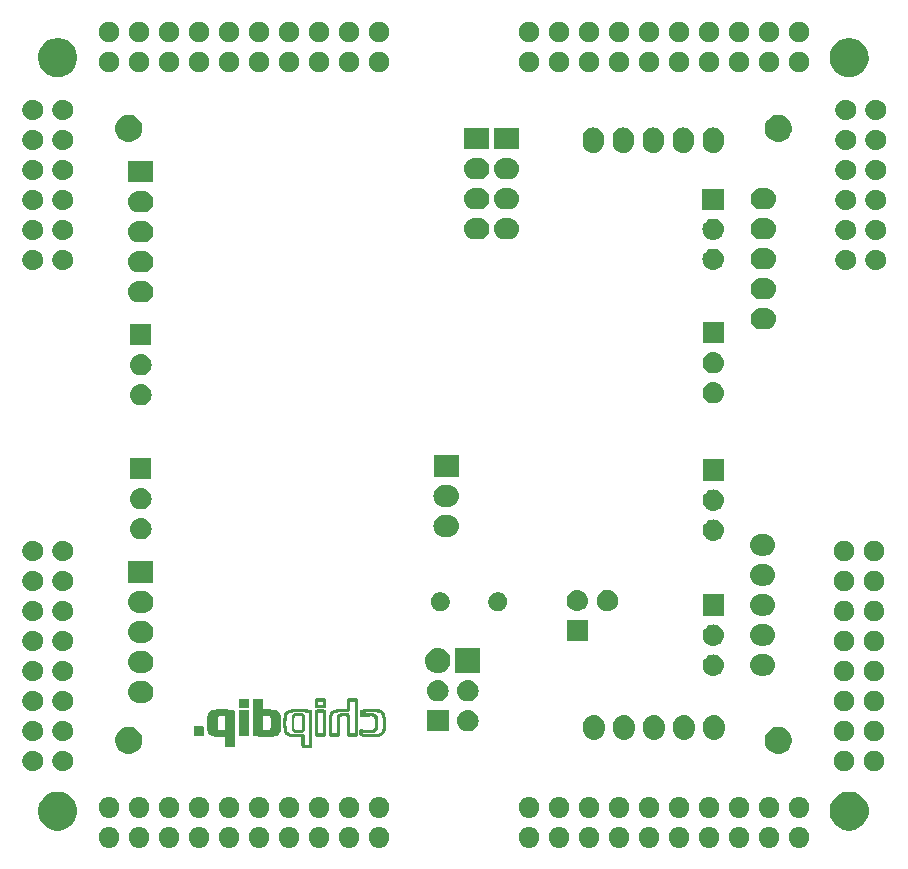
<source format=gbr>
G04 #@! TF.GenerationSoftware,KiCad,Pcbnew,(5.1.2)-2*
G04 #@! TF.CreationDate,2019-08-28T15:06:32+03:00*
G04 #@! TF.ProjectId,AD1938,41443139-3338-42e6-9b69-6361645f7063,rev?*
G04 #@! TF.SameCoordinates,Original*
G04 #@! TF.FileFunction,Soldermask,Bot*
G04 #@! TF.FilePolarity,Negative*
%FSLAX46Y46*%
G04 Gerber Fmt 4.6, Leading zero omitted, Abs format (unit mm)*
G04 Created by KiCad (PCBNEW (5.1.2)-2) date 2019-08-28 15:06:32*
%MOMM*%
%LPD*%
G04 APERTURE LIST*
%ADD10C,0.010000*%
%ADD11C,0.100000*%
G04 APERTURE END LIST*
D10*
G36*
X110300936Y-124245442D02*
G01*
X110208456Y-124246808D01*
X110130032Y-124249083D01*
X110071252Y-124252097D01*
X110037701Y-124255680D01*
X110034948Y-124256323D01*
X109980343Y-124283422D01*
X109922730Y-124330895D01*
X109871594Y-124389925D01*
X109845041Y-124432795D01*
X109836169Y-124451500D01*
X109829052Y-124471502D01*
X109823497Y-124496332D01*
X109819317Y-124529520D01*
X109816321Y-124574595D01*
X109814319Y-124635089D01*
X109813121Y-124714531D01*
X109812537Y-124816453D01*
X109812377Y-124944383D01*
X109812408Y-125039300D01*
X109812487Y-125188421D01*
X109812871Y-125309385D01*
X109814079Y-125405784D01*
X109816630Y-125481212D01*
X109821044Y-125539261D01*
X109827841Y-125583524D01*
X109837539Y-125617592D01*
X109850659Y-125645058D01*
X109867719Y-125669516D01*
X109889240Y-125694557D01*
X109910548Y-125718011D01*
X109941412Y-125749772D01*
X109972093Y-125773635D01*
X110007705Y-125790797D01*
X110053360Y-125802454D01*
X110114169Y-125809805D01*
X110195246Y-125814047D01*
X110301702Y-125816376D01*
X110332313Y-125816792D01*
X110428851Y-125817583D01*
X110518353Y-125817510D01*
X110594345Y-125816640D01*
X110650353Y-125815041D01*
X110676747Y-125813241D01*
X110732341Y-125795296D01*
X110782477Y-125752467D01*
X110783903Y-125750852D01*
X110832375Y-125695645D01*
X110832375Y-125030375D01*
X110673625Y-125030375D01*
X110673404Y-125194289D01*
X110672689Y-125328857D01*
X110671403Y-125436482D01*
X110669471Y-125519564D01*
X110666816Y-125580505D01*
X110663361Y-125621706D01*
X110659031Y-125645571D01*
X110653782Y-125654486D01*
X110631816Y-125657270D01*
X110583940Y-125659794D01*
X110515991Y-125661860D01*
X110433810Y-125663275D01*
X110376877Y-125663746D01*
X110278866Y-125663860D01*
X110206985Y-125662730D01*
X110155621Y-125659804D01*
X110119162Y-125654527D01*
X110091995Y-125646346D01*
X110068508Y-125634708D01*
X110065667Y-125633051D01*
X110036601Y-125614426D01*
X110013258Y-125594138D01*
X109995058Y-125568709D01*
X109981421Y-125534663D01*
X109971767Y-125488525D01*
X109965516Y-125426817D01*
X109962089Y-125346065D01*
X109960905Y-125242790D01*
X109961384Y-125113518D01*
X109962318Y-125013503D01*
X109963998Y-124857227D01*
X109966749Y-124729758D01*
X109972501Y-124628162D01*
X109983181Y-124549508D01*
X110000719Y-124490864D01*
X110027044Y-124449297D01*
X110064084Y-124421875D01*
X110113769Y-124405666D01*
X110178027Y-124397738D01*
X110258787Y-124395159D01*
X110357978Y-124394996D01*
X110369183Y-124395000D01*
X110457394Y-124395580D01*
X110535565Y-124397183D01*
X110597663Y-124399600D01*
X110637655Y-124402623D01*
X110648515Y-124404635D01*
X110654931Y-124409869D01*
X110660168Y-124422106D01*
X110664341Y-124444258D01*
X110667568Y-124479239D01*
X110669966Y-124529960D01*
X110671651Y-124599336D01*
X110672740Y-124690278D01*
X110673351Y-124805700D01*
X110673600Y-124948514D01*
X110673625Y-125030375D01*
X110832375Y-125030375D01*
X110832375Y-124362783D01*
X110778920Y-124304454D01*
X110725465Y-124246124D01*
X110401889Y-124245155D01*
X110300936Y-124245442D01*
X110300936Y-124245442D01*
G37*
X110300936Y-124245442D02*
X110208456Y-124246808D01*
X110130032Y-124249083D01*
X110071252Y-124252097D01*
X110037701Y-124255680D01*
X110034948Y-124256323D01*
X109980343Y-124283422D01*
X109922730Y-124330895D01*
X109871594Y-124389925D01*
X109845041Y-124432795D01*
X109836169Y-124451500D01*
X109829052Y-124471502D01*
X109823497Y-124496332D01*
X109819317Y-124529520D01*
X109816321Y-124574595D01*
X109814319Y-124635089D01*
X109813121Y-124714531D01*
X109812537Y-124816453D01*
X109812377Y-124944383D01*
X109812408Y-125039300D01*
X109812487Y-125188421D01*
X109812871Y-125309385D01*
X109814079Y-125405784D01*
X109816630Y-125481212D01*
X109821044Y-125539261D01*
X109827841Y-125583524D01*
X109837539Y-125617592D01*
X109850659Y-125645058D01*
X109867719Y-125669516D01*
X109889240Y-125694557D01*
X109910548Y-125718011D01*
X109941412Y-125749772D01*
X109972093Y-125773635D01*
X110007705Y-125790797D01*
X110053360Y-125802454D01*
X110114169Y-125809805D01*
X110195246Y-125814047D01*
X110301702Y-125816376D01*
X110332313Y-125816792D01*
X110428851Y-125817583D01*
X110518353Y-125817510D01*
X110594345Y-125816640D01*
X110650353Y-125815041D01*
X110676747Y-125813241D01*
X110732341Y-125795296D01*
X110782477Y-125752467D01*
X110783903Y-125750852D01*
X110832375Y-125695645D01*
X110832375Y-125030375D01*
X110673625Y-125030375D01*
X110673404Y-125194289D01*
X110672689Y-125328857D01*
X110671403Y-125436482D01*
X110669471Y-125519564D01*
X110666816Y-125580505D01*
X110663361Y-125621706D01*
X110659031Y-125645571D01*
X110653782Y-125654486D01*
X110631816Y-125657270D01*
X110583940Y-125659794D01*
X110515991Y-125661860D01*
X110433810Y-125663275D01*
X110376877Y-125663746D01*
X110278866Y-125663860D01*
X110206985Y-125662730D01*
X110155621Y-125659804D01*
X110119162Y-125654527D01*
X110091995Y-125646346D01*
X110068508Y-125634708D01*
X110065667Y-125633051D01*
X110036601Y-125614426D01*
X110013258Y-125594138D01*
X109995058Y-125568709D01*
X109981421Y-125534663D01*
X109971767Y-125488525D01*
X109965516Y-125426817D01*
X109962089Y-125346065D01*
X109960905Y-125242790D01*
X109961384Y-125113518D01*
X109962318Y-125013503D01*
X109963998Y-124857227D01*
X109966749Y-124729758D01*
X109972501Y-124628162D01*
X109983181Y-124549508D01*
X110000719Y-124490864D01*
X110027044Y-124449297D01*
X110064084Y-124421875D01*
X110113769Y-124405666D01*
X110178027Y-124397738D01*
X110258787Y-124395159D01*
X110357978Y-124394996D01*
X110369183Y-124395000D01*
X110457394Y-124395580D01*
X110535565Y-124397183D01*
X110597663Y-124399600D01*
X110637655Y-124402623D01*
X110648515Y-124404635D01*
X110654931Y-124409869D01*
X110660168Y-124422106D01*
X110664341Y-124444258D01*
X110667568Y-124479239D01*
X110669966Y-124529960D01*
X110671651Y-124599336D01*
X110672740Y-124690278D01*
X110673351Y-124805700D01*
X110673600Y-124948514D01*
X110673625Y-125030375D01*
X110832375Y-125030375D01*
X110832375Y-124362783D01*
X110778920Y-124304454D01*
X110725465Y-124246124D01*
X110401889Y-124245155D01*
X110300936Y-124245442D01*
G36*
X105634132Y-123014126D02*
G01*
X105543686Y-123015056D01*
X105477087Y-123016929D01*
X105430386Y-123020010D01*
X105399633Y-123024563D01*
X105380877Y-123030854D01*
X105370169Y-123039145D01*
X105369880Y-123039489D01*
X105361287Y-123066191D01*
X105355241Y-123118194D01*
X105351613Y-123189160D01*
X105350273Y-123272753D01*
X105351092Y-123362637D01*
X105353941Y-123452473D01*
X105358691Y-123535926D01*
X105365213Y-123606659D01*
X105373377Y-123658335D01*
X105383033Y-123684593D01*
X105394268Y-123693906D01*
X105411738Y-123700896D01*
X105439673Y-123705887D01*
X105482307Y-123709205D01*
X105543869Y-123711175D01*
X105628592Y-123712123D01*
X105740708Y-123712374D01*
X105744438Y-123712375D01*
X105856268Y-123712233D01*
X105940701Y-123711543D01*
X106002092Y-123709908D01*
X106044795Y-123706934D01*
X106073163Y-123702222D01*
X106091549Y-123695377D01*
X106104308Y-123686003D01*
X106111071Y-123679001D01*
X106121902Y-123664207D01*
X106129992Y-123643970D01*
X106135852Y-123613550D01*
X106139992Y-123568209D01*
X106142923Y-123503207D01*
X106145158Y-123413805D01*
X106146276Y-123352419D01*
X106147495Y-123235445D01*
X106146599Y-123147663D01*
X106143478Y-123086581D01*
X106138023Y-123049705D01*
X106132426Y-123036542D01*
X106120757Y-123028994D01*
X106097455Y-123023250D01*
X106058852Y-123019093D01*
X106001283Y-123016303D01*
X105921081Y-123014661D01*
X105814579Y-123013950D01*
X105752375Y-123013875D01*
X105634132Y-123014126D01*
X105634132Y-123014126D01*
G37*
X105634132Y-123014126D02*
X105543686Y-123015056D01*
X105477087Y-123016929D01*
X105430386Y-123020010D01*
X105399633Y-123024563D01*
X105380877Y-123030854D01*
X105370169Y-123039145D01*
X105369880Y-123039489D01*
X105361287Y-123066191D01*
X105355241Y-123118194D01*
X105351613Y-123189160D01*
X105350273Y-123272753D01*
X105351092Y-123362637D01*
X105353941Y-123452473D01*
X105358691Y-123535926D01*
X105365213Y-123606659D01*
X105373377Y-123658335D01*
X105383033Y-123684593D01*
X105394268Y-123693906D01*
X105411738Y-123700896D01*
X105439673Y-123705887D01*
X105482307Y-123709205D01*
X105543869Y-123711175D01*
X105628592Y-123712123D01*
X105740708Y-123712374D01*
X105744438Y-123712375D01*
X105856268Y-123712233D01*
X105940701Y-123711543D01*
X106002092Y-123709908D01*
X106044795Y-123706934D01*
X106073163Y-123702222D01*
X106091549Y-123695377D01*
X106104308Y-123686003D01*
X106111071Y-123679001D01*
X106121902Y-123664207D01*
X106129992Y-123643970D01*
X106135852Y-123613550D01*
X106139992Y-123568209D01*
X106142923Y-123503207D01*
X106145158Y-123413805D01*
X106146276Y-123352419D01*
X106147495Y-123235445D01*
X106146599Y-123147663D01*
X106143478Y-123086581D01*
X106138023Y-123049705D01*
X106132426Y-123036542D01*
X106120757Y-123028994D01*
X106097455Y-123023250D01*
X106058852Y-123019093D01*
X106001283Y-123016303D01*
X105921081Y-123014661D01*
X105814579Y-123013950D01*
X105752375Y-123013875D01*
X105634132Y-123014126D01*
G36*
X112119761Y-122982242D02*
G01*
X112029828Y-122982825D01*
X111963386Y-122984220D01*
X111916303Y-122986773D01*
X111884451Y-122990832D01*
X111863698Y-122996743D01*
X111849916Y-123004851D01*
X111838973Y-123015505D01*
X111838930Y-123015554D01*
X111828541Y-123029168D01*
X111820976Y-123046743D01*
X111815903Y-123072868D01*
X111812989Y-123112136D01*
X111811905Y-123169137D01*
X111812317Y-123248465D01*
X111813895Y-123354710D01*
X111813999Y-123360835D01*
X111815382Y-123478082D01*
X111817468Y-123568774D01*
X111823889Y-123636295D01*
X111838279Y-123684029D01*
X111864271Y-123715361D01*
X111905498Y-123733675D01*
X111965592Y-123742356D01*
X112048187Y-123744789D01*
X112156916Y-123744357D01*
X112225426Y-123744125D01*
X112565193Y-123744125D01*
X112611597Y-123697721D01*
X112658000Y-123651317D01*
X112661592Y-123415939D01*
X112663302Y-123299083D01*
X112664214Y-123209774D01*
X112664120Y-123172625D01*
X112467500Y-123172625D01*
X112467500Y-123553625D01*
X111991250Y-123553625D01*
X111991250Y-123172625D01*
X112467500Y-123172625D01*
X112664120Y-123172625D01*
X112664047Y-123143811D01*
X112662521Y-123096996D01*
X112659354Y-123065128D01*
X112654266Y-123044010D01*
X112646976Y-123029440D01*
X112637203Y-123017221D01*
X112634737Y-123014481D01*
X112623893Y-123004148D01*
X112609755Y-122996283D01*
X112588202Y-122990550D01*
X112555117Y-122986613D01*
X112506381Y-122984137D01*
X112437875Y-122982788D01*
X112345482Y-122982229D01*
X112237313Y-122982125D01*
X112119761Y-122982242D01*
X112119761Y-122982242D01*
G37*
X112119761Y-122982242D02*
X112029828Y-122982825D01*
X111963386Y-122984220D01*
X111916303Y-122986773D01*
X111884451Y-122990832D01*
X111863698Y-122996743D01*
X111849916Y-123004851D01*
X111838973Y-123015505D01*
X111838930Y-123015554D01*
X111828541Y-123029168D01*
X111820976Y-123046743D01*
X111815903Y-123072868D01*
X111812989Y-123112136D01*
X111811905Y-123169137D01*
X111812317Y-123248465D01*
X111813895Y-123354710D01*
X111813999Y-123360835D01*
X111815382Y-123478082D01*
X111817468Y-123568774D01*
X111823889Y-123636295D01*
X111838279Y-123684029D01*
X111864271Y-123715361D01*
X111905498Y-123733675D01*
X111965592Y-123742356D01*
X112048187Y-123744789D01*
X112156916Y-123744357D01*
X112225426Y-123744125D01*
X112565193Y-123744125D01*
X112611597Y-123697721D01*
X112658000Y-123651317D01*
X112661592Y-123415939D01*
X112663302Y-123299083D01*
X112664214Y-123209774D01*
X112664120Y-123172625D01*
X112467500Y-123172625D01*
X112467500Y-123553625D01*
X111991250Y-123553625D01*
X111991250Y-123172625D01*
X112467500Y-123172625D01*
X112664120Y-123172625D01*
X112664047Y-123143811D01*
X112662521Y-123096996D01*
X112659354Y-123065128D01*
X112654266Y-123044010D01*
X112646976Y-123029440D01*
X112637203Y-123017221D01*
X112634737Y-123014481D01*
X112623893Y-123004148D01*
X112609755Y-122996283D01*
X112588202Y-122990550D01*
X112555117Y-122986613D01*
X112506381Y-122984137D01*
X112437875Y-122982788D01*
X112345482Y-122982229D01*
X112237313Y-122982125D01*
X112119761Y-122982242D01*
G36*
X101991315Y-125331210D02*
G01*
X101895785Y-125331625D01*
X101769322Y-125332243D01*
X101672292Y-125334178D01*
X101602399Y-125337551D01*
X101557349Y-125342482D01*
X101534848Y-125349091D01*
X101532800Y-125350675D01*
X101526192Y-125372847D01*
X101520885Y-125421059D01*
X101516878Y-125489626D01*
X101514171Y-125572864D01*
X101512765Y-125665090D01*
X101512660Y-125760618D01*
X101513855Y-125853765D01*
X101516351Y-125938847D01*
X101520147Y-126010179D01*
X101525243Y-126062078D01*
X101531641Y-126088859D01*
X101532800Y-126090449D01*
X101550728Y-126097341D01*
X101590521Y-126102568D01*
X101654483Y-126106250D01*
X101744917Y-126108506D01*
X101864124Y-126109453D01*
X101903403Y-126109500D01*
X102018198Y-126109348D01*
X102105466Y-126108660D01*
X102169431Y-126107080D01*
X102214313Y-126104256D01*
X102244337Y-126099834D01*
X102263725Y-126093462D01*
X102276699Y-126084786D01*
X102283752Y-126077679D01*
X102293543Y-126064040D01*
X102300895Y-126044798D01*
X102306177Y-126015546D01*
X102309760Y-125971881D01*
X102312016Y-125909399D01*
X102313316Y-125823695D01*
X102313994Y-125718519D01*
X102315190Y-125601936D01*
X102315293Y-125511297D01*
X102310802Y-125443363D01*
X102298215Y-125394897D01*
X102274032Y-125362659D01*
X102234751Y-125343410D01*
X102176872Y-125333911D01*
X102096894Y-125330924D01*
X101991315Y-125331210D01*
X101991315Y-125331210D01*
G37*
X101991315Y-125331210D02*
X101895785Y-125331625D01*
X101769322Y-125332243D01*
X101672292Y-125334178D01*
X101602399Y-125337551D01*
X101557349Y-125342482D01*
X101534848Y-125349091D01*
X101532800Y-125350675D01*
X101526192Y-125372847D01*
X101520885Y-125421059D01*
X101516878Y-125489626D01*
X101514171Y-125572864D01*
X101512765Y-125665090D01*
X101512660Y-125760618D01*
X101513855Y-125853765D01*
X101516351Y-125938847D01*
X101520147Y-126010179D01*
X101525243Y-126062078D01*
X101531641Y-126088859D01*
X101532800Y-126090449D01*
X101550728Y-126097341D01*
X101590521Y-126102568D01*
X101654483Y-126106250D01*
X101744917Y-126108506D01*
X101864124Y-126109453D01*
X101903403Y-126109500D01*
X102018198Y-126109348D01*
X102105466Y-126108660D01*
X102169431Y-126107080D01*
X102214313Y-126104256D01*
X102244337Y-126099834D01*
X102263725Y-126093462D01*
X102276699Y-126084786D01*
X102283752Y-126077679D01*
X102293543Y-126064040D01*
X102300895Y-126044798D01*
X102306177Y-126015546D01*
X102309760Y-125971881D01*
X102312016Y-125909399D01*
X102313316Y-125823695D01*
X102313994Y-125718519D01*
X102315190Y-125601936D01*
X102315293Y-125511297D01*
X102310802Y-125443363D01*
X102298215Y-125394897D01*
X102274032Y-125362659D01*
X102234751Y-125343410D01*
X102176872Y-125333911D01*
X102096894Y-125330924D01*
X101991315Y-125331210D01*
G36*
X105629579Y-123950714D02*
G01*
X105544932Y-123951587D01*
X105483446Y-123953466D01*
X105440827Y-123956696D01*
X105412781Y-123961625D01*
X105395014Y-123968598D01*
X105383232Y-123977962D01*
X105381773Y-123979531D01*
X105376469Y-123987545D01*
X105371924Y-124000528D01*
X105368080Y-124020797D01*
X105364880Y-124050668D01*
X105362266Y-124092459D01*
X105360180Y-124148486D01*
X105358564Y-124221066D01*
X105357361Y-124312517D01*
X105356512Y-124425154D01*
X105355961Y-124561296D01*
X105355648Y-124723259D01*
X105355516Y-124913359D01*
X105355500Y-125032758D01*
X105355537Y-125238607D01*
X105355689Y-125415041D01*
X105356021Y-125564395D01*
X105356597Y-125689004D01*
X105357483Y-125791203D01*
X105358743Y-125873326D01*
X105360441Y-125937709D01*
X105362641Y-125986686D01*
X105365409Y-126022593D01*
X105368809Y-126047764D01*
X105372905Y-126064535D01*
X105377762Y-126075239D01*
X105383445Y-126082213D01*
X105384532Y-126083227D01*
X105411464Y-126093155D01*
X105464074Y-126101049D01*
X105536353Y-126106893D01*
X105622294Y-126110677D01*
X105715890Y-126112385D01*
X105811131Y-126112006D01*
X105902010Y-126109525D01*
X105982519Y-126104931D01*
X106046650Y-126098209D01*
X106088395Y-126089347D01*
X106098093Y-126084787D01*
X106133375Y-126060074D01*
X106133375Y-125031560D01*
X106133339Y-124825247D01*
X106133188Y-124648355D01*
X106132858Y-124498553D01*
X106132285Y-124373512D01*
X106131405Y-124270902D01*
X106130153Y-124188392D01*
X106128466Y-124123654D01*
X106126279Y-124074358D01*
X106123528Y-124038173D01*
X106120150Y-124012770D01*
X106116079Y-123995819D01*
X106111253Y-123984991D01*
X106105606Y-123977955D01*
X106104344Y-123976772D01*
X106090820Y-123967857D01*
X106069815Y-123961176D01*
X106037084Y-123956421D01*
X105988385Y-123953285D01*
X105919472Y-123951461D01*
X105826102Y-123950641D01*
X105741680Y-123950499D01*
X105629579Y-123950714D01*
X105629579Y-123950714D01*
G37*
X105629579Y-123950714D02*
X105544932Y-123951587D01*
X105483446Y-123953466D01*
X105440827Y-123956696D01*
X105412781Y-123961625D01*
X105395014Y-123968598D01*
X105383232Y-123977962D01*
X105381773Y-123979531D01*
X105376469Y-123987545D01*
X105371924Y-124000528D01*
X105368080Y-124020797D01*
X105364880Y-124050668D01*
X105362266Y-124092459D01*
X105360180Y-124148486D01*
X105358564Y-124221066D01*
X105357361Y-124312517D01*
X105356512Y-124425154D01*
X105355961Y-124561296D01*
X105355648Y-124723259D01*
X105355516Y-124913359D01*
X105355500Y-125032758D01*
X105355537Y-125238607D01*
X105355689Y-125415041D01*
X105356021Y-125564395D01*
X105356597Y-125689004D01*
X105357483Y-125791203D01*
X105358743Y-125873326D01*
X105360441Y-125937709D01*
X105362641Y-125986686D01*
X105365409Y-126022593D01*
X105368809Y-126047764D01*
X105372905Y-126064535D01*
X105377762Y-126075239D01*
X105383445Y-126082213D01*
X105384532Y-126083227D01*
X105411464Y-126093155D01*
X105464074Y-126101049D01*
X105536353Y-126106893D01*
X105622294Y-126110677D01*
X105715890Y-126112385D01*
X105811131Y-126112006D01*
X105902010Y-126109525D01*
X105982519Y-126104931D01*
X106046650Y-126098209D01*
X106088395Y-126089347D01*
X106098093Y-126084787D01*
X106133375Y-126060074D01*
X106133375Y-125031560D01*
X106133339Y-124825247D01*
X106133188Y-124648355D01*
X106132858Y-124498553D01*
X106132285Y-124373512D01*
X106131405Y-124270902D01*
X106130153Y-124188392D01*
X106128466Y-124123654D01*
X106126279Y-124074358D01*
X106123528Y-124038173D01*
X106120150Y-124012770D01*
X106116079Y-123995819D01*
X106111253Y-123984991D01*
X106105606Y-123977955D01*
X106104344Y-123976772D01*
X106090820Y-123967857D01*
X106069815Y-123961176D01*
X106037084Y-123956421D01*
X105988385Y-123953285D01*
X105919472Y-123951461D01*
X105826102Y-123950641D01*
X105741680Y-123950499D01*
X105629579Y-123950714D01*
G36*
X112116986Y-123918845D02*
G01*
X112031381Y-123919411D01*
X111968849Y-123920868D01*
X111925051Y-123923638D01*
X111895648Y-123928141D01*
X111876302Y-123934797D01*
X111862674Y-123944029D01*
X111851143Y-123955491D01*
X111816625Y-123992233D01*
X111816625Y-125032531D01*
X111816643Y-125239680D01*
X111816743Y-125417408D01*
X111816996Y-125568044D01*
X111817472Y-125693918D01*
X111818244Y-125797360D01*
X111819382Y-125880697D01*
X111820956Y-125946260D01*
X111823037Y-125996377D01*
X111825697Y-126033379D01*
X111829006Y-126059593D01*
X111833036Y-126077350D01*
X111837856Y-126088979D01*
X111843538Y-126096808D01*
X111849175Y-126102285D01*
X111862437Y-126112050D01*
X111880612Y-126119421D01*
X111908001Y-126124743D01*
X111948905Y-126128361D01*
X112007626Y-126130621D01*
X112088466Y-126131868D01*
X112195725Y-126132449D01*
X112225737Y-126132527D01*
X112338771Y-126132683D01*
X112424512Y-126132286D01*
X112487416Y-126130921D01*
X112531938Y-126128169D01*
X112562534Y-126123613D01*
X112583662Y-126116837D01*
X112599777Y-126107422D01*
X112613875Y-126096182D01*
X112658000Y-126059052D01*
X112658000Y-124109250D01*
X112467500Y-124109250D01*
X112467500Y-125950750D01*
X111991250Y-125950750D01*
X111991250Y-124109250D01*
X112467500Y-124109250D01*
X112658000Y-124109250D01*
X112658000Y-123984554D01*
X112616172Y-123951652D01*
X112600675Y-123940809D01*
X112582521Y-123932646D01*
X112557271Y-123926785D01*
X112520484Y-123922847D01*
X112467721Y-123920454D01*
X112394544Y-123919228D01*
X112296511Y-123918791D01*
X112230002Y-123918750D01*
X112116986Y-123918845D01*
X112116986Y-123918845D01*
G37*
X112116986Y-123918845D02*
X112031381Y-123919411D01*
X111968849Y-123920868D01*
X111925051Y-123923638D01*
X111895648Y-123928141D01*
X111876302Y-123934797D01*
X111862674Y-123944029D01*
X111851143Y-123955491D01*
X111816625Y-123992233D01*
X111816625Y-125032531D01*
X111816643Y-125239680D01*
X111816743Y-125417408D01*
X111816996Y-125568044D01*
X111817472Y-125693918D01*
X111818244Y-125797360D01*
X111819382Y-125880697D01*
X111820956Y-125946260D01*
X111823037Y-125996377D01*
X111825697Y-126033379D01*
X111829006Y-126059593D01*
X111833036Y-126077350D01*
X111837856Y-126088979D01*
X111843538Y-126096808D01*
X111849175Y-126102285D01*
X111862437Y-126112050D01*
X111880612Y-126119421D01*
X111908001Y-126124743D01*
X111948905Y-126128361D01*
X112007626Y-126130621D01*
X112088466Y-126131868D01*
X112195725Y-126132449D01*
X112225737Y-126132527D01*
X112338771Y-126132683D01*
X112424512Y-126132286D01*
X112487416Y-126130921D01*
X112531938Y-126128169D01*
X112562534Y-126123613D01*
X112583662Y-126116837D01*
X112599777Y-126107422D01*
X112613875Y-126096182D01*
X112658000Y-126059052D01*
X112658000Y-124109250D01*
X112467500Y-124109250D01*
X112467500Y-125950750D01*
X111991250Y-125950750D01*
X111991250Y-124109250D01*
X112467500Y-124109250D01*
X112658000Y-124109250D01*
X112658000Y-123984554D01*
X112616172Y-123951652D01*
X112600675Y-123940809D01*
X112582521Y-123932646D01*
X112557271Y-123926785D01*
X112520484Y-123922847D01*
X112467721Y-123920454D01*
X112394544Y-123919228D01*
X112296511Y-123918791D01*
X112230002Y-123918750D01*
X112116986Y-123918845D01*
G36*
X114784491Y-122982244D02*
G01*
X114695029Y-122982834D01*
X114629021Y-122984248D01*
X114582318Y-122986834D01*
X114550773Y-122990943D01*
X114530237Y-122996926D01*
X114516563Y-123005134D01*
X114505930Y-123015553D01*
X114496780Y-123027373D01*
X114489772Y-123042664D01*
X114484693Y-123065305D01*
X114481330Y-123099176D01*
X114479471Y-123148155D01*
X114478902Y-123216121D01*
X114479411Y-123306953D01*
X114480784Y-123424530D01*
X114481311Y-123464022D01*
X114486934Y-123879062D01*
X114139998Y-123880126D01*
X113943063Y-123883450D01*
X113767355Y-123891998D01*
X113615047Y-123905538D01*
X113488311Y-123923839D01*
X113389322Y-123946669D01*
X113336564Y-123965730D01*
X113257932Y-124013258D01*
X113178433Y-124082209D01*
X113106792Y-124163741D01*
X113051733Y-124249011D01*
X113046174Y-124260062D01*
X113000002Y-124355312D01*
X112994714Y-125213188D01*
X112993581Y-125399882D01*
X112992729Y-125557409D01*
X112992241Y-125688350D01*
X112992197Y-125795287D01*
X112992679Y-125880803D01*
X112993771Y-125947478D01*
X112995552Y-125997894D01*
X112998106Y-126034635D01*
X113001513Y-126060280D01*
X113005856Y-126077413D01*
X113011217Y-126088615D01*
X113017677Y-126096468D01*
X113022860Y-126101322D01*
X113036203Y-126111335D01*
X113054021Y-126118910D01*
X113080629Y-126124409D01*
X113120345Y-126128195D01*
X113177487Y-126130631D01*
X113256370Y-126132080D01*
X113361312Y-126132905D01*
X113400866Y-126133096D01*
X113745438Y-126134612D01*
X113832750Y-126055934D01*
X113832750Y-125314066D01*
X113832767Y-125135254D01*
X113833015Y-124985382D01*
X113833788Y-124861642D01*
X113835384Y-124761225D01*
X113838096Y-124681320D01*
X113842222Y-124619118D01*
X113848056Y-124571811D01*
X113855894Y-124536589D01*
X113866031Y-124510642D01*
X113878764Y-124491162D01*
X113894387Y-124475340D01*
X113913197Y-124460365D01*
X113923376Y-124452705D01*
X113941815Y-124441397D01*
X113965826Y-124433442D01*
X114000791Y-124428307D01*
X114052089Y-124425461D01*
X114125102Y-124424374D01*
X114209710Y-124424442D01*
X114311979Y-124425648D01*
X114385937Y-124428448D01*
X114434997Y-124433122D01*
X114462573Y-124439952D01*
X114470793Y-124445970D01*
X114473405Y-124465437D01*
X114475741Y-124513554D01*
X114477762Y-124587222D01*
X114479425Y-124683341D01*
X114480692Y-124798812D01*
X114481520Y-124930536D01*
X114481868Y-125075413D01*
X114481697Y-125230345D01*
X114481586Y-125265248D01*
X114480973Y-125444907D01*
X114480581Y-125595509D01*
X114480511Y-125719748D01*
X114480860Y-125820317D01*
X114481728Y-125899909D01*
X114483213Y-125961217D01*
X114485415Y-126006935D01*
X114488432Y-126039755D01*
X114492364Y-126062372D01*
X114497308Y-126077478D01*
X114503365Y-126087766D01*
X114510633Y-126095930D01*
X114512144Y-126097449D01*
X114524876Y-126108626D01*
X114540603Y-126117012D01*
X114563760Y-126123030D01*
X114598781Y-126127100D01*
X114650100Y-126129643D01*
X114722151Y-126131080D01*
X114819369Y-126131832D01*
X114876878Y-126132075D01*
X114977966Y-126132186D01*
X115069603Y-126131786D01*
X115146547Y-126130936D01*
X115203556Y-126129700D01*
X115235386Y-126128143D01*
X115238830Y-126127704D01*
X115275648Y-126112650D01*
X115297219Y-126097463D01*
X115301866Y-126091932D01*
X115305966Y-126082824D01*
X115309553Y-126068244D01*
X115312661Y-126046297D01*
X115315324Y-126015090D01*
X115317576Y-125972727D01*
X115319451Y-125917315D01*
X115320984Y-125846959D01*
X115322208Y-125759764D01*
X115323157Y-125653837D01*
X115323867Y-125527282D01*
X115324369Y-125378206D01*
X115324700Y-125204714D01*
X115324893Y-125004912D01*
X115324981Y-124776904D01*
X115325000Y-124553750D01*
X115324980Y-124299929D01*
X115324894Y-124075957D01*
X115324706Y-123879931D01*
X115324382Y-123709948D01*
X115323885Y-123564106D01*
X115323180Y-123440504D01*
X115322231Y-123337239D01*
X115321002Y-123252410D01*
X115319458Y-123184113D01*
X115319053Y-123172625D01*
X115150375Y-123172625D01*
X115150375Y-125950750D01*
X114658250Y-125950750D01*
X114658250Y-124362783D01*
X114604880Y-124304546D01*
X114551509Y-124246308D01*
X114235786Y-124245248D01*
X114136097Y-124245505D01*
X114044938Y-124246850D01*
X113967969Y-124249110D01*
X113910845Y-124252114D01*
X113879224Y-124255691D01*
X113877630Y-124256089D01*
X113819520Y-124284839D01*
X113758356Y-124336116D01*
X113702353Y-124402760D01*
X113692369Y-124417496D01*
X113650188Y-124482312D01*
X113645094Y-125216531D01*
X113640001Y-125950750D01*
X113162905Y-125950750D01*
X113175301Y-124450562D01*
X113225665Y-124349662D01*
X113258837Y-124285100D01*
X113285765Y-124241432D01*
X113313786Y-124210852D01*
X113350234Y-124185552D01*
X113402446Y-124157728D01*
X113409280Y-124154272D01*
X113456742Y-124132635D01*
X113505817Y-124116289D01*
X113564592Y-124103344D01*
X113641157Y-124091907D01*
X113711855Y-124083545D01*
X113922790Y-124064604D01*
X114115030Y-124057266D01*
X114299335Y-124061278D01*
X114391712Y-124067446D01*
X114561736Y-124081206D01*
X114658250Y-123984692D01*
X114658250Y-123172625D01*
X115150375Y-123172625D01*
X115319053Y-123172625D01*
X115317562Y-123130447D01*
X115315279Y-123089510D01*
X115312574Y-123059399D01*
X115309410Y-123038213D01*
X115305752Y-123024050D01*
X115301564Y-123015006D01*
X115296810Y-123009181D01*
X115295969Y-123008397D01*
X115283058Y-122999849D01*
X115262987Y-122993347D01*
X115231721Y-122988622D01*
X115185225Y-122985407D01*
X115119464Y-122983431D01*
X115030404Y-122982428D01*
X114914009Y-122982126D01*
X114901555Y-122982124D01*
X114784491Y-122982244D01*
X114784491Y-122982244D01*
G37*
X114784491Y-122982244D02*
X114695029Y-122982834D01*
X114629021Y-122984248D01*
X114582318Y-122986834D01*
X114550773Y-122990943D01*
X114530237Y-122996926D01*
X114516563Y-123005134D01*
X114505930Y-123015553D01*
X114496780Y-123027373D01*
X114489772Y-123042664D01*
X114484693Y-123065305D01*
X114481330Y-123099176D01*
X114479471Y-123148155D01*
X114478902Y-123216121D01*
X114479411Y-123306953D01*
X114480784Y-123424530D01*
X114481311Y-123464022D01*
X114486934Y-123879062D01*
X114139998Y-123880126D01*
X113943063Y-123883450D01*
X113767355Y-123891998D01*
X113615047Y-123905538D01*
X113488311Y-123923839D01*
X113389322Y-123946669D01*
X113336564Y-123965730D01*
X113257932Y-124013258D01*
X113178433Y-124082209D01*
X113106792Y-124163741D01*
X113051733Y-124249011D01*
X113046174Y-124260062D01*
X113000002Y-124355312D01*
X112994714Y-125213188D01*
X112993581Y-125399882D01*
X112992729Y-125557409D01*
X112992241Y-125688350D01*
X112992197Y-125795287D01*
X112992679Y-125880803D01*
X112993771Y-125947478D01*
X112995552Y-125997894D01*
X112998106Y-126034635D01*
X113001513Y-126060280D01*
X113005856Y-126077413D01*
X113011217Y-126088615D01*
X113017677Y-126096468D01*
X113022860Y-126101322D01*
X113036203Y-126111335D01*
X113054021Y-126118910D01*
X113080629Y-126124409D01*
X113120345Y-126128195D01*
X113177487Y-126130631D01*
X113256370Y-126132080D01*
X113361312Y-126132905D01*
X113400866Y-126133096D01*
X113745438Y-126134612D01*
X113832750Y-126055934D01*
X113832750Y-125314066D01*
X113832767Y-125135254D01*
X113833015Y-124985382D01*
X113833788Y-124861642D01*
X113835384Y-124761225D01*
X113838096Y-124681320D01*
X113842222Y-124619118D01*
X113848056Y-124571811D01*
X113855894Y-124536589D01*
X113866031Y-124510642D01*
X113878764Y-124491162D01*
X113894387Y-124475340D01*
X113913197Y-124460365D01*
X113923376Y-124452705D01*
X113941815Y-124441397D01*
X113965826Y-124433442D01*
X114000791Y-124428307D01*
X114052089Y-124425461D01*
X114125102Y-124424374D01*
X114209710Y-124424442D01*
X114311979Y-124425648D01*
X114385937Y-124428448D01*
X114434997Y-124433122D01*
X114462573Y-124439952D01*
X114470793Y-124445970D01*
X114473405Y-124465437D01*
X114475741Y-124513554D01*
X114477762Y-124587222D01*
X114479425Y-124683341D01*
X114480692Y-124798812D01*
X114481520Y-124930536D01*
X114481868Y-125075413D01*
X114481697Y-125230345D01*
X114481586Y-125265248D01*
X114480973Y-125444907D01*
X114480581Y-125595509D01*
X114480511Y-125719748D01*
X114480860Y-125820317D01*
X114481728Y-125899909D01*
X114483213Y-125961217D01*
X114485415Y-126006935D01*
X114488432Y-126039755D01*
X114492364Y-126062372D01*
X114497308Y-126077478D01*
X114503365Y-126087766D01*
X114510633Y-126095930D01*
X114512144Y-126097449D01*
X114524876Y-126108626D01*
X114540603Y-126117012D01*
X114563760Y-126123030D01*
X114598781Y-126127100D01*
X114650100Y-126129643D01*
X114722151Y-126131080D01*
X114819369Y-126131832D01*
X114876878Y-126132075D01*
X114977966Y-126132186D01*
X115069603Y-126131786D01*
X115146547Y-126130936D01*
X115203556Y-126129700D01*
X115235386Y-126128143D01*
X115238830Y-126127704D01*
X115275648Y-126112650D01*
X115297219Y-126097463D01*
X115301866Y-126091932D01*
X115305966Y-126082824D01*
X115309553Y-126068244D01*
X115312661Y-126046297D01*
X115315324Y-126015090D01*
X115317576Y-125972727D01*
X115319451Y-125917315D01*
X115320984Y-125846959D01*
X115322208Y-125759764D01*
X115323157Y-125653837D01*
X115323867Y-125527282D01*
X115324369Y-125378206D01*
X115324700Y-125204714D01*
X115324893Y-125004912D01*
X115324981Y-124776904D01*
X115325000Y-124553750D01*
X115324980Y-124299929D01*
X115324894Y-124075957D01*
X115324706Y-123879931D01*
X115324382Y-123709948D01*
X115323885Y-123564106D01*
X115323180Y-123440504D01*
X115322231Y-123337239D01*
X115321002Y-123252410D01*
X115319458Y-123184113D01*
X115319053Y-123172625D01*
X115150375Y-123172625D01*
X115150375Y-125950750D01*
X114658250Y-125950750D01*
X114658250Y-124362783D01*
X114604880Y-124304546D01*
X114551509Y-124246308D01*
X114235786Y-124245248D01*
X114136097Y-124245505D01*
X114044938Y-124246850D01*
X113967969Y-124249110D01*
X113910845Y-124252114D01*
X113879224Y-124255691D01*
X113877630Y-124256089D01*
X113819520Y-124284839D01*
X113758356Y-124336116D01*
X113702353Y-124402760D01*
X113692369Y-124417496D01*
X113650188Y-124482312D01*
X113645094Y-125216531D01*
X113640001Y-125950750D01*
X113162905Y-125950750D01*
X113175301Y-124450562D01*
X113225665Y-124349662D01*
X113258837Y-124285100D01*
X113285765Y-124241432D01*
X113313786Y-124210852D01*
X113350234Y-124185552D01*
X113402446Y-124157728D01*
X113409280Y-124154272D01*
X113456742Y-124132635D01*
X113505817Y-124116289D01*
X113564592Y-124103344D01*
X113641157Y-124091907D01*
X113711855Y-124083545D01*
X113922790Y-124064604D01*
X114115030Y-124057266D01*
X114299335Y-124061278D01*
X114391712Y-124067446D01*
X114561736Y-124081206D01*
X114658250Y-123984692D01*
X114658250Y-123172625D01*
X115150375Y-123172625D01*
X115319053Y-123172625D01*
X115317562Y-123130447D01*
X115315279Y-123089510D01*
X115312574Y-123059399D01*
X115309410Y-123038213D01*
X115305752Y-123024050D01*
X115301564Y-123015006D01*
X115296810Y-123009181D01*
X115295969Y-123008397D01*
X115283058Y-122999849D01*
X115262987Y-122993347D01*
X115231721Y-122988622D01*
X115185225Y-122985407D01*
X115119464Y-122983431D01*
X115030404Y-122982428D01*
X114914009Y-122982126D01*
X114901555Y-122982124D01*
X114784491Y-122982244D01*
G36*
X106792562Y-123014471D02*
G01*
X106694130Y-123016340D01*
X106622821Y-123019600D01*
X106576331Y-123024368D01*
X106552356Y-123030763D01*
X106549301Y-123032924D01*
X106545890Y-123043749D01*
X106542874Y-123069980D01*
X106540233Y-123113093D01*
X106537948Y-123174563D01*
X106536002Y-123255868D01*
X106534375Y-123358483D01*
X106533047Y-123483885D01*
X106532001Y-123633550D01*
X106531217Y-123808954D01*
X106530677Y-124011572D01*
X106530361Y-124242883D01*
X106530251Y-124504360D01*
X106530250Y-124524289D01*
X106530250Y-125996604D01*
X106565969Y-126037029D01*
X106582237Y-126052397D01*
X106603732Y-126065340D01*
X106633999Y-126076484D01*
X106676581Y-126086454D01*
X106735021Y-126095878D01*
X106812863Y-126105381D01*
X106913651Y-126115588D01*
X107040928Y-126127127D01*
X107109688Y-126133083D01*
X107329115Y-126147438D01*
X107555813Y-126154040D01*
X107780402Y-126152944D01*
X107993505Y-126144207D01*
X108185742Y-126127885D01*
X108197125Y-126126582D01*
X108296331Y-126113477D01*
X108380140Y-126099336D01*
X108443015Y-126085216D01*
X108478118Y-126072889D01*
X108518333Y-126054772D01*
X108549301Y-126046122D01*
X108551704Y-126046000D01*
X108576747Y-126034000D01*
X108613892Y-126002427D01*
X108657325Y-125957915D01*
X108701228Y-125907101D01*
X108739788Y-125856620D01*
X108767187Y-125813108D01*
X108776914Y-125789034D01*
X108789296Y-125746767D01*
X108803694Y-125717181D01*
X108804176Y-125716565D01*
X108814159Y-125688331D01*
X108823026Y-125632233D01*
X108830600Y-125552144D01*
X108836702Y-125451936D01*
X108841158Y-125335482D01*
X108843787Y-125206653D01*
X108844415Y-125069322D01*
X108844246Y-125053812D01*
X108046313Y-125053812D01*
X108045204Y-125203639D01*
X108041316Y-125325126D01*
X108033805Y-125421627D01*
X108021829Y-125496494D01*
X108004545Y-125553077D01*
X107981109Y-125594729D01*
X107950679Y-125624803D01*
X107912412Y-125646650D01*
X107895500Y-125653545D01*
X107872244Y-125656605D01*
X107823076Y-125659370D01*
X107753836Y-125661633D01*
X107670362Y-125663188D01*
X107606340Y-125663746D01*
X107508408Y-125663972D01*
X107437472Y-125663250D01*
X107388779Y-125661084D01*
X107357578Y-125656977D01*
X107339117Y-125650433D01*
X107328645Y-125640955D01*
X107324559Y-125634293D01*
X107321014Y-125612194D01*
X107317840Y-125562741D01*
X107315061Y-125490327D01*
X107312701Y-125399346D01*
X107310782Y-125294190D01*
X107309329Y-125179254D01*
X107308365Y-125058932D01*
X107307912Y-124937616D01*
X107307996Y-124819701D01*
X107308639Y-124709579D01*
X107309864Y-124611646D01*
X107311696Y-124530293D01*
X107314157Y-124469915D01*
X107317272Y-124434904D01*
X107318131Y-124430718D01*
X107322465Y-124417921D01*
X107330579Y-124408616D01*
X107346989Y-124402246D01*
X107376207Y-124398257D01*
X107422749Y-124396090D01*
X107491127Y-124395190D01*
X107585856Y-124395001D01*
X107607917Y-124395000D01*
X107708949Y-124395181D01*
X107783528Y-124396131D01*
X107836951Y-124398456D01*
X107874512Y-124402763D01*
X107901509Y-124409658D01*
X107923237Y-124419748D01*
X107944948Y-124433608D01*
X107974208Y-124455822D01*
X107993440Y-124479789D01*
X108006896Y-124514259D01*
X108018828Y-124567980D01*
X108024039Y-124596327D01*
X108033861Y-124673954D01*
X108040923Y-124780823D01*
X108045105Y-124914536D01*
X108046313Y-125053812D01*
X108844246Y-125053812D01*
X108842863Y-124927361D01*
X108842055Y-124889106D01*
X108839011Y-124766385D01*
X108835953Y-124670157D01*
X108832358Y-124595167D01*
X108827697Y-124536163D01*
X108821447Y-124487891D01*
X108813080Y-124445098D01*
X108802071Y-124402530D01*
X108788920Y-124358273D01*
X108764604Y-124284383D01*
X108741569Y-124231028D01*
X108714085Y-124187774D01*
X108676423Y-124144191D01*
X108664555Y-124131825D01*
X108604300Y-124075570D01*
X108542162Y-124031309D01*
X108472512Y-123996932D01*
X108389722Y-123970330D01*
X108288161Y-123949393D01*
X108162200Y-123932012D01*
X108118242Y-123927114D01*
X107861219Y-123907638D01*
X107600412Y-123904716D01*
X107586430Y-123904997D01*
X107316063Y-123910812D01*
X107315393Y-123487788D01*
X107314823Y-123352981D01*
X107313490Y-123246805D01*
X107311242Y-123166143D01*
X107307928Y-123107882D01*
X107303397Y-123068908D01*
X107297497Y-123046105D01*
X107293605Y-123039319D01*
X107282942Y-123030900D01*
X107264113Y-123024530D01*
X107233127Y-123019936D01*
X107185988Y-123016846D01*
X107118703Y-123014988D01*
X107027279Y-123014089D01*
X106920419Y-123013874D01*
X106792562Y-123014471D01*
X106792562Y-123014471D01*
G37*
X106792562Y-123014471D02*
X106694130Y-123016340D01*
X106622821Y-123019600D01*
X106576331Y-123024368D01*
X106552356Y-123030763D01*
X106549301Y-123032924D01*
X106545890Y-123043749D01*
X106542874Y-123069980D01*
X106540233Y-123113093D01*
X106537948Y-123174563D01*
X106536002Y-123255868D01*
X106534375Y-123358483D01*
X106533047Y-123483885D01*
X106532001Y-123633550D01*
X106531217Y-123808954D01*
X106530677Y-124011572D01*
X106530361Y-124242883D01*
X106530251Y-124504360D01*
X106530250Y-124524289D01*
X106530250Y-125996604D01*
X106565969Y-126037029D01*
X106582237Y-126052397D01*
X106603732Y-126065340D01*
X106633999Y-126076484D01*
X106676581Y-126086454D01*
X106735021Y-126095878D01*
X106812863Y-126105381D01*
X106913651Y-126115588D01*
X107040928Y-126127127D01*
X107109688Y-126133083D01*
X107329115Y-126147438D01*
X107555813Y-126154040D01*
X107780402Y-126152944D01*
X107993505Y-126144207D01*
X108185742Y-126127885D01*
X108197125Y-126126582D01*
X108296331Y-126113477D01*
X108380140Y-126099336D01*
X108443015Y-126085216D01*
X108478118Y-126072889D01*
X108518333Y-126054772D01*
X108549301Y-126046122D01*
X108551704Y-126046000D01*
X108576747Y-126034000D01*
X108613892Y-126002427D01*
X108657325Y-125957915D01*
X108701228Y-125907101D01*
X108739788Y-125856620D01*
X108767187Y-125813108D01*
X108776914Y-125789034D01*
X108789296Y-125746767D01*
X108803694Y-125717181D01*
X108804176Y-125716565D01*
X108814159Y-125688331D01*
X108823026Y-125632233D01*
X108830600Y-125552144D01*
X108836702Y-125451936D01*
X108841158Y-125335482D01*
X108843787Y-125206653D01*
X108844415Y-125069322D01*
X108844246Y-125053812D01*
X108046313Y-125053812D01*
X108045204Y-125203639D01*
X108041316Y-125325126D01*
X108033805Y-125421627D01*
X108021829Y-125496494D01*
X108004545Y-125553077D01*
X107981109Y-125594729D01*
X107950679Y-125624803D01*
X107912412Y-125646650D01*
X107895500Y-125653545D01*
X107872244Y-125656605D01*
X107823076Y-125659370D01*
X107753836Y-125661633D01*
X107670362Y-125663188D01*
X107606340Y-125663746D01*
X107508408Y-125663972D01*
X107437472Y-125663250D01*
X107388779Y-125661084D01*
X107357578Y-125656977D01*
X107339117Y-125650433D01*
X107328645Y-125640955D01*
X107324559Y-125634293D01*
X107321014Y-125612194D01*
X107317840Y-125562741D01*
X107315061Y-125490327D01*
X107312701Y-125399346D01*
X107310782Y-125294190D01*
X107309329Y-125179254D01*
X107308365Y-125058932D01*
X107307912Y-124937616D01*
X107307996Y-124819701D01*
X107308639Y-124709579D01*
X107309864Y-124611646D01*
X107311696Y-124530293D01*
X107314157Y-124469915D01*
X107317272Y-124434904D01*
X107318131Y-124430718D01*
X107322465Y-124417921D01*
X107330579Y-124408616D01*
X107346989Y-124402246D01*
X107376207Y-124398257D01*
X107422749Y-124396090D01*
X107491127Y-124395190D01*
X107585856Y-124395001D01*
X107607917Y-124395000D01*
X107708949Y-124395181D01*
X107783528Y-124396131D01*
X107836951Y-124398456D01*
X107874512Y-124402763D01*
X107901509Y-124409658D01*
X107923237Y-124419748D01*
X107944948Y-124433608D01*
X107974208Y-124455822D01*
X107993440Y-124479789D01*
X108006896Y-124514259D01*
X108018828Y-124567980D01*
X108024039Y-124596327D01*
X108033861Y-124673954D01*
X108040923Y-124780823D01*
X108045105Y-124914536D01*
X108046313Y-125053812D01*
X108844246Y-125053812D01*
X108842863Y-124927361D01*
X108842055Y-124889106D01*
X108839011Y-124766385D01*
X108835953Y-124670157D01*
X108832358Y-124595167D01*
X108827697Y-124536163D01*
X108821447Y-124487891D01*
X108813080Y-124445098D01*
X108802071Y-124402530D01*
X108788920Y-124358273D01*
X108764604Y-124284383D01*
X108741569Y-124231028D01*
X108714085Y-124187774D01*
X108676423Y-124144191D01*
X108664555Y-124131825D01*
X108604300Y-124075570D01*
X108542162Y-124031309D01*
X108472512Y-123996932D01*
X108389722Y-123970330D01*
X108288161Y-123949393D01*
X108162200Y-123932012D01*
X108118242Y-123927114D01*
X107861219Y-123907638D01*
X107600412Y-123904716D01*
X107586430Y-123904997D01*
X107316063Y-123910812D01*
X107315393Y-123487788D01*
X107314823Y-123352981D01*
X107313490Y-123246805D01*
X107311242Y-123166143D01*
X107307928Y-123107882D01*
X107303397Y-123068908D01*
X107297497Y-123046105D01*
X107293605Y-123039319D01*
X107282942Y-123030900D01*
X107264113Y-123024530D01*
X107233127Y-123019936D01*
X107185988Y-123016846D01*
X107118703Y-123014988D01*
X107027279Y-123014089D01*
X106920419Y-123013874D01*
X106792562Y-123014471D01*
G36*
X116477014Y-123875454D02*
G01*
X116290798Y-123887733D01*
X116221938Y-123894786D01*
X116133701Y-123903917D01*
X116046847Y-123911428D01*
X115971481Y-123916533D01*
X115918511Y-123918440D01*
X115804018Y-123924609D01*
X115710104Y-123941732D01*
X115640558Y-123968916D01*
X115610774Y-123990993D01*
X115593694Y-124009773D01*
X115582472Y-124029671D01*
X115575988Y-124057340D01*
X115573121Y-124099433D01*
X115572750Y-124162603D01*
X115573262Y-124213670D01*
X115575721Y-124308263D01*
X115582312Y-124375379D01*
X115595816Y-124419265D01*
X115619015Y-124444163D01*
X115654689Y-124454321D01*
X115705621Y-124453982D01*
X115729418Y-124451997D01*
X115772130Y-124449098D01*
X115840899Y-124445755D01*
X115930034Y-124442183D01*
X116033850Y-124438598D01*
X116146657Y-124435216D01*
X116225484Y-124433146D01*
X116351532Y-124430253D01*
X116450241Y-124428654D01*
X116526000Y-124428510D01*
X116583201Y-124429982D01*
X116626232Y-124433231D01*
X116659485Y-124438416D01*
X116687349Y-124445699D01*
X116701734Y-124450573D01*
X116739474Y-124464504D01*
X116769698Y-124478515D01*
X116793242Y-124496075D01*
X116810940Y-124520651D01*
X116823625Y-124555714D01*
X116832132Y-124604733D01*
X116837296Y-124671177D01*
X116839949Y-124758514D01*
X116840927Y-124870215D01*
X116841064Y-125009747D01*
X116841063Y-125030000D01*
X116840944Y-125172254D01*
X116840179Y-125286245D01*
X116838154Y-125375457D01*
X116834256Y-125443377D01*
X116827871Y-125493490D01*
X116818386Y-125529281D01*
X116805188Y-125554238D01*
X116787662Y-125571844D01*
X116765197Y-125585587D01*
X116741272Y-125597059D01*
X116717715Y-125606057D01*
X116688119Y-125612898D01*
X116648085Y-125617871D01*
X116593213Y-125621264D01*
X116519107Y-125623364D01*
X116421366Y-125624459D01*
X116317188Y-125624814D01*
X116199885Y-125624301D01*
X116081532Y-125622585D01*
X115969802Y-125619862D01*
X115872369Y-125616330D01*
X115796905Y-125612189D01*
X115781052Y-125610972D01*
X115705350Y-125604941D01*
X115654387Y-125602498D01*
X115621280Y-125604382D01*
X115599144Y-125611333D01*
X115581098Y-125624092D01*
X115570708Y-125633583D01*
X115553163Y-125652058D01*
X115541788Y-125672526D01*
X115535255Y-125701939D01*
X115532235Y-125747253D01*
X115531399Y-125815421D01*
X115531375Y-125839422D01*
X115531753Y-125914798D01*
X115533864Y-125965470D01*
X115539176Y-125998486D01*
X115549156Y-126020890D01*
X115565272Y-126039728D01*
X115575032Y-126049027D01*
X115609874Y-126078860D01*
X115644651Y-126100471D01*
X115685994Y-126115793D01*
X115740535Y-126126763D01*
X115814907Y-126135315D01*
X115892541Y-126141671D01*
X115987012Y-126149187D01*
X116086585Y-126157827D01*
X116178189Y-126166423D01*
X116237813Y-126172576D01*
X116328802Y-126179657D01*
X116442083Y-126183949D01*
X116568314Y-126185370D01*
X116698153Y-126183842D01*
X116822259Y-126179284D01*
X116849000Y-126177799D01*
X116977795Y-126167477D01*
X117099863Y-126152703D01*
X117209359Y-126134491D01*
X117300435Y-126113855D01*
X117367245Y-126091810D01*
X117380813Y-126085520D01*
X117479135Y-126024989D01*
X117556537Y-125952432D01*
X117615772Y-125863495D01*
X117659597Y-125753825D01*
X117690765Y-125619066D01*
X117695915Y-125587468D01*
X117706273Y-125545779D01*
X117720187Y-125517774D01*
X117721076Y-125516824D01*
X117726949Y-125495341D01*
X117731662Y-125447184D01*
X117735237Y-125377408D01*
X117737697Y-125291069D01*
X117739066Y-125193222D01*
X117739368Y-125088920D01*
X117739056Y-125044422D01*
X117546221Y-125044422D01*
X117543039Y-125170342D01*
X117536804Y-125294991D01*
X117527677Y-125411809D01*
X117515818Y-125514241D01*
X117502354Y-125591416D01*
X117473923Y-125696987D01*
X117437712Y-125780690D01*
X117389818Y-125845458D01*
X117326336Y-125894228D01*
X117243362Y-125929937D01*
X117136993Y-125955521D01*
X117003325Y-125973915D01*
X116992231Y-125975072D01*
X116862389Y-125988271D01*
X116759067Y-125998314D01*
X116677208Y-126005393D01*
X116611759Y-126009700D01*
X116557665Y-126011425D01*
X116509872Y-126010761D01*
X116463324Y-126007898D01*
X116412969Y-126003028D01*
X116372750Y-125998528D01*
X116303049Y-125991283D01*
X116213290Y-125983017D01*
X116115101Y-125974752D01*
X116020984Y-125967575D01*
X115916917Y-125959956D01*
X115840313Y-125953176D01*
X115786963Y-125945803D01*
X115752662Y-125936403D01*
X115733202Y-125923543D01*
X115724376Y-125905790D01*
X115721978Y-125881712D01*
X115721875Y-125865685D01*
X115721874Y-125799937D01*
X116208656Y-125805634D01*
X116367470Y-125807105D01*
X116498045Y-125807062D01*
X116603877Y-125804932D01*
X116688464Y-125800141D01*
X116755301Y-125792119D01*
X116807886Y-125780290D01*
X116849715Y-125764084D01*
X116884285Y-125742927D01*
X116915093Y-125716246D01*
X116944146Y-125685163D01*
X116976714Y-125645301D01*
X116996455Y-125609906D01*
X117007878Y-125567291D01*
X117015491Y-125505767D01*
X117016194Y-125498365D01*
X117018898Y-125451111D01*
X117020926Y-125377623D01*
X117022227Y-125283415D01*
X117022753Y-125173995D01*
X117022452Y-125054877D01*
X117021278Y-124931613D01*
X117015356Y-124482312D01*
X116967469Y-124410875D01*
X116899634Y-124337124D01*
X116832698Y-124292447D01*
X116745813Y-124245457D01*
X116301313Y-124246423D01*
X116182960Y-124247082D01*
X116072728Y-124248455D01*
X115975279Y-124250426D01*
X115895276Y-124252875D01*
X115837380Y-124255686D01*
X115806253Y-124258740D01*
X115805219Y-124258955D01*
X115753625Y-124270522D01*
X115753625Y-124198893D01*
X115756838Y-124150989D01*
X115768477Y-124126072D01*
X115782892Y-124117975D01*
X115808920Y-124113553D01*
X115859908Y-124107895D01*
X115929124Y-124101648D01*
X116009835Y-124095464D01*
X116032923Y-124093875D01*
X116136000Y-124086444D01*
X116249159Y-124077451D01*
X116358029Y-124068080D01*
X116440981Y-124060252D01*
X116547648Y-124051546D01*
X116637814Y-124049507D01*
X116726027Y-124054162D01*
X116790231Y-124060913D01*
X116874414Y-124070914D01*
X116961627Y-124081076D01*
X117037649Y-124089749D01*
X117063313Y-124092605D01*
X117180666Y-124116772D01*
X117283927Y-124160360D01*
X117367769Y-124220447D01*
X117425075Y-124290999D01*
X117455018Y-124355633D01*
X117478732Y-124430425D01*
X117486017Y-124465624D01*
X117499022Y-124538236D01*
X117515629Y-124618098D01*
X117525203Y-124659167D01*
X117535841Y-124724602D01*
X117542782Y-124814994D01*
X117546189Y-124923787D01*
X117546221Y-125044422D01*
X117739056Y-125044422D01*
X117738625Y-124983218D01*
X117736862Y-124881173D01*
X117734102Y-124787837D01*
X117730367Y-124708266D01*
X117725683Y-124647515D01*
X117720071Y-124610638D01*
X117716837Y-124602625D01*
X117704857Y-124575956D01*
X117691469Y-124526872D01*
X117679024Y-124464484D01*
X117675539Y-124442625D01*
X117655542Y-124339025D01*
X117627307Y-124256469D01*
X117585814Y-124184412D01*
X117526045Y-124112312D01*
X117510485Y-124095955D01*
X117445492Y-124038547D01*
X117370597Y-123987589D01*
X117294315Y-123947752D01*
X117225160Y-123923704D01*
X117187392Y-123918749D01*
X117151290Y-123916402D01*
X117093407Y-123910099D01*
X117023309Y-123900947D01*
X116982555Y-123895031D01*
X116832097Y-123879106D01*
X116660516Y-123872579D01*
X116477014Y-123875454D01*
X116477014Y-123875454D01*
G37*
X116477014Y-123875454D02*
X116290798Y-123887733D01*
X116221938Y-123894786D01*
X116133701Y-123903917D01*
X116046847Y-123911428D01*
X115971481Y-123916533D01*
X115918511Y-123918440D01*
X115804018Y-123924609D01*
X115710104Y-123941732D01*
X115640558Y-123968916D01*
X115610774Y-123990993D01*
X115593694Y-124009773D01*
X115582472Y-124029671D01*
X115575988Y-124057340D01*
X115573121Y-124099433D01*
X115572750Y-124162603D01*
X115573262Y-124213670D01*
X115575721Y-124308263D01*
X115582312Y-124375379D01*
X115595816Y-124419265D01*
X115619015Y-124444163D01*
X115654689Y-124454321D01*
X115705621Y-124453982D01*
X115729418Y-124451997D01*
X115772130Y-124449098D01*
X115840899Y-124445755D01*
X115930034Y-124442183D01*
X116033850Y-124438598D01*
X116146657Y-124435216D01*
X116225484Y-124433146D01*
X116351532Y-124430253D01*
X116450241Y-124428654D01*
X116526000Y-124428510D01*
X116583201Y-124429982D01*
X116626232Y-124433231D01*
X116659485Y-124438416D01*
X116687349Y-124445699D01*
X116701734Y-124450573D01*
X116739474Y-124464504D01*
X116769698Y-124478515D01*
X116793242Y-124496075D01*
X116810940Y-124520651D01*
X116823625Y-124555714D01*
X116832132Y-124604733D01*
X116837296Y-124671177D01*
X116839949Y-124758514D01*
X116840927Y-124870215D01*
X116841064Y-125009747D01*
X116841063Y-125030000D01*
X116840944Y-125172254D01*
X116840179Y-125286245D01*
X116838154Y-125375457D01*
X116834256Y-125443377D01*
X116827871Y-125493490D01*
X116818386Y-125529281D01*
X116805188Y-125554238D01*
X116787662Y-125571844D01*
X116765197Y-125585587D01*
X116741272Y-125597059D01*
X116717715Y-125606057D01*
X116688119Y-125612898D01*
X116648085Y-125617871D01*
X116593213Y-125621264D01*
X116519107Y-125623364D01*
X116421366Y-125624459D01*
X116317188Y-125624814D01*
X116199885Y-125624301D01*
X116081532Y-125622585D01*
X115969802Y-125619862D01*
X115872369Y-125616330D01*
X115796905Y-125612189D01*
X115781052Y-125610972D01*
X115705350Y-125604941D01*
X115654387Y-125602498D01*
X115621280Y-125604382D01*
X115599144Y-125611333D01*
X115581098Y-125624092D01*
X115570708Y-125633583D01*
X115553163Y-125652058D01*
X115541788Y-125672526D01*
X115535255Y-125701939D01*
X115532235Y-125747253D01*
X115531399Y-125815421D01*
X115531375Y-125839422D01*
X115531753Y-125914798D01*
X115533864Y-125965470D01*
X115539176Y-125998486D01*
X115549156Y-126020890D01*
X115565272Y-126039728D01*
X115575032Y-126049027D01*
X115609874Y-126078860D01*
X115644651Y-126100471D01*
X115685994Y-126115793D01*
X115740535Y-126126763D01*
X115814907Y-126135315D01*
X115892541Y-126141671D01*
X115987012Y-126149187D01*
X116086585Y-126157827D01*
X116178189Y-126166423D01*
X116237813Y-126172576D01*
X116328802Y-126179657D01*
X116442083Y-126183949D01*
X116568314Y-126185370D01*
X116698153Y-126183842D01*
X116822259Y-126179284D01*
X116849000Y-126177799D01*
X116977795Y-126167477D01*
X117099863Y-126152703D01*
X117209359Y-126134491D01*
X117300435Y-126113855D01*
X117367245Y-126091810D01*
X117380813Y-126085520D01*
X117479135Y-126024989D01*
X117556537Y-125952432D01*
X117615772Y-125863495D01*
X117659597Y-125753825D01*
X117690765Y-125619066D01*
X117695915Y-125587468D01*
X117706273Y-125545779D01*
X117720187Y-125517774D01*
X117721076Y-125516824D01*
X117726949Y-125495341D01*
X117731662Y-125447184D01*
X117735237Y-125377408D01*
X117737697Y-125291069D01*
X117739066Y-125193222D01*
X117739368Y-125088920D01*
X117739056Y-125044422D01*
X117546221Y-125044422D01*
X117543039Y-125170342D01*
X117536804Y-125294991D01*
X117527677Y-125411809D01*
X117515818Y-125514241D01*
X117502354Y-125591416D01*
X117473923Y-125696987D01*
X117437712Y-125780690D01*
X117389818Y-125845458D01*
X117326336Y-125894228D01*
X117243362Y-125929937D01*
X117136993Y-125955521D01*
X117003325Y-125973915D01*
X116992231Y-125975072D01*
X116862389Y-125988271D01*
X116759067Y-125998314D01*
X116677208Y-126005393D01*
X116611759Y-126009700D01*
X116557665Y-126011425D01*
X116509872Y-126010761D01*
X116463324Y-126007898D01*
X116412969Y-126003028D01*
X116372750Y-125998528D01*
X116303049Y-125991283D01*
X116213290Y-125983017D01*
X116115101Y-125974752D01*
X116020984Y-125967575D01*
X115916917Y-125959956D01*
X115840313Y-125953176D01*
X115786963Y-125945803D01*
X115752662Y-125936403D01*
X115733202Y-125923543D01*
X115724376Y-125905790D01*
X115721978Y-125881712D01*
X115721875Y-125865685D01*
X115721874Y-125799937D01*
X116208656Y-125805634D01*
X116367470Y-125807105D01*
X116498045Y-125807062D01*
X116603877Y-125804932D01*
X116688464Y-125800141D01*
X116755301Y-125792119D01*
X116807886Y-125780290D01*
X116849715Y-125764084D01*
X116884285Y-125742927D01*
X116915093Y-125716246D01*
X116944146Y-125685163D01*
X116976714Y-125645301D01*
X116996455Y-125609906D01*
X117007878Y-125567291D01*
X117015491Y-125505767D01*
X117016194Y-125498365D01*
X117018898Y-125451111D01*
X117020926Y-125377623D01*
X117022227Y-125283415D01*
X117022753Y-125173995D01*
X117022452Y-125054877D01*
X117021278Y-124931613D01*
X117015356Y-124482312D01*
X116967469Y-124410875D01*
X116899634Y-124337124D01*
X116832698Y-124292447D01*
X116745813Y-124245457D01*
X116301313Y-124246423D01*
X116182960Y-124247082D01*
X116072728Y-124248455D01*
X115975279Y-124250426D01*
X115895276Y-124252875D01*
X115837380Y-124255686D01*
X115806253Y-124258740D01*
X115805219Y-124258955D01*
X115753625Y-124270522D01*
X115753625Y-124198893D01*
X115756838Y-124150989D01*
X115768477Y-124126072D01*
X115782892Y-124117975D01*
X115808920Y-124113553D01*
X115859908Y-124107895D01*
X115929124Y-124101648D01*
X116009835Y-124095464D01*
X116032923Y-124093875D01*
X116136000Y-124086444D01*
X116249159Y-124077451D01*
X116358029Y-124068080D01*
X116440981Y-124060252D01*
X116547648Y-124051546D01*
X116637814Y-124049507D01*
X116726027Y-124054162D01*
X116790231Y-124060913D01*
X116874414Y-124070914D01*
X116961627Y-124081076D01*
X117037649Y-124089749D01*
X117063313Y-124092605D01*
X117180666Y-124116772D01*
X117283927Y-124160360D01*
X117367769Y-124220447D01*
X117425075Y-124290999D01*
X117455018Y-124355633D01*
X117478732Y-124430425D01*
X117486017Y-124465624D01*
X117499022Y-124538236D01*
X117515629Y-124618098D01*
X117525203Y-124659167D01*
X117535841Y-124724602D01*
X117542782Y-124814994D01*
X117546189Y-124923787D01*
X117546221Y-125044422D01*
X117739056Y-125044422D01*
X117738625Y-124983218D01*
X117736862Y-124881173D01*
X117734102Y-124787837D01*
X117730367Y-124708266D01*
X117725683Y-124647515D01*
X117720071Y-124610638D01*
X117716837Y-124602625D01*
X117704857Y-124575956D01*
X117691469Y-124526872D01*
X117679024Y-124464484D01*
X117675539Y-124442625D01*
X117655542Y-124339025D01*
X117627307Y-124256469D01*
X117585814Y-124184412D01*
X117526045Y-124112312D01*
X117510485Y-124095955D01*
X117445492Y-124038547D01*
X117370597Y-123987589D01*
X117294315Y-123947752D01*
X117225160Y-123923704D01*
X117187392Y-123918749D01*
X117151290Y-123916402D01*
X117093407Y-123910099D01*
X117023309Y-123900947D01*
X116982555Y-123895031D01*
X116832097Y-123879106D01*
X116660516Y-123872579D01*
X116477014Y-123875454D01*
G36*
X103649740Y-123913559D02*
G01*
X103504011Y-123919574D01*
X103371251Y-123928443D01*
X103255408Y-123940013D01*
X103160431Y-123954135D01*
X103090267Y-123970656D01*
X103056687Y-123984313D01*
X103018060Y-124003751D01*
X102990030Y-124013671D01*
X102986884Y-124014000D01*
X102958884Y-124025497D01*
X102918058Y-124055835D01*
X102871057Y-124098784D01*
X102824534Y-124148111D01*
X102785144Y-124197586D01*
X102775300Y-124212169D01*
X102738071Y-124284338D01*
X102710998Y-124362968D01*
X102706075Y-124385139D01*
X102695393Y-124437119D01*
X102685326Y-124476591D01*
X102679780Y-124491517D01*
X102673735Y-124516612D01*
X102668146Y-124568341D01*
X102663157Y-124641591D01*
X102658909Y-124731249D01*
X102655546Y-124832200D01*
X102653210Y-124939331D01*
X102652044Y-125047528D01*
X102652192Y-125151677D01*
X102653795Y-125246665D01*
X102656628Y-125320609D01*
X102668865Y-125489154D01*
X102686171Y-125627767D01*
X102708469Y-125736037D01*
X102735685Y-125813555D01*
X102752733Y-125842950D01*
X102774079Y-125876819D01*
X102783706Y-125900525D01*
X102783750Y-125901419D01*
X102796600Y-125922880D01*
X102830589Y-125954315D01*
X102878883Y-125990687D01*
X102934646Y-126026959D01*
X102991041Y-126058093D01*
X103006000Y-126065197D01*
X103087567Y-126092988D01*
X103197940Y-126115149D01*
X103337666Y-126131736D01*
X103507295Y-126142804D01*
X103707372Y-126148411D01*
X103827539Y-126149187D01*
X104180764Y-126149187D01*
X104180757Y-126578606D01*
X104181201Y-126719272D01*
X104182602Y-126830499D01*
X104185057Y-126914586D01*
X104188666Y-126973833D01*
X104193524Y-127010539D01*
X104199730Y-127027003D01*
X104199800Y-127027074D01*
X104222623Y-127034297D01*
X104271354Y-127039969D01*
X104340407Y-127044119D01*
X104424197Y-127046775D01*
X104517136Y-127047963D01*
X104613639Y-127047713D01*
X104708119Y-127046050D01*
X104794990Y-127043003D01*
X104868666Y-127038599D01*
X104923560Y-127032866D01*
X104954087Y-127025831D01*
X104957777Y-127023334D01*
X104961168Y-127011560D01*
X104964154Y-126983943D01*
X104966752Y-126939034D01*
X104968980Y-126875381D01*
X104970854Y-126791533D01*
X104972392Y-126686041D01*
X104973612Y-126557453D01*
X104974530Y-126404318D01*
X104975163Y-126225186D01*
X104975529Y-126018607D01*
X104975645Y-125783129D01*
X104975536Y-125527115D01*
X104975146Y-125029052D01*
X104180750Y-125029052D01*
X104180486Y-125165764D01*
X104179732Y-125292447D01*
X104178548Y-125405609D01*
X104176992Y-125501754D01*
X104175124Y-125577389D01*
X104173003Y-125629020D01*
X104170689Y-125653152D01*
X104170167Y-125654416D01*
X104151485Y-125657966D01*
X104106596Y-125661010D01*
X104041040Y-125663329D01*
X103960358Y-125664709D01*
X103899660Y-125665000D01*
X103799715Y-125664564D01*
X103725816Y-125662890D01*
X103672262Y-125659430D01*
X103633356Y-125653632D01*
X103603401Y-125644948D01*
X103579141Y-125634086D01*
X103551345Y-125618770D01*
X103528949Y-125601867D01*
X103511370Y-125579982D01*
X103498027Y-125549716D01*
X103488337Y-125507672D01*
X103481720Y-125450452D01*
X103477593Y-125374658D01*
X103475373Y-125276893D01*
X103474481Y-125153759D01*
X103474330Y-125022062D01*
X103474463Y-124885463D01*
X103474991Y-124776907D01*
X103476128Y-124692690D01*
X103478085Y-124629104D01*
X103481075Y-124582446D01*
X103485310Y-124549008D01*
X103491002Y-124525086D01*
X103498363Y-124506974D01*
X103504458Y-124496039D01*
X103529830Y-124460768D01*
X103560479Y-124434596D01*
X103601257Y-124416239D01*
X103657017Y-124404414D01*
X103732610Y-124397837D01*
X103832887Y-124395224D01*
X103886303Y-124395000D01*
X103972782Y-124395604D01*
X104049196Y-124397268D01*
X104109357Y-124399772D01*
X104147079Y-124402894D01*
X104155640Y-124404635D01*
X104162062Y-124409874D01*
X104167303Y-124422119D01*
X104171478Y-124444289D01*
X104174705Y-124479297D01*
X104177102Y-124530061D01*
X104178785Y-124599497D01*
X104179872Y-124690520D01*
X104180480Y-124806046D01*
X104180726Y-124948992D01*
X104180750Y-125029052D01*
X104975146Y-125029052D01*
X104974380Y-124053687D01*
X104928138Y-124011436D01*
X104892113Y-123985237D01*
X104848323Y-123969793D01*
X104785107Y-123961078D01*
X104781354Y-123960757D01*
X104729023Y-123956362D01*
X104653780Y-123950030D01*
X104564349Y-123942497D01*
X104469454Y-123934498D01*
X104434750Y-123931571D01*
X104283394Y-123921053D01*
X104125266Y-123914144D01*
X103964316Y-123910693D01*
X103804491Y-123910548D01*
X103649740Y-123913559D01*
X103649740Y-123913559D01*
G37*
X103649740Y-123913559D02*
X103504011Y-123919574D01*
X103371251Y-123928443D01*
X103255408Y-123940013D01*
X103160431Y-123954135D01*
X103090267Y-123970656D01*
X103056687Y-123984313D01*
X103018060Y-124003751D01*
X102990030Y-124013671D01*
X102986884Y-124014000D01*
X102958884Y-124025497D01*
X102918058Y-124055835D01*
X102871057Y-124098784D01*
X102824534Y-124148111D01*
X102785144Y-124197586D01*
X102775300Y-124212169D01*
X102738071Y-124284338D01*
X102710998Y-124362968D01*
X102706075Y-124385139D01*
X102695393Y-124437119D01*
X102685326Y-124476591D01*
X102679780Y-124491517D01*
X102673735Y-124516612D01*
X102668146Y-124568341D01*
X102663157Y-124641591D01*
X102658909Y-124731249D01*
X102655546Y-124832200D01*
X102653210Y-124939331D01*
X102652044Y-125047528D01*
X102652192Y-125151677D01*
X102653795Y-125246665D01*
X102656628Y-125320609D01*
X102668865Y-125489154D01*
X102686171Y-125627767D01*
X102708469Y-125736037D01*
X102735685Y-125813555D01*
X102752733Y-125842950D01*
X102774079Y-125876819D01*
X102783706Y-125900525D01*
X102783750Y-125901419D01*
X102796600Y-125922880D01*
X102830589Y-125954315D01*
X102878883Y-125990687D01*
X102934646Y-126026959D01*
X102991041Y-126058093D01*
X103006000Y-126065197D01*
X103087567Y-126092988D01*
X103197940Y-126115149D01*
X103337666Y-126131736D01*
X103507295Y-126142804D01*
X103707372Y-126148411D01*
X103827539Y-126149187D01*
X104180764Y-126149187D01*
X104180757Y-126578606D01*
X104181201Y-126719272D01*
X104182602Y-126830499D01*
X104185057Y-126914586D01*
X104188666Y-126973833D01*
X104193524Y-127010539D01*
X104199730Y-127027003D01*
X104199800Y-127027074D01*
X104222623Y-127034297D01*
X104271354Y-127039969D01*
X104340407Y-127044119D01*
X104424197Y-127046775D01*
X104517136Y-127047963D01*
X104613639Y-127047713D01*
X104708119Y-127046050D01*
X104794990Y-127043003D01*
X104868666Y-127038599D01*
X104923560Y-127032866D01*
X104954087Y-127025831D01*
X104957777Y-127023334D01*
X104961168Y-127011560D01*
X104964154Y-126983943D01*
X104966752Y-126939034D01*
X104968980Y-126875381D01*
X104970854Y-126791533D01*
X104972392Y-126686041D01*
X104973612Y-126557453D01*
X104974530Y-126404318D01*
X104975163Y-126225186D01*
X104975529Y-126018607D01*
X104975645Y-125783129D01*
X104975536Y-125527115D01*
X104975146Y-125029052D01*
X104180750Y-125029052D01*
X104180486Y-125165764D01*
X104179732Y-125292447D01*
X104178548Y-125405609D01*
X104176992Y-125501754D01*
X104175124Y-125577389D01*
X104173003Y-125629020D01*
X104170689Y-125653152D01*
X104170167Y-125654416D01*
X104151485Y-125657966D01*
X104106596Y-125661010D01*
X104041040Y-125663329D01*
X103960358Y-125664709D01*
X103899660Y-125665000D01*
X103799715Y-125664564D01*
X103725816Y-125662890D01*
X103672262Y-125659430D01*
X103633356Y-125653632D01*
X103603401Y-125644948D01*
X103579141Y-125634086D01*
X103551345Y-125618770D01*
X103528949Y-125601867D01*
X103511370Y-125579982D01*
X103498027Y-125549716D01*
X103488337Y-125507672D01*
X103481720Y-125450452D01*
X103477593Y-125374658D01*
X103475373Y-125276893D01*
X103474481Y-125153759D01*
X103474330Y-125022062D01*
X103474463Y-124885463D01*
X103474991Y-124776907D01*
X103476128Y-124692690D01*
X103478085Y-124629104D01*
X103481075Y-124582446D01*
X103485310Y-124549008D01*
X103491002Y-124525086D01*
X103498363Y-124506974D01*
X103504458Y-124496039D01*
X103529830Y-124460768D01*
X103560479Y-124434596D01*
X103601257Y-124416239D01*
X103657017Y-124404414D01*
X103732610Y-124397837D01*
X103832887Y-124395224D01*
X103886303Y-124395000D01*
X103972782Y-124395604D01*
X104049196Y-124397268D01*
X104109357Y-124399772D01*
X104147079Y-124402894D01*
X104155640Y-124404635D01*
X104162062Y-124409874D01*
X104167303Y-124422119D01*
X104171478Y-124444289D01*
X104174705Y-124479297D01*
X104177102Y-124530061D01*
X104178785Y-124599497D01*
X104179872Y-124690520D01*
X104180480Y-124806046D01*
X104180726Y-124948992D01*
X104180750Y-125029052D01*
X104975146Y-125029052D01*
X104974380Y-124053687D01*
X104928138Y-124011436D01*
X104892113Y-123985237D01*
X104848323Y-123969793D01*
X104785107Y-123961078D01*
X104781354Y-123960757D01*
X104729023Y-123956362D01*
X104653780Y-123950030D01*
X104564349Y-123942497D01*
X104469454Y-123934498D01*
X104434750Y-123931571D01*
X104283394Y-123921053D01*
X104125266Y-123914144D01*
X103964316Y-123910693D01*
X103804491Y-123910548D01*
X103649740Y-123913559D01*
G36*
X110250564Y-123875342D02*
G01*
X110101421Y-123881289D01*
X109955727Y-123891372D01*
X109818783Y-123905198D01*
X109695890Y-123922373D01*
X109592348Y-123942505D01*
X109513458Y-123965201D01*
X109493910Y-123973109D01*
X109413304Y-124020103D01*
X109336264Y-124084494D01*
X109267859Y-124159937D01*
X109213160Y-124240089D01*
X109177237Y-124318605D01*
X109165122Y-124384558D01*
X109160821Y-124434149D01*
X109150766Y-124490346D01*
X109148893Y-124498187D01*
X109137663Y-124561078D01*
X109128171Y-124649048D01*
X109120670Y-124755462D01*
X109115411Y-124873683D01*
X109112646Y-124997077D01*
X109112627Y-125119008D01*
X109115606Y-125232839D01*
X109118767Y-125291937D01*
X109130813Y-125450686D01*
X109144255Y-125580363D01*
X109159527Y-125683634D01*
X109177067Y-125763164D01*
X109197309Y-125821615D01*
X109209157Y-125844749D01*
X109230978Y-125884251D01*
X109243614Y-125912411D01*
X109244875Y-125917963D01*
X109256797Y-125935807D01*
X109287418Y-125965194D01*
X109329023Y-126000049D01*
X109373896Y-126034300D01*
X109414323Y-126061872D01*
X109442588Y-126076692D01*
X109447855Y-126077750D01*
X109478867Y-126087808D01*
X109499744Y-126102348D01*
X109528645Y-126115055D01*
X109584621Y-126127906D01*
X109662998Y-126140485D01*
X109759107Y-126152371D01*
X109868276Y-126163149D01*
X109985833Y-126172399D01*
X110107108Y-126179704D01*
X110227429Y-126184646D01*
X110342124Y-126186808D01*
X110435500Y-126186059D01*
X110649813Y-126180937D01*
X110649813Y-126595985D01*
X110649952Y-126722219D01*
X110650542Y-126820579D01*
X110651846Y-126894939D01*
X110654124Y-126949174D01*
X110657638Y-126987159D01*
X110662649Y-127012769D01*
X110669418Y-127029879D01*
X110678206Y-127042363D01*
X110680055Y-127044454D01*
X110690996Y-127055116D01*
X110704763Y-127063232D01*
X110725487Y-127069150D01*
X110757298Y-127073214D01*
X110804326Y-127075772D01*
X110870700Y-127077171D01*
X110960550Y-127077756D01*
X111078007Y-127077874D01*
X111078438Y-127077875D01*
X111196735Y-127077694D01*
X111287344Y-127076952D01*
X111354326Y-127075351D01*
X111401744Y-127072591D01*
X111433657Y-127068373D01*
X111454127Y-127062399D01*
X111467216Y-127054369D01*
X111472853Y-127048843D01*
X111477309Y-127041989D01*
X111481235Y-127030612D01*
X111484663Y-127012800D01*
X111487629Y-126986643D01*
X111490163Y-126950229D01*
X111492300Y-126901648D01*
X111494073Y-126838990D01*
X111495514Y-126760342D01*
X111496658Y-126663795D01*
X111497537Y-126547437D01*
X111498184Y-126409357D01*
X111498634Y-126247645D01*
X111498918Y-126060389D01*
X111499070Y-125845679D01*
X111499124Y-125601604D01*
X111499125Y-125536313D01*
X111499176Y-125281032D01*
X111499240Y-125055601D01*
X111499189Y-124858119D01*
X111498895Y-124686686D01*
X111498228Y-124539403D01*
X111497059Y-124414369D01*
X111495258Y-124309684D01*
X111492698Y-124223448D01*
X111489249Y-124153760D01*
X111488150Y-124140214D01*
X111324500Y-124140214D01*
X111324500Y-126887375D01*
X110832375Y-126887375D01*
X110832375Y-126080186D01*
X110791277Y-126031343D01*
X110761204Y-126001025D01*
X110729398Y-125986623D01*
X110682160Y-125982563D01*
X110671286Y-125982500D01*
X110612332Y-125985120D01*
X110539908Y-125991916D01*
X110483473Y-125999399D01*
X110410201Y-126006770D01*
X110320136Y-126008144D01*
X110207417Y-126003523D01*
X110147057Y-125999437D01*
X110005125Y-125988672D01*
X109890892Y-125979264D01*
X109800367Y-125970612D01*
X109729561Y-125962111D01*
X109674482Y-125953159D01*
X109631140Y-125943151D01*
X109595545Y-125931486D01*
X109563707Y-125917559D01*
X109546116Y-125908592D01*
X109484354Y-125867410D01*
X109426636Y-125814172D01*
X109380341Y-125757030D01*
X109352846Y-125704132D01*
X109349585Y-125691532D01*
X109326163Y-125541962D01*
X109308547Y-125380931D01*
X109296957Y-125215442D01*
X109291617Y-125052497D01*
X109292749Y-124899100D01*
X109300574Y-124762253D01*
X109315316Y-124648959D01*
X109316316Y-124643634D01*
X109327872Y-124577079D01*
X109336406Y-124516216D01*
X109340282Y-124472920D01*
X109340360Y-124469009D01*
X109347968Y-124418847D01*
X109363220Y-124379125D01*
X109386782Y-124335021D01*
X109408687Y-124290509D01*
X109446706Y-124231988D01*
X109502561Y-124184504D01*
X109579224Y-124146785D01*
X109679669Y-124117562D01*
X109806869Y-124095564D01*
X109886350Y-124086379D01*
X110028543Y-124072493D01*
X110144457Y-124062213D01*
X110239332Y-124055339D01*
X110318411Y-124051671D01*
X110386933Y-124051010D01*
X110450142Y-124053156D01*
X110513277Y-124057908D01*
X110546625Y-124061218D01*
X110623333Y-124068440D01*
X110721086Y-124076379D01*
X110829216Y-124084233D01*
X110937054Y-124091201D01*
X110976876Y-124093515D01*
X111068266Y-124099428D01*
X111151218Y-124106286D01*
X111219357Y-124113448D01*
X111266306Y-124120272D01*
X111282469Y-124124233D01*
X111324500Y-124140214D01*
X111488150Y-124140214D01*
X111484782Y-124098721D01*
X111479168Y-124056431D01*
X111472278Y-124024989D01*
X111463982Y-124002496D01*
X111454153Y-123987051D01*
X111442660Y-123976754D01*
X111429375Y-123969705D01*
X111414169Y-123964003D01*
X111396912Y-123957750D01*
X111391792Y-123955682D01*
X111351874Y-123945196D01*
X111285728Y-123935063D01*
X111198875Y-123925976D01*
X111096836Y-123918626D01*
X111096211Y-123918590D01*
X110990860Y-123911939D01*
X110876600Y-123903803D01*
X110766522Y-123895167D01*
X110673719Y-123887014D01*
X110665688Y-123886243D01*
X110537998Y-123877426D01*
X110397857Y-123873923D01*
X110250564Y-123875342D01*
X110250564Y-123875342D01*
G37*
X110250564Y-123875342D02*
X110101421Y-123881289D01*
X109955727Y-123891372D01*
X109818783Y-123905198D01*
X109695890Y-123922373D01*
X109592348Y-123942505D01*
X109513458Y-123965201D01*
X109493910Y-123973109D01*
X109413304Y-124020103D01*
X109336264Y-124084494D01*
X109267859Y-124159937D01*
X109213160Y-124240089D01*
X109177237Y-124318605D01*
X109165122Y-124384558D01*
X109160821Y-124434149D01*
X109150766Y-124490346D01*
X109148893Y-124498187D01*
X109137663Y-124561078D01*
X109128171Y-124649048D01*
X109120670Y-124755462D01*
X109115411Y-124873683D01*
X109112646Y-124997077D01*
X109112627Y-125119008D01*
X109115606Y-125232839D01*
X109118767Y-125291937D01*
X109130813Y-125450686D01*
X109144255Y-125580363D01*
X109159527Y-125683634D01*
X109177067Y-125763164D01*
X109197309Y-125821615D01*
X109209157Y-125844749D01*
X109230978Y-125884251D01*
X109243614Y-125912411D01*
X109244875Y-125917963D01*
X109256797Y-125935807D01*
X109287418Y-125965194D01*
X109329023Y-126000049D01*
X109373896Y-126034300D01*
X109414323Y-126061872D01*
X109442588Y-126076692D01*
X109447855Y-126077750D01*
X109478867Y-126087808D01*
X109499744Y-126102348D01*
X109528645Y-126115055D01*
X109584621Y-126127906D01*
X109662998Y-126140485D01*
X109759107Y-126152371D01*
X109868276Y-126163149D01*
X109985833Y-126172399D01*
X110107108Y-126179704D01*
X110227429Y-126184646D01*
X110342124Y-126186808D01*
X110435500Y-126186059D01*
X110649813Y-126180937D01*
X110649813Y-126595985D01*
X110649952Y-126722219D01*
X110650542Y-126820579D01*
X110651846Y-126894939D01*
X110654124Y-126949174D01*
X110657638Y-126987159D01*
X110662649Y-127012769D01*
X110669418Y-127029879D01*
X110678206Y-127042363D01*
X110680055Y-127044454D01*
X110690996Y-127055116D01*
X110704763Y-127063232D01*
X110725487Y-127069150D01*
X110757298Y-127073214D01*
X110804326Y-127075772D01*
X110870700Y-127077171D01*
X110960550Y-127077756D01*
X111078007Y-127077874D01*
X111078438Y-127077875D01*
X111196735Y-127077694D01*
X111287344Y-127076952D01*
X111354326Y-127075351D01*
X111401744Y-127072591D01*
X111433657Y-127068373D01*
X111454127Y-127062399D01*
X111467216Y-127054369D01*
X111472853Y-127048843D01*
X111477309Y-127041989D01*
X111481235Y-127030612D01*
X111484663Y-127012800D01*
X111487629Y-126986643D01*
X111490163Y-126950229D01*
X111492300Y-126901648D01*
X111494073Y-126838990D01*
X111495514Y-126760342D01*
X111496658Y-126663795D01*
X111497537Y-126547437D01*
X111498184Y-126409357D01*
X111498634Y-126247645D01*
X111498918Y-126060389D01*
X111499070Y-125845679D01*
X111499124Y-125601604D01*
X111499125Y-125536313D01*
X111499176Y-125281032D01*
X111499240Y-125055601D01*
X111499189Y-124858119D01*
X111498895Y-124686686D01*
X111498228Y-124539403D01*
X111497059Y-124414369D01*
X111495258Y-124309684D01*
X111492698Y-124223448D01*
X111489249Y-124153760D01*
X111488150Y-124140214D01*
X111324500Y-124140214D01*
X111324500Y-126887375D01*
X110832375Y-126887375D01*
X110832375Y-126080186D01*
X110791277Y-126031343D01*
X110761204Y-126001025D01*
X110729398Y-125986623D01*
X110682160Y-125982563D01*
X110671286Y-125982500D01*
X110612332Y-125985120D01*
X110539908Y-125991916D01*
X110483473Y-125999399D01*
X110410201Y-126006770D01*
X110320136Y-126008144D01*
X110207417Y-126003523D01*
X110147057Y-125999437D01*
X110005125Y-125988672D01*
X109890892Y-125979264D01*
X109800367Y-125970612D01*
X109729561Y-125962111D01*
X109674482Y-125953159D01*
X109631140Y-125943151D01*
X109595545Y-125931486D01*
X109563707Y-125917559D01*
X109546116Y-125908592D01*
X109484354Y-125867410D01*
X109426636Y-125814172D01*
X109380341Y-125757030D01*
X109352846Y-125704132D01*
X109349585Y-125691532D01*
X109326163Y-125541962D01*
X109308547Y-125380931D01*
X109296957Y-125215442D01*
X109291617Y-125052497D01*
X109292749Y-124899100D01*
X109300574Y-124762253D01*
X109315316Y-124648959D01*
X109316316Y-124643634D01*
X109327872Y-124577079D01*
X109336406Y-124516216D01*
X109340282Y-124472920D01*
X109340360Y-124469009D01*
X109347968Y-124418847D01*
X109363220Y-124379125D01*
X109386782Y-124335021D01*
X109408687Y-124290509D01*
X109446706Y-124231988D01*
X109502561Y-124184504D01*
X109579224Y-124146785D01*
X109679669Y-124117562D01*
X109806869Y-124095564D01*
X109886350Y-124086379D01*
X110028543Y-124072493D01*
X110144457Y-124062213D01*
X110239332Y-124055339D01*
X110318411Y-124051671D01*
X110386933Y-124051010D01*
X110450142Y-124053156D01*
X110513277Y-124057908D01*
X110546625Y-124061218D01*
X110623333Y-124068440D01*
X110721086Y-124076379D01*
X110829216Y-124084233D01*
X110937054Y-124091201D01*
X110976876Y-124093515D01*
X111068266Y-124099428D01*
X111151218Y-124106286D01*
X111219357Y-124113448D01*
X111266306Y-124120272D01*
X111282469Y-124124233D01*
X111324500Y-124140214D01*
X111488150Y-124140214D01*
X111484782Y-124098721D01*
X111479168Y-124056431D01*
X111472278Y-124024989D01*
X111463982Y-124002496D01*
X111454153Y-123987051D01*
X111442660Y-123976754D01*
X111429375Y-123969705D01*
X111414169Y-123964003D01*
X111396912Y-123957750D01*
X111391792Y-123955682D01*
X111351874Y-123945196D01*
X111285728Y-123935063D01*
X111198875Y-123925976D01*
X111096836Y-123918626D01*
X111096211Y-123918590D01*
X110990860Y-123911939D01*
X110876600Y-123903803D01*
X110766522Y-123895167D01*
X110673719Y-123887014D01*
X110665688Y-123886243D01*
X110537998Y-123877426D01*
X110397857Y-123873923D01*
X110250564Y-123875342D01*
D11*
G36*
X114851997Y-133887341D02*
G01*
X114936666Y-133904183D01*
X115002738Y-133931551D01*
X115096177Y-133970255D01*
X115239736Y-134066178D01*
X115361822Y-134188264D01*
X115457745Y-134331823D01*
X115523817Y-134491335D01*
X115557500Y-134660671D01*
X115557500Y-134833329D01*
X115523817Y-135002665D01*
X115457745Y-135162177D01*
X115361822Y-135305736D01*
X115239736Y-135427822D01*
X115096177Y-135523745D01*
X115002738Y-135562449D01*
X114936666Y-135589817D01*
X114851997Y-135606659D01*
X114767329Y-135623500D01*
X114594671Y-135623500D01*
X114510003Y-135606659D01*
X114425334Y-135589817D01*
X114359262Y-135562449D01*
X114265823Y-135523745D01*
X114122264Y-135427822D01*
X114000178Y-135305736D01*
X113904255Y-135162177D01*
X113838183Y-135002665D01*
X113804500Y-134833329D01*
X113804500Y-134660671D01*
X113838183Y-134491335D01*
X113904255Y-134331823D01*
X114000178Y-134188264D01*
X114122264Y-134066178D01*
X114265823Y-133970255D01*
X114359262Y-133931551D01*
X114425334Y-133904183D01*
X114510003Y-133887341D01*
X114594671Y-133870500D01*
X114767329Y-133870500D01*
X114851997Y-133887341D01*
X114851997Y-133887341D01*
G37*
G36*
X150411997Y-133887341D02*
G01*
X150496666Y-133904183D01*
X150562738Y-133931551D01*
X150656177Y-133970255D01*
X150799736Y-134066178D01*
X150921822Y-134188264D01*
X151017745Y-134331823D01*
X151083817Y-134491335D01*
X151117500Y-134660671D01*
X151117500Y-134833329D01*
X151083817Y-135002665D01*
X151017745Y-135162177D01*
X150921822Y-135305736D01*
X150799736Y-135427822D01*
X150656177Y-135523745D01*
X150562738Y-135562449D01*
X150496666Y-135589817D01*
X150411997Y-135606659D01*
X150327329Y-135623500D01*
X150154671Y-135623500D01*
X150070003Y-135606659D01*
X149985334Y-135589817D01*
X149919262Y-135562449D01*
X149825823Y-135523745D01*
X149682264Y-135427822D01*
X149560178Y-135305736D01*
X149464255Y-135162177D01*
X149398183Y-135002665D01*
X149364500Y-134833329D01*
X149364500Y-134660671D01*
X149398183Y-134491335D01*
X149464255Y-134331823D01*
X149560178Y-134188264D01*
X149682264Y-134066178D01*
X149825823Y-133970255D01*
X149919262Y-133931551D01*
X149985334Y-133904183D01*
X150070003Y-133887341D01*
X150154671Y-133870500D01*
X150327329Y-133870500D01*
X150411997Y-133887341D01*
X150411997Y-133887341D01*
G37*
G36*
X112311997Y-133887341D02*
G01*
X112396666Y-133904183D01*
X112462738Y-133931551D01*
X112556177Y-133970255D01*
X112699736Y-134066178D01*
X112821822Y-134188264D01*
X112917745Y-134331823D01*
X112983817Y-134491335D01*
X113017500Y-134660671D01*
X113017500Y-134833329D01*
X112983817Y-135002665D01*
X112917745Y-135162177D01*
X112821822Y-135305736D01*
X112699736Y-135427822D01*
X112556177Y-135523745D01*
X112462738Y-135562449D01*
X112396666Y-135589817D01*
X112311997Y-135606659D01*
X112227329Y-135623500D01*
X112054671Y-135623500D01*
X111970003Y-135606659D01*
X111885334Y-135589817D01*
X111819262Y-135562449D01*
X111725823Y-135523745D01*
X111582264Y-135427822D01*
X111460178Y-135305736D01*
X111364255Y-135162177D01*
X111298183Y-135002665D01*
X111264500Y-134833329D01*
X111264500Y-134660671D01*
X111298183Y-134491335D01*
X111364255Y-134331823D01*
X111460178Y-134188264D01*
X111582264Y-134066178D01*
X111725823Y-133970255D01*
X111819262Y-133931551D01*
X111885334Y-133904183D01*
X111970003Y-133887341D01*
X112054671Y-133870500D01*
X112227329Y-133870500D01*
X112311997Y-133887341D01*
X112311997Y-133887341D01*
G37*
G36*
X109771997Y-133887341D02*
G01*
X109856666Y-133904183D01*
X109922738Y-133931551D01*
X110016177Y-133970255D01*
X110159736Y-134066178D01*
X110281822Y-134188264D01*
X110377745Y-134331823D01*
X110443817Y-134491335D01*
X110477500Y-134660671D01*
X110477500Y-134833329D01*
X110443817Y-135002665D01*
X110377745Y-135162177D01*
X110281822Y-135305736D01*
X110159736Y-135427822D01*
X110016177Y-135523745D01*
X109922738Y-135562449D01*
X109856666Y-135589817D01*
X109771997Y-135606659D01*
X109687329Y-135623500D01*
X109514671Y-135623500D01*
X109430003Y-135606659D01*
X109345334Y-135589817D01*
X109279262Y-135562449D01*
X109185823Y-135523745D01*
X109042264Y-135427822D01*
X108920178Y-135305736D01*
X108824255Y-135162177D01*
X108758183Y-135002665D01*
X108724500Y-134833329D01*
X108724500Y-134660671D01*
X108758183Y-134491335D01*
X108824255Y-134331823D01*
X108920178Y-134188264D01*
X109042264Y-134066178D01*
X109185823Y-133970255D01*
X109279262Y-133931551D01*
X109345334Y-133904183D01*
X109430003Y-133887341D01*
X109514671Y-133870500D01*
X109687329Y-133870500D01*
X109771997Y-133887341D01*
X109771997Y-133887341D01*
G37*
G36*
X107231997Y-133887341D02*
G01*
X107316666Y-133904183D01*
X107382738Y-133931551D01*
X107476177Y-133970255D01*
X107619736Y-134066178D01*
X107741822Y-134188264D01*
X107837745Y-134331823D01*
X107903817Y-134491335D01*
X107937500Y-134660671D01*
X107937500Y-134833329D01*
X107903817Y-135002665D01*
X107837745Y-135162177D01*
X107741822Y-135305736D01*
X107619736Y-135427822D01*
X107476177Y-135523745D01*
X107382738Y-135562449D01*
X107316666Y-135589817D01*
X107231997Y-135606659D01*
X107147329Y-135623500D01*
X106974671Y-135623500D01*
X106890003Y-135606659D01*
X106805334Y-135589817D01*
X106739262Y-135562449D01*
X106645823Y-135523745D01*
X106502264Y-135427822D01*
X106380178Y-135305736D01*
X106284255Y-135162177D01*
X106218183Y-135002665D01*
X106184500Y-134833329D01*
X106184500Y-134660671D01*
X106218183Y-134491335D01*
X106284255Y-134331823D01*
X106380178Y-134188264D01*
X106502264Y-134066178D01*
X106645823Y-133970255D01*
X106739262Y-133931551D01*
X106805334Y-133904183D01*
X106890003Y-133887341D01*
X106974671Y-133870500D01*
X107147329Y-133870500D01*
X107231997Y-133887341D01*
X107231997Y-133887341D01*
G37*
G36*
X104691997Y-133887341D02*
G01*
X104776666Y-133904183D01*
X104842738Y-133931551D01*
X104936177Y-133970255D01*
X105079736Y-134066178D01*
X105201822Y-134188264D01*
X105297745Y-134331823D01*
X105363817Y-134491335D01*
X105397500Y-134660671D01*
X105397500Y-134833329D01*
X105363817Y-135002665D01*
X105297745Y-135162177D01*
X105201822Y-135305736D01*
X105079736Y-135427822D01*
X104936177Y-135523745D01*
X104842738Y-135562449D01*
X104776666Y-135589817D01*
X104691997Y-135606659D01*
X104607329Y-135623500D01*
X104434671Y-135623500D01*
X104350003Y-135606659D01*
X104265334Y-135589817D01*
X104199262Y-135562449D01*
X104105823Y-135523745D01*
X103962264Y-135427822D01*
X103840178Y-135305736D01*
X103744255Y-135162177D01*
X103678183Y-135002665D01*
X103644500Y-134833329D01*
X103644500Y-134660671D01*
X103678183Y-134491335D01*
X103744255Y-134331823D01*
X103840178Y-134188264D01*
X103962264Y-134066178D01*
X104105823Y-133970255D01*
X104199262Y-133931551D01*
X104265334Y-133904183D01*
X104350003Y-133887341D01*
X104434671Y-133870500D01*
X104607329Y-133870500D01*
X104691997Y-133887341D01*
X104691997Y-133887341D01*
G37*
G36*
X102151997Y-133887341D02*
G01*
X102236666Y-133904183D01*
X102302738Y-133931551D01*
X102396177Y-133970255D01*
X102539736Y-134066178D01*
X102661822Y-134188264D01*
X102757745Y-134331823D01*
X102823817Y-134491335D01*
X102857500Y-134660671D01*
X102857500Y-134833329D01*
X102823817Y-135002665D01*
X102757745Y-135162177D01*
X102661822Y-135305736D01*
X102539736Y-135427822D01*
X102396177Y-135523745D01*
X102302738Y-135562449D01*
X102236666Y-135589817D01*
X102151997Y-135606659D01*
X102067329Y-135623500D01*
X101894671Y-135623500D01*
X101810003Y-135606659D01*
X101725334Y-135589817D01*
X101659262Y-135562449D01*
X101565823Y-135523745D01*
X101422264Y-135427822D01*
X101300178Y-135305736D01*
X101204255Y-135162177D01*
X101138183Y-135002665D01*
X101104500Y-134833329D01*
X101104500Y-134660671D01*
X101138183Y-134491335D01*
X101204255Y-134331823D01*
X101300178Y-134188264D01*
X101422264Y-134066178D01*
X101565823Y-133970255D01*
X101659262Y-133931551D01*
X101725334Y-133904183D01*
X101810003Y-133887341D01*
X101894671Y-133870500D01*
X102067329Y-133870500D01*
X102151997Y-133887341D01*
X102151997Y-133887341D01*
G37*
G36*
X99611997Y-133887341D02*
G01*
X99696666Y-133904183D01*
X99762738Y-133931551D01*
X99856177Y-133970255D01*
X99999736Y-134066178D01*
X100121822Y-134188264D01*
X100217745Y-134331823D01*
X100283817Y-134491335D01*
X100317500Y-134660671D01*
X100317500Y-134833329D01*
X100283817Y-135002665D01*
X100217745Y-135162177D01*
X100121822Y-135305736D01*
X99999736Y-135427822D01*
X99856177Y-135523745D01*
X99762738Y-135562449D01*
X99696666Y-135589817D01*
X99611997Y-135606659D01*
X99527329Y-135623500D01*
X99354671Y-135623500D01*
X99270003Y-135606659D01*
X99185334Y-135589817D01*
X99119262Y-135562449D01*
X99025823Y-135523745D01*
X98882264Y-135427822D01*
X98760178Y-135305736D01*
X98664255Y-135162177D01*
X98598183Y-135002665D01*
X98564500Y-134833329D01*
X98564500Y-134660671D01*
X98598183Y-134491335D01*
X98664255Y-134331823D01*
X98760178Y-134188264D01*
X98882264Y-134066178D01*
X99025823Y-133970255D01*
X99119262Y-133931551D01*
X99185334Y-133904183D01*
X99270003Y-133887341D01*
X99354671Y-133870500D01*
X99527329Y-133870500D01*
X99611997Y-133887341D01*
X99611997Y-133887341D01*
G37*
G36*
X97071997Y-133887341D02*
G01*
X97156666Y-133904183D01*
X97222738Y-133931551D01*
X97316177Y-133970255D01*
X97459736Y-134066178D01*
X97581822Y-134188264D01*
X97677745Y-134331823D01*
X97743817Y-134491335D01*
X97777500Y-134660671D01*
X97777500Y-134833329D01*
X97743817Y-135002665D01*
X97677745Y-135162177D01*
X97581822Y-135305736D01*
X97459736Y-135427822D01*
X97316177Y-135523745D01*
X97222738Y-135562449D01*
X97156666Y-135589817D01*
X97071997Y-135606659D01*
X96987329Y-135623500D01*
X96814671Y-135623500D01*
X96730003Y-135606659D01*
X96645334Y-135589817D01*
X96579262Y-135562449D01*
X96485823Y-135523745D01*
X96342264Y-135427822D01*
X96220178Y-135305736D01*
X96124255Y-135162177D01*
X96058183Y-135002665D01*
X96024500Y-134833329D01*
X96024500Y-134660671D01*
X96058183Y-134491335D01*
X96124255Y-134331823D01*
X96220178Y-134188264D01*
X96342264Y-134066178D01*
X96485823Y-133970255D01*
X96579262Y-133931551D01*
X96645334Y-133904183D01*
X96730003Y-133887341D01*
X96814671Y-133870500D01*
X96987329Y-133870500D01*
X97071997Y-133887341D01*
X97071997Y-133887341D01*
G37*
G36*
X94531997Y-133887341D02*
G01*
X94616666Y-133904183D01*
X94682738Y-133931551D01*
X94776177Y-133970255D01*
X94919736Y-134066178D01*
X95041822Y-134188264D01*
X95137745Y-134331823D01*
X95203817Y-134491335D01*
X95237500Y-134660671D01*
X95237500Y-134833329D01*
X95203817Y-135002665D01*
X95137745Y-135162177D01*
X95041822Y-135305736D01*
X94919736Y-135427822D01*
X94776177Y-135523745D01*
X94682738Y-135562449D01*
X94616666Y-135589817D01*
X94531997Y-135606659D01*
X94447329Y-135623500D01*
X94274671Y-135623500D01*
X94190003Y-135606659D01*
X94105334Y-135589817D01*
X94039262Y-135562449D01*
X93945823Y-135523745D01*
X93802264Y-135427822D01*
X93680178Y-135305736D01*
X93584255Y-135162177D01*
X93518183Y-135002665D01*
X93484500Y-134833329D01*
X93484500Y-134660671D01*
X93518183Y-134491335D01*
X93584255Y-134331823D01*
X93680178Y-134188264D01*
X93802264Y-134066178D01*
X93945823Y-133970255D01*
X94039262Y-133931551D01*
X94105334Y-133904183D01*
X94190003Y-133887341D01*
X94274671Y-133870500D01*
X94447329Y-133870500D01*
X94531997Y-133887341D01*
X94531997Y-133887341D01*
G37*
G36*
X152951997Y-133887341D02*
G01*
X153036666Y-133904183D01*
X153102738Y-133931551D01*
X153196177Y-133970255D01*
X153339736Y-134066178D01*
X153461822Y-134188264D01*
X153557745Y-134331823D01*
X153623817Y-134491335D01*
X153657500Y-134660671D01*
X153657500Y-134833329D01*
X153623817Y-135002665D01*
X153557745Y-135162177D01*
X153461822Y-135305736D01*
X153339736Y-135427822D01*
X153196177Y-135523745D01*
X153102738Y-135562449D01*
X153036666Y-135589817D01*
X152951997Y-135606659D01*
X152867329Y-135623500D01*
X152694671Y-135623500D01*
X152610003Y-135606659D01*
X152525334Y-135589817D01*
X152459262Y-135562449D01*
X152365823Y-135523745D01*
X152222264Y-135427822D01*
X152100178Y-135305736D01*
X152004255Y-135162177D01*
X151938183Y-135002665D01*
X151904500Y-134833329D01*
X151904500Y-134660671D01*
X151938183Y-134491335D01*
X152004255Y-134331823D01*
X152100178Y-134188264D01*
X152222264Y-134066178D01*
X152365823Y-133970255D01*
X152459262Y-133931551D01*
X152525334Y-133904183D01*
X152610003Y-133887341D01*
X152694671Y-133870500D01*
X152867329Y-133870500D01*
X152951997Y-133887341D01*
X152951997Y-133887341D01*
G37*
G36*
X145331997Y-133887341D02*
G01*
X145416666Y-133904183D01*
X145482738Y-133931551D01*
X145576177Y-133970255D01*
X145719736Y-134066178D01*
X145841822Y-134188264D01*
X145937745Y-134331823D01*
X146003817Y-134491335D01*
X146037500Y-134660671D01*
X146037500Y-134833329D01*
X146003817Y-135002665D01*
X145937745Y-135162177D01*
X145841822Y-135305736D01*
X145719736Y-135427822D01*
X145576177Y-135523745D01*
X145482738Y-135562449D01*
X145416666Y-135589817D01*
X145331997Y-135606659D01*
X145247329Y-135623500D01*
X145074671Y-135623500D01*
X144990003Y-135606659D01*
X144905334Y-135589817D01*
X144839262Y-135562449D01*
X144745823Y-135523745D01*
X144602264Y-135427822D01*
X144480178Y-135305736D01*
X144384255Y-135162177D01*
X144318183Y-135002665D01*
X144284500Y-134833329D01*
X144284500Y-134660671D01*
X144318183Y-134491335D01*
X144384255Y-134331823D01*
X144480178Y-134188264D01*
X144602264Y-134066178D01*
X144745823Y-133970255D01*
X144839262Y-133931551D01*
X144905334Y-133904183D01*
X144990003Y-133887341D01*
X145074671Y-133870500D01*
X145247329Y-133870500D01*
X145331997Y-133887341D01*
X145331997Y-133887341D01*
G37*
G36*
X142791997Y-133887341D02*
G01*
X142876666Y-133904183D01*
X142942738Y-133931551D01*
X143036177Y-133970255D01*
X143179736Y-134066178D01*
X143301822Y-134188264D01*
X143397745Y-134331823D01*
X143463817Y-134491335D01*
X143497500Y-134660671D01*
X143497500Y-134833329D01*
X143463817Y-135002665D01*
X143397745Y-135162177D01*
X143301822Y-135305736D01*
X143179736Y-135427822D01*
X143036177Y-135523745D01*
X142942738Y-135562449D01*
X142876666Y-135589817D01*
X142791997Y-135606659D01*
X142707329Y-135623500D01*
X142534671Y-135623500D01*
X142450003Y-135606659D01*
X142365334Y-135589817D01*
X142299262Y-135562449D01*
X142205823Y-135523745D01*
X142062264Y-135427822D01*
X141940178Y-135305736D01*
X141844255Y-135162177D01*
X141778183Y-135002665D01*
X141744500Y-134833329D01*
X141744500Y-134660671D01*
X141778183Y-134491335D01*
X141844255Y-134331823D01*
X141940178Y-134188264D01*
X142062264Y-134066178D01*
X142205823Y-133970255D01*
X142299262Y-133931551D01*
X142365334Y-133904183D01*
X142450003Y-133887341D01*
X142534671Y-133870500D01*
X142707329Y-133870500D01*
X142791997Y-133887341D01*
X142791997Y-133887341D01*
G37*
G36*
X140251997Y-133887341D02*
G01*
X140336666Y-133904183D01*
X140402738Y-133931551D01*
X140496177Y-133970255D01*
X140639736Y-134066178D01*
X140761822Y-134188264D01*
X140857745Y-134331823D01*
X140923817Y-134491335D01*
X140957500Y-134660671D01*
X140957500Y-134833329D01*
X140923817Y-135002665D01*
X140857745Y-135162177D01*
X140761822Y-135305736D01*
X140639736Y-135427822D01*
X140496177Y-135523745D01*
X140402738Y-135562449D01*
X140336666Y-135589817D01*
X140251997Y-135606659D01*
X140167329Y-135623500D01*
X139994671Y-135623500D01*
X139910003Y-135606659D01*
X139825334Y-135589817D01*
X139759262Y-135562449D01*
X139665823Y-135523745D01*
X139522264Y-135427822D01*
X139400178Y-135305736D01*
X139304255Y-135162177D01*
X139238183Y-135002665D01*
X139204500Y-134833329D01*
X139204500Y-134660671D01*
X139238183Y-134491335D01*
X139304255Y-134331823D01*
X139400178Y-134188264D01*
X139522264Y-134066178D01*
X139665823Y-133970255D01*
X139759262Y-133931551D01*
X139825334Y-133904183D01*
X139910003Y-133887341D01*
X139994671Y-133870500D01*
X140167329Y-133870500D01*
X140251997Y-133887341D01*
X140251997Y-133887341D01*
G37*
G36*
X137711997Y-133887341D02*
G01*
X137796666Y-133904183D01*
X137862738Y-133931551D01*
X137956177Y-133970255D01*
X138099736Y-134066178D01*
X138221822Y-134188264D01*
X138317745Y-134331823D01*
X138383817Y-134491335D01*
X138417500Y-134660671D01*
X138417500Y-134833329D01*
X138383817Y-135002665D01*
X138317745Y-135162177D01*
X138221822Y-135305736D01*
X138099736Y-135427822D01*
X137956177Y-135523745D01*
X137862738Y-135562449D01*
X137796666Y-135589817D01*
X137711997Y-135606659D01*
X137627329Y-135623500D01*
X137454671Y-135623500D01*
X137370003Y-135606659D01*
X137285334Y-135589817D01*
X137219262Y-135562449D01*
X137125823Y-135523745D01*
X136982264Y-135427822D01*
X136860178Y-135305736D01*
X136764255Y-135162177D01*
X136698183Y-135002665D01*
X136664500Y-134833329D01*
X136664500Y-134660671D01*
X136698183Y-134491335D01*
X136764255Y-134331823D01*
X136860178Y-134188264D01*
X136982264Y-134066178D01*
X137125823Y-133970255D01*
X137219262Y-133931551D01*
X137285334Y-133904183D01*
X137370003Y-133887341D01*
X137454671Y-133870500D01*
X137627329Y-133870500D01*
X137711997Y-133887341D01*
X137711997Y-133887341D01*
G37*
G36*
X135171997Y-133887341D02*
G01*
X135256666Y-133904183D01*
X135322738Y-133931551D01*
X135416177Y-133970255D01*
X135559736Y-134066178D01*
X135681822Y-134188264D01*
X135777745Y-134331823D01*
X135843817Y-134491335D01*
X135877500Y-134660671D01*
X135877500Y-134833329D01*
X135843817Y-135002665D01*
X135777745Y-135162177D01*
X135681822Y-135305736D01*
X135559736Y-135427822D01*
X135416177Y-135523745D01*
X135322738Y-135562449D01*
X135256666Y-135589817D01*
X135171997Y-135606659D01*
X135087329Y-135623500D01*
X134914671Y-135623500D01*
X134830003Y-135606659D01*
X134745334Y-135589817D01*
X134679262Y-135562449D01*
X134585823Y-135523745D01*
X134442264Y-135427822D01*
X134320178Y-135305736D01*
X134224255Y-135162177D01*
X134158183Y-135002665D01*
X134124500Y-134833329D01*
X134124500Y-134660671D01*
X134158183Y-134491335D01*
X134224255Y-134331823D01*
X134320178Y-134188264D01*
X134442264Y-134066178D01*
X134585823Y-133970255D01*
X134679262Y-133931551D01*
X134745334Y-133904183D01*
X134830003Y-133887341D01*
X134914671Y-133870500D01*
X135087329Y-133870500D01*
X135171997Y-133887341D01*
X135171997Y-133887341D01*
G37*
G36*
X132631997Y-133887341D02*
G01*
X132716666Y-133904183D01*
X132782738Y-133931551D01*
X132876177Y-133970255D01*
X133019736Y-134066178D01*
X133141822Y-134188264D01*
X133237745Y-134331823D01*
X133303817Y-134491335D01*
X133337500Y-134660671D01*
X133337500Y-134833329D01*
X133303817Y-135002665D01*
X133237745Y-135162177D01*
X133141822Y-135305736D01*
X133019736Y-135427822D01*
X132876177Y-135523745D01*
X132782738Y-135562449D01*
X132716666Y-135589817D01*
X132631997Y-135606659D01*
X132547329Y-135623500D01*
X132374671Y-135623500D01*
X132290003Y-135606659D01*
X132205334Y-135589817D01*
X132139262Y-135562449D01*
X132045823Y-135523745D01*
X131902264Y-135427822D01*
X131780178Y-135305736D01*
X131684255Y-135162177D01*
X131618183Y-135002665D01*
X131584500Y-134833329D01*
X131584500Y-134660671D01*
X131618183Y-134491335D01*
X131684255Y-134331823D01*
X131780178Y-134188264D01*
X131902264Y-134066178D01*
X132045823Y-133970255D01*
X132139262Y-133931551D01*
X132205334Y-133904183D01*
X132290003Y-133887341D01*
X132374671Y-133870500D01*
X132547329Y-133870500D01*
X132631997Y-133887341D01*
X132631997Y-133887341D01*
G37*
G36*
X130091997Y-133887341D02*
G01*
X130176666Y-133904183D01*
X130242738Y-133931551D01*
X130336177Y-133970255D01*
X130479736Y-134066178D01*
X130601822Y-134188264D01*
X130697745Y-134331823D01*
X130763817Y-134491335D01*
X130797500Y-134660671D01*
X130797500Y-134833329D01*
X130763817Y-135002665D01*
X130697745Y-135162177D01*
X130601822Y-135305736D01*
X130479736Y-135427822D01*
X130336177Y-135523745D01*
X130242738Y-135562449D01*
X130176666Y-135589817D01*
X130091997Y-135606659D01*
X130007329Y-135623500D01*
X129834671Y-135623500D01*
X129750003Y-135606659D01*
X129665334Y-135589817D01*
X129599262Y-135562449D01*
X129505823Y-135523745D01*
X129362264Y-135427822D01*
X129240178Y-135305736D01*
X129144255Y-135162177D01*
X129078183Y-135002665D01*
X129044500Y-134833329D01*
X129044500Y-134660671D01*
X129078183Y-134491335D01*
X129144255Y-134331823D01*
X129240178Y-134188264D01*
X129362264Y-134066178D01*
X129505823Y-133970255D01*
X129599262Y-133931551D01*
X129665334Y-133904183D01*
X129750003Y-133887341D01*
X129834671Y-133870500D01*
X130007329Y-133870500D01*
X130091997Y-133887341D01*
X130091997Y-133887341D01*
G37*
G36*
X117391997Y-133887341D02*
G01*
X117476666Y-133904183D01*
X117542738Y-133931551D01*
X117636177Y-133970255D01*
X117779736Y-134066178D01*
X117901822Y-134188264D01*
X117997745Y-134331823D01*
X118063817Y-134491335D01*
X118097500Y-134660671D01*
X118097500Y-134833329D01*
X118063817Y-135002665D01*
X117997745Y-135162177D01*
X117901822Y-135305736D01*
X117779736Y-135427822D01*
X117636177Y-135523745D01*
X117542738Y-135562449D01*
X117476666Y-135589817D01*
X117391997Y-135606659D01*
X117307329Y-135623500D01*
X117134671Y-135623500D01*
X117050003Y-135606659D01*
X116965334Y-135589817D01*
X116899262Y-135562449D01*
X116805823Y-135523745D01*
X116662264Y-135427822D01*
X116540178Y-135305736D01*
X116444255Y-135162177D01*
X116378183Y-135002665D01*
X116344500Y-134833329D01*
X116344500Y-134660671D01*
X116378183Y-134491335D01*
X116444255Y-134331823D01*
X116540178Y-134188264D01*
X116662264Y-134066178D01*
X116805823Y-133970255D01*
X116899262Y-133931551D01*
X116965334Y-133904183D01*
X117050003Y-133887341D01*
X117134671Y-133870500D01*
X117307329Y-133870500D01*
X117391997Y-133887341D01*
X117391997Y-133887341D01*
G37*
G36*
X147871997Y-133887341D02*
G01*
X147956666Y-133904183D01*
X148022738Y-133931551D01*
X148116177Y-133970255D01*
X148259736Y-134066178D01*
X148381822Y-134188264D01*
X148477745Y-134331823D01*
X148543817Y-134491335D01*
X148577500Y-134660671D01*
X148577500Y-134833329D01*
X148543817Y-135002665D01*
X148477745Y-135162177D01*
X148381822Y-135305736D01*
X148259736Y-135427822D01*
X148116177Y-135523745D01*
X148022738Y-135562449D01*
X147956666Y-135589817D01*
X147871997Y-135606659D01*
X147787329Y-135623500D01*
X147614671Y-135623500D01*
X147530003Y-135606659D01*
X147445334Y-135589817D01*
X147379262Y-135562449D01*
X147285823Y-135523745D01*
X147142264Y-135427822D01*
X147020178Y-135305736D01*
X146924255Y-135162177D01*
X146858183Y-135002665D01*
X146824500Y-134833329D01*
X146824500Y-134660671D01*
X146858183Y-134491335D01*
X146924255Y-134331823D01*
X147020178Y-134188264D01*
X147142264Y-134066178D01*
X147285823Y-133970255D01*
X147379262Y-133931551D01*
X147445334Y-133904183D01*
X147530003Y-133887341D01*
X147614671Y-133870500D01*
X147787329Y-133870500D01*
X147871997Y-133887341D01*
X147871997Y-133887341D01*
G37*
G36*
X90388256Y-130910298D02*
G01*
X90494579Y-130931447D01*
X90795042Y-131055903D01*
X91065451Y-131236585D01*
X91295415Y-131466549D01*
X91295416Y-131466551D01*
X91476098Y-131736960D01*
X91498823Y-131791823D01*
X91600553Y-132037421D01*
X91664000Y-132356391D01*
X91664000Y-132681609D01*
X91600553Y-133000579D01*
X91476097Y-133301042D01*
X91295415Y-133571451D01*
X91065451Y-133801415D01*
X90795042Y-133982097D01*
X90494579Y-134106553D01*
X90388256Y-134127702D01*
X90175611Y-134170000D01*
X89850389Y-134170000D01*
X89637744Y-134127702D01*
X89531421Y-134106553D01*
X89230958Y-133982097D01*
X88960549Y-133801415D01*
X88730585Y-133571451D01*
X88549903Y-133301042D01*
X88425447Y-133000579D01*
X88362000Y-132681609D01*
X88362000Y-132356391D01*
X88425447Y-132037421D01*
X88527177Y-131791823D01*
X88549902Y-131736960D01*
X88730584Y-131466551D01*
X88730585Y-131466549D01*
X88960549Y-131236585D01*
X89230958Y-131055903D01*
X89531421Y-130931447D01*
X89637744Y-130910298D01*
X89850389Y-130868000D01*
X90175611Y-130868000D01*
X90388256Y-130910298D01*
X90388256Y-130910298D01*
G37*
G36*
X157388256Y-130910298D02*
G01*
X157494579Y-130931447D01*
X157795042Y-131055903D01*
X158065451Y-131236585D01*
X158295415Y-131466549D01*
X158295416Y-131466551D01*
X158476098Y-131736960D01*
X158498823Y-131791823D01*
X158600553Y-132037421D01*
X158664000Y-132356391D01*
X158664000Y-132681609D01*
X158600553Y-133000579D01*
X158476097Y-133301042D01*
X158295415Y-133571451D01*
X158065451Y-133801415D01*
X157795042Y-133982097D01*
X157494579Y-134106553D01*
X157388256Y-134127702D01*
X157175611Y-134170000D01*
X156850389Y-134170000D01*
X156637744Y-134127702D01*
X156531421Y-134106553D01*
X156230958Y-133982097D01*
X155960549Y-133801415D01*
X155730585Y-133571451D01*
X155549903Y-133301042D01*
X155425447Y-133000579D01*
X155362000Y-132681609D01*
X155362000Y-132356391D01*
X155425447Y-132037421D01*
X155527177Y-131791823D01*
X155549902Y-131736960D01*
X155730584Y-131466551D01*
X155730585Y-131466549D01*
X155960549Y-131236585D01*
X156230958Y-131055903D01*
X156531421Y-130931447D01*
X156637744Y-130910298D01*
X156850389Y-130868000D01*
X157175611Y-130868000D01*
X157388256Y-130910298D01*
X157388256Y-130910298D01*
G37*
G36*
X107231997Y-131347341D02*
G01*
X107316666Y-131364183D01*
X107382738Y-131391551D01*
X107476177Y-131430255D01*
X107619736Y-131526178D01*
X107741822Y-131648264D01*
X107837745Y-131791823D01*
X107903817Y-131951335D01*
X107937500Y-132120671D01*
X107937500Y-132293329D01*
X107903817Y-132462665D01*
X107837745Y-132622177D01*
X107741822Y-132765736D01*
X107619736Y-132887822D01*
X107476177Y-132983745D01*
X107382738Y-133022449D01*
X107316666Y-133049817D01*
X107231997Y-133066659D01*
X107147329Y-133083500D01*
X106974671Y-133083500D01*
X106890003Y-133066659D01*
X106805334Y-133049817D01*
X106739262Y-133022449D01*
X106645823Y-132983745D01*
X106502264Y-132887822D01*
X106380178Y-132765736D01*
X106284255Y-132622177D01*
X106218183Y-132462665D01*
X106184500Y-132293329D01*
X106184500Y-132120671D01*
X106218183Y-131951335D01*
X106284255Y-131791823D01*
X106380178Y-131648264D01*
X106502264Y-131526178D01*
X106645823Y-131430255D01*
X106739262Y-131391551D01*
X106805334Y-131364183D01*
X106890003Y-131347341D01*
X106974671Y-131330500D01*
X107147329Y-131330500D01*
X107231997Y-131347341D01*
X107231997Y-131347341D01*
G37*
G36*
X94531997Y-131347341D02*
G01*
X94616666Y-131364183D01*
X94682738Y-131391551D01*
X94776177Y-131430255D01*
X94919736Y-131526178D01*
X95041822Y-131648264D01*
X95137745Y-131791823D01*
X95203817Y-131951335D01*
X95237500Y-132120671D01*
X95237500Y-132293329D01*
X95203817Y-132462665D01*
X95137745Y-132622177D01*
X95041822Y-132765736D01*
X94919736Y-132887822D01*
X94776177Y-132983745D01*
X94682738Y-133022449D01*
X94616666Y-133049817D01*
X94531997Y-133066659D01*
X94447329Y-133083500D01*
X94274671Y-133083500D01*
X94190003Y-133066659D01*
X94105334Y-133049817D01*
X94039262Y-133022449D01*
X93945823Y-132983745D01*
X93802264Y-132887822D01*
X93680178Y-132765736D01*
X93584255Y-132622177D01*
X93518183Y-132462665D01*
X93484500Y-132293329D01*
X93484500Y-132120671D01*
X93518183Y-131951335D01*
X93584255Y-131791823D01*
X93680178Y-131648264D01*
X93802264Y-131526178D01*
X93945823Y-131430255D01*
X94039262Y-131391551D01*
X94105334Y-131364183D01*
X94190003Y-131347341D01*
X94274671Y-131330500D01*
X94447329Y-131330500D01*
X94531997Y-131347341D01*
X94531997Y-131347341D01*
G37*
G36*
X97071997Y-131347341D02*
G01*
X97156666Y-131364183D01*
X97222738Y-131391551D01*
X97316177Y-131430255D01*
X97459736Y-131526178D01*
X97581822Y-131648264D01*
X97677745Y-131791823D01*
X97743817Y-131951335D01*
X97777500Y-132120671D01*
X97777500Y-132293329D01*
X97743817Y-132462665D01*
X97677745Y-132622177D01*
X97581822Y-132765736D01*
X97459736Y-132887822D01*
X97316177Y-132983745D01*
X97222738Y-133022449D01*
X97156666Y-133049817D01*
X97071997Y-133066659D01*
X96987329Y-133083500D01*
X96814671Y-133083500D01*
X96730003Y-133066659D01*
X96645334Y-133049817D01*
X96579262Y-133022449D01*
X96485823Y-132983745D01*
X96342264Y-132887822D01*
X96220178Y-132765736D01*
X96124255Y-132622177D01*
X96058183Y-132462665D01*
X96024500Y-132293329D01*
X96024500Y-132120671D01*
X96058183Y-131951335D01*
X96124255Y-131791823D01*
X96220178Y-131648264D01*
X96342264Y-131526178D01*
X96485823Y-131430255D01*
X96579262Y-131391551D01*
X96645334Y-131364183D01*
X96730003Y-131347341D01*
X96814671Y-131330500D01*
X96987329Y-131330500D01*
X97071997Y-131347341D01*
X97071997Y-131347341D01*
G37*
G36*
X99611997Y-131347341D02*
G01*
X99696666Y-131364183D01*
X99762738Y-131391551D01*
X99856177Y-131430255D01*
X99999736Y-131526178D01*
X100121822Y-131648264D01*
X100217745Y-131791823D01*
X100283817Y-131951335D01*
X100317500Y-132120671D01*
X100317500Y-132293329D01*
X100283817Y-132462665D01*
X100217745Y-132622177D01*
X100121822Y-132765736D01*
X99999736Y-132887822D01*
X99856177Y-132983745D01*
X99762738Y-133022449D01*
X99696666Y-133049817D01*
X99611997Y-133066659D01*
X99527329Y-133083500D01*
X99354671Y-133083500D01*
X99270003Y-133066659D01*
X99185334Y-133049817D01*
X99119262Y-133022449D01*
X99025823Y-132983745D01*
X98882264Y-132887822D01*
X98760178Y-132765736D01*
X98664255Y-132622177D01*
X98598183Y-132462665D01*
X98564500Y-132293329D01*
X98564500Y-132120671D01*
X98598183Y-131951335D01*
X98664255Y-131791823D01*
X98760178Y-131648264D01*
X98882264Y-131526178D01*
X99025823Y-131430255D01*
X99119262Y-131391551D01*
X99185334Y-131364183D01*
X99270003Y-131347341D01*
X99354671Y-131330500D01*
X99527329Y-131330500D01*
X99611997Y-131347341D01*
X99611997Y-131347341D01*
G37*
G36*
X102151997Y-131347341D02*
G01*
X102236666Y-131364183D01*
X102302738Y-131391551D01*
X102396177Y-131430255D01*
X102539736Y-131526178D01*
X102661822Y-131648264D01*
X102757745Y-131791823D01*
X102823817Y-131951335D01*
X102857500Y-132120671D01*
X102857500Y-132293329D01*
X102823817Y-132462665D01*
X102757745Y-132622177D01*
X102661822Y-132765736D01*
X102539736Y-132887822D01*
X102396177Y-132983745D01*
X102302738Y-133022449D01*
X102236666Y-133049817D01*
X102151997Y-133066659D01*
X102067329Y-133083500D01*
X101894671Y-133083500D01*
X101810003Y-133066659D01*
X101725334Y-133049817D01*
X101659262Y-133022449D01*
X101565823Y-132983745D01*
X101422264Y-132887822D01*
X101300178Y-132765736D01*
X101204255Y-132622177D01*
X101138183Y-132462665D01*
X101104500Y-132293329D01*
X101104500Y-132120671D01*
X101138183Y-131951335D01*
X101204255Y-131791823D01*
X101300178Y-131648264D01*
X101422264Y-131526178D01*
X101565823Y-131430255D01*
X101659262Y-131391551D01*
X101725334Y-131364183D01*
X101810003Y-131347341D01*
X101894671Y-131330500D01*
X102067329Y-131330500D01*
X102151997Y-131347341D01*
X102151997Y-131347341D01*
G37*
G36*
X104691997Y-131347341D02*
G01*
X104776666Y-131364183D01*
X104842738Y-131391551D01*
X104936177Y-131430255D01*
X105079736Y-131526178D01*
X105201822Y-131648264D01*
X105297745Y-131791823D01*
X105363817Y-131951335D01*
X105397500Y-132120671D01*
X105397500Y-132293329D01*
X105363817Y-132462665D01*
X105297745Y-132622177D01*
X105201822Y-132765736D01*
X105079736Y-132887822D01*
X104936177Y-132983745D01*
X104842738Y-133022449D01*
X104776666Y-133049817D01*
X104691997Y-133066659D01*
X104607329Y-133083500D01*
X104434671Y-133083500D01*
X104350003Y-133066659D01*
X104265334Y-133049817D01*
X104199262Y-133022449D01*
X104105823Y-132983745D01*
X103962264Y-132887822D01*
X103840178Y-132765736D01*
X103744255Y-132622177D01*
X103678183Y-132462665D01*
X103644500Y-132293329D01*
X103644500Y-132120671D01*
X103678183Y-131951335D01*
X103744255Y-131791823D01*
X103840178Y-131648264D01*
X103962264Y-131526178D01*
X104105823Y-131430255D01*
X104199262Y-131391551D01*
X104265334Y-131364183D01*
X104350003Y-131347341D01*
X104434671Y-131330500D01*
X104607329Y-131330500D01*
X104691997Y-131347341D01*
X104691997Y-131347341D01*
G37*
G36*
X109771997Y-131347341D02*
G01*
X109856666Y-131364183D01*
X109922738Y-131391551D01*
X110016177Y-131430255D01*
X110159736Y-131526178D01*
X110281822Y-131648264D01*
X110377745Y-131791823D01*
X110443817Y-131951335D01*
X110477500Y-132120671D01*
X110477500Y-132293329D01*
X110443817Y-132462665D01*
X110377745Y-132622177D01*
X110281822Y-132765736D01*
X110159736Y-132887822D01*
X110016177Y-132983745D01*
X109922738Y-133022449D01*
X109856666Y-133049817D01*
X109771997Y-133066659D01*
X109687329Y-133083500D01*
X109514671Y-133083500D01*
X109430003Y-133066659D01*
X109345334Y-133049817D01*
X109279262Y-133022449D01*
X109185823Y-132983745D01*
X109042264Y-132887822D01*
X108920178Y-132765736D01*
X108824255Y-132622177D01*
X108758183Y-132462665D01*
X108724500Y-132293329D01*
X108724500Y-132120671D01*
X108758183Y-131951335D01*
X108824255Y-131791823D01*
X108920178Y-131648264D01*
X109042264Y-131526178D01*
X109185823Y-131430255D01*
X109279262Y-131391551D01*
X109345334Y-131364183D01*
X109430003Y-131347341D01*
X109514671Y-131330500D01*
X109687329Y-131330500D01*
X109771997Y-131347341D01*
X109771997Y-131347341D01*
G37*
G36*
X112311997Y-131347341D02*
G01*
X112396666Y-131364183D01*
X112462738Y-131391551D01*
X112556177Y-131430255D01*
X112699736Y-131526178D01*
X112821822Y-131648264D01*
X112917745Y-131791823D01*
X112983817Y-131951335D01*
X113017500Y-132120671D01*
X113017500Y-132293329D01*
X112983817Y-132462665D01*
X112917745Y-132622177D01*
X112821822Y-132765736D01*
X112699736Y-132887822D01*
X112556177Y-132983745D01*
X112462738Y-133022449D01*
X112396666Y-133049817D01*
X112311997Y-133066659D01*
X112227329Y-133083500D01*
X112054671Y-133083500D01*
X111970003Y-133066659D01*
X111885334Y-133049817D01*
X111819262Y-133022449D01*
X111725823Y-132983745D01*
X111582264Y-132887822D01*
X111460178Y-132765736D01*
X111364255Y-132622177D01*
X111298183Y-132462665D01*
X111264500Y-132293329D01*
X111264500Y-132120671D01*
X111298183Y-131951335D01*
X111364255Y-131791823D01*
X111460178Y-131648264D01*
X111582264Y-131526178D01*
X111725823Y-131430255D01*
X111819262Y-131391551D01*
X111885334Y-131364183D01*
X111970003Y-131347341D01*
X112054671Y-131330500D01*
X112227329Y-131330500D01*
X112311997Y-131347341D01*
X112311997Y-131347341D01*
G37*
G36*
X150411997Y-131347341D02*
G01*
X150496666Y-131364183D01*
X150562738Y-131391551D01*
X150656177Y-131430255D01*
X150799736Y-131526178D01*
X150921822Y-131648264D01*
X151017745Y-131791823D01*
X151083817Y-131951335D01*
X151117500Y-132120671D01*
X151117500Y-132293329D01*
X151083817Y-132462665D01*
X151017745Y-132622177D01*
X150921822Y-132765736D01*
X150799736Y-132887822D01*
X150656177Y-132983745D01*
X150562738Y-133022449D01*
X150496666Y-133049817D01*
X150411997Y-133066659D01*
X150327329Y-133083500D01*
X150154671Y-133083500D01*
X150070003Y-133066659D01*
X149985334Y-133049817D01*
X149919262Y-133022449D01*
X149825823Y-132983745D01*
X149682264Y-132887822D01*
X149560178Y-132765736D01*
X149464255Y-132622177D01*
X149398183Y-132462665D01*
X149364500Y-132293329D01*
X149364500Y-132120671D01*
X149398183Y-131951335D01*
X149464255Y-131791823D01*
X149560178Y-131648264D01*
X149682264Y-131526178D01*
X149825823Y-131430255D01*
X149919262Y-131391551D01*
X149985334Y-131364183D01*
X150070003Y-131347341D01*
X150154671Y-131330500D01*
X150327329Y-131330500D01*
X150411997Y-131347341D01*
X150411997Y-131347341D01*
G37*
G36*
X145331997Y-131347341D02*
G01*
X145416666Y-131364183D01*
X145482738Y-131391551D01*
X145576177Y-131430255D01*
X145719736Y-131526178D01*
X145841822Y-131648264D01*
X145937745Y-131791823D01*
X146003817Y-131951335D01*
X146037500Y-132120671D01*
X146037500Y-132293329D01*
X146003817Y-132462665D01*
X145937745Y-132622177D01*
X145841822Y-132765736D01*
X145719736Y-132887822D01*
X145576177Y-132983745D01*
X145482738Y-133022449D01*
X145416666Y-133049817D01*
X145331997Y-133066659D01*
X145247329Y-133083500D01*
X145074671Y-133083500D01*
X144990003Y-133066659D01*
X144905334Y-133049817D01*
X144839262Y-133022449D01*
X144745823Y-132983745D01*
X144602264Y-132887822D01*
X144480178Y-132765736D01*
X144384255Y-132622177D01*
X144318183Y-132462665D01*
X144284500Y-132293329D01*
X144284500Y-132120671D01*
X144318183Y-131951335D01*
X144384255Y-131791823D01*
X144480178Y-131648264D01*
X144602264Y-131526178D01*
X144745823Y-131430255D01*
X144839262Y-131391551D01*
X144905334Y-131364183D01*
X144990003Y-131347341D01*
X145074671Y-131330500D01*
X145247329Y-131330500D01*
X145331997Y-131347341D01*
X145331997Y-131347341D01*
G37*
G36*
X140251997Y-131347341D02*
G01*
X140336666Y-131364183D01*
X140402738Y-131391551D01*
X140496177Y-131430255D01*
X140639736Y-131526178D01*
X140761822Y-131648264D01*
X140857745Y-131791823D01*
X140923817Y-131951335D01*
X140957500Y-132120671D01*
X140957500Y-132293329D01*
X140923817Y-132462665D01*
X140857745Y-132622177D01*
X140761822Y-132765736D01*
X140639736Y-132887822D01*
X140496177Y-132983745D01*
X140402738Y-133022449D01*
X140336666Y-133049817D01*
X140251997Y-133066659D01*
X140167329Y-133083500D01*
X139994671Y-133083500D01*
X139910003Y-133066659D01*
X139825334Y-133049817D01*
X139759262Y-133022449D01*
X139665823Y-132983745D01*
X139522264Y-132887822D01*
X139400178Y-132765736D01*
X139304255Y-132622177D01*
X139238183Y-132462665D01*
X139204500Y-132293329D01*
X139204500Y-132120671D01*
X139238183Y-131951335D01*
X139304255Y-131791823D01*
X139400178Y-131648264D01*
X139522264Y-131526178D01*
X139665823Y-131430255D01*
X139759262Y-131391551D01*
X139825334Y-131364183D01*
X139910003Y-131347341D01*
X139994671Y-131330500D01*
X140167329Y-131330500D01*
X140251997Y-131347341D01*
X140251997Y-131347341D01*
G37*
G36*
X137711997Y-131347341D02*
G01*
X137796666Y-131364183D01*
X137862738Y-131391551D01*
X137956177Y-131430255D01*
X138099736Y-131526178D01*
X138221822Y-131648264D01*
X138317745Y-131791823D01*
X138383817Y-131951335D01*
X138417500Y-132120671D01*
X138417500Y-132293329D01*
X138383817Y-132462665D01*
X138317745Y-132622177D01*
X138221822Y-132765736D01*
X138099736Y-132887822D01*
X137956177Y-132983745D01*
X137862738Y-133022449D01*
X137796666Y-133049817D01*
X137711997Y-133066659D01*
X137627329Y-133083500D01*
X137454671Y-133083500D01*
X137370003Y-133066659D01*
X137285334Y-133049817D01*
X137219262Y-133022449D01*
X137125823Y-132983745D01*
X136982264Y-132887822D01*
X136860178Y-132765736D01*
X136764255Y-132622177D01*
X136698183Y-132462665D01*
X136664500Y-132293329D01*
X136664500Y-132120671D01*
X136698183Y-131951335D01*
X136764255Y-131791823D01*
X136860178Y-131648264D01*
X136982264Y-131526178D01*
X137125823Y-131430255D01*
X137219262Y-131391551D01*
X137285334Y-131364183D01*
X137370003Y-131347341D01*
X137454671Y-131330500D01*
X137627329Y-131330500D01*
X137711997Y-131347341D01*
X137711997Y-131347341D01*
G37*
G36*
X135171997Y-131347341D02*
G01*
X135256666Y-131364183D01*
X135322738Y-131391551D01*
X135416177Y-131430255D01*
X135559736Y-131526178D01*
X135681822Y-131648264D01*
X135777745Y-131791823D01*
X135843817Y-131951335D01*
X135877500Y-132120671D01*
X135877500Y-132293329D01*
X135843817Y-132462665D01*
X135777745Y-132622177D01*
X135681822Y-132765736D01*
X135559736Y-132887822D01*
X135416177Y-132983745D01*
X135322738Y-133022449D01*
X135256666Y-133049817D01*
X135171997Y-133066659D01*
X135087329Y-133083500D01*
X134914671Y-133083500D01*
X134830003Y-133066659D01*
X134745334Y-133049817D01*
X134679262Y-133022449D01*
X134585823Y-132983745D01*
X134442264Y-132887822D01*
X134320178Y-132765736D01*
X134224255Y-132622177D01*
X134158183Y-132462665D01*
X134124500Y-132293329D01*
X134124500Y-132120671D01*
X134158183Y-131951335D01*
X134224255Y-131791823D01*
X134320178Y-131648264D01*
X134442264Y-131526178D01*
X134585823Y-131430255D01*
X134679262Y-131391551D01*
X134745334Y-131364183D01*
X134830003Y-131347341D01*
X134914671Y-131330500D01*
X135087329Y-131330500D01*
X135171997Y-131347341D01*
X135171997Y-131347341D01*
G37*
G36*
X147871997Y-131347341D02*
G01*
X147956666Y-131364183D01*
X148022738Y-131391551D01*
X148116177Y-131430255D01*
X148259736Y-131526178D01*
X148381822Y-131648264D01*
X148477745Y-131791823D01*
X148543817Y-131951335D01*
X148577500Y-132120671D01*
X148577500Y-132293329D01*
X148543817Y-132462665D01*
X148477745Y-132622177D01*
X148381822Y-132765736D01*
X148259736Y-132887822D01*
X148116177Y-132983745D01*
X148022738Y-133022449D01*
X147956666Y-133049817D01*
X147871997Y-133066659D01*
X147787329Y-133083500D01*
X147614671Y-133083500D01*
X147530003Y-133066659D01*
X147445334Y-133049817D01*
X147379262Y-133022449D01*
X147285823Y-132983745D01*
X147142264Y-132887822D01*
X147020178Y-132765736D01*
X146924255Y-132622177D01*
X146858183Y-132462665D01*
X146824500Y-132293329D01*
X146824500Y-132120671D01*
X146858183Y-131951335D01*
X146924255Y-131791823D01*
X147020178Y-131648264D01*
X147142264Y-131526178D01*
X147285823Y-131430255D01*
X147379262Y-131391551D01*
X147445334Y-131364183D01*
X147530003Y-131347341D01*
X147614671Y-131330500D01*
X147787329Y-131330500D01*
X147871997Y-131347341D01*
X147871997Y-131347341D01*
G37*
G36*
X132631997Y-131347341D02*
G01*
X132716666Y-131364183D01*
X132782738Y-131391551D01*
X132876177Y-131430255D01*
X133019736Y-131526178D01*
X133141822Y-131648264D01*
X133237745Y-131791823D01*
X133303817Y-131951335D01*
X133337500Y-132120671D01*
X133337500Y-132293329D01*
X133303817Y-132462665D01*
X133237745Y-132622177D01*
X133141822Y-132765736D01*
X133019736Y-132887822D01*
X132876177Y-132983745D01*
X132782738Y-133022449D01*
X132716666Y-133049817D01*
X132631997Y-133066659D01*
X132547329Y-133083500D01*
X132374671Y-133083500D01*
X132290003Y-133066659D01*
X132205334Y-133049817D01*
X132139262Y-133022449D01*
X132045823Y-132983745D01*
X131902264Y-132887822D01*
X131780178Y-132765736D01*
X131684255Y-132622177D01*
X131618183Y-132462665D01*
X131584500Y-132293329D01*
X131584500Y-132120671D01*
X131618183Y-131951335D01*
X131684255Y-131791823D01*
X131780178Y-131648264D01*
X131902264Y-131526178D01*
X132045823Y-131430255D01*
X132139262Y-131391551D01*
X132205334Y-131364183D01*
X132290003Y-131347341D01*
X132374671Y-131330500D01*
X132547329Y-131330500D01*
X132631997Y-131347341D01*
X132631997Y-131347341D01*
G37*
G36*
X130091997Y-131347341D02*
G01*
X130176666Y-131364183D01*
X130242738Y-131391551D01*
X130336177Y-131430255D01*
X130479736Y-131526178D01*
X130601822Y-131648264D01*
X130697745Y-131791823D01*
X130763817Y-131951335D01*
X130797500Y-132120671D01*
X130797500Y-132293329D01*
X130763817Y-132462665D01*
X130697745Y-132622177D01*
X130601822Y-132765736D01*
X130479736Y-132887822D01*
X130336177Y-132983745D01*
X130242738Y-133022449D01*
X130176666Y-133049817D01*
X130091997Y-133066659D01*
X130007329Y-133083500D01*
X129834671Y-133083500D01*
X129750003Y-133066659D01*
X129665334Y-133049817D01*
X129599262Y-133022449D01*
X129505823Y-132983745D01*
X129362264Y-132887822D01*
X129240178Y-132765736D01*
X129144255Y-132622177D01*
X129078183Y-132462665D01*
X129044500Y-132293329D01*
X129044500Y-132120671D01*
X129078183Y-131951335D01*
X129144255Y-131791823D01*
X129240178Y-131648264D01*
X129362264Y-131526178D01*
X129505823Y-131430255D01*
X129599262Y-131391551D01*
X129665334Y-131364183D01*
X129750003Y-131347341D01*
X129834671Y-131330500D01*
X130007329Y-131330500D01*
X130091997Y-131347341D01*
X130091997Y-131347341D01*
G37*
G36*
X117391997Y-131347341D02*
G01*
X117476666Y-131364183D01*
X117542738Y-131391551D01*
X117636177Y-131430255D01*
X117779736Y-131526178D01*
X117901822Y-131648264D01*
X117997745Y-131791823D01*
X118063817Y-131951335D01*
X118097500Y-132120671D01*
X118097500Y-132293329D01*
X118063817Y-132462665D01*
X117997745Y-132622177D01*
X117901822Y-132765736D01*
X117779736Y-132887822D01*
X117636177Y-132983745D01*
X117542738Y-133022449D01*
X117476666Y-133049817D01*
X117391997Y-133066659D01*
X117307329Y-133083500D01*
X117134671Y-133083500D01*
X117050003Y-133066659D01*
X116965334Y-133049817D01*
X116899262Y-133022449D01*
X116805823Y-132983745D01*
X116662264Y-132887822D01*
X116540178Y-132765736D01*
X116444255Y-132622177D01*
X116378183Y-132462665D01*
X116344500Y-132293329D01*
X116344500Y-132120671D01*
X116378183Y-131951335D01*
X116444255Y-131791823D01*
X116540178Y-131648264D01*
X116662264Y-131526178D01*
X116805823Y-131430255D01*
X116899262Y-131391551D01*
X116965334Y-131364183D01*
X117050003Y-131347341D01*
X117134671Y-131330500D01*
X117307329Y-131330500D01*
X117391997Y-131347341D01*
X117391997Y-131347341D01*
G37*
G36*
X114851997Y-131347341D02*
G01*
X114936666Y-131364183D01*
X115002738Y-131391551D01*
X115096177Y-131430255D01*
X115239736Y-131526178D01*
X115361822Y-131648264D01*
X115457745Y-131791823D01*
X115523817Y-131951335D01*
X115557500Y-132120671D01*
X115557500Y-132293329D01*
X115523817Y-132462665D01*
X115457745Y-132622177D01*
X115361822Y-132765736D01*
X115239736Y-132887822D01*
X115096177Y-132983745D01*
X115002738Y-133022449D01*
X114936666Y-133049817D01*
X114851997Y-133066659D01*
X114767329Y-133083500D01*
X114594671Y-133083500D01*
X114510003Y-133066659D01*
X114425334Y-133049817D01*
X114359262Y-133022449D01*
X114265823Y-132983745D01*
X114122264Y-132887822D01*
X114000178Y-132765736D01*
X113904255Y-132622177D01*
X113838183Y-132462665D01*
X113804500Y-132293329D01*
X113804500Y-132120671D01*
X113838183Y-131951335D01*
X113904255Y-131791823D01*
X114000178Y-131648264D01*
X114122264Y-131526178D01*
X114265823Y-131430255D01*
X114359262Y-131391551D01*
X114425334Y-131364183D01*
X114510003Y-131347341D01*
X114594671Y-131330500D01*
X114767329Y-131330500D01*
X114851997Y-131347341D01*
X114851997Y-131347341D01*
G37*
G36*
X152951997Y-131347341D02*
G01*
X153036666Y-131364183D01*
X153102738Y-131391551D01*
X153196177Y-131430255D01*
X153339736Y-131526178D01*
X153461822Y-131648264D01*
X153557745Y-131791823D01*
X153623817Y-131951335D01*
X153657500Y-132120671D01*
X153657500Y-132293329D01*
X153623817Y-132462665D01*
X153557745Y-132622177D01*
X153461822Y-132765736D01*
X153339736Y-132887822D01*
X153196177Y-132983745D01*
X153102738Y-133022449D01*
X153036666Y-133049817D01*
X152951997Y-133066659D01*
X152867329Y-133083500D01*
X152694671Y-133083500D01*
X152610003Y-133066659D01*
X152525334Y-133049817D01*
X152459262Y-133022449D01*
X152365823Y-132983745D01*
X152222264Y-132887822D01*
X152100178Y-132765736D01*
X152004255Y-132622177D01*
X151938183Y-132462665D01*
X151904500Y-132293329D01*
X151904500Y-132120671D01*
X151938183Y-131951335D01*
X152004255Y-131791823D01*
X152100178Y-131648264D01*
X152222264Y-131526178D01*
X152365823Y-131430255D01*
X152459262Y-131391551D01*
X152525334Y-131364183D01*
X152610003Y-131347341D01*
X152694671Y-131330500D01*
X152867329Y-131330500D01*
X152951997Y-131347341D01*
X152951997Y-131347341D01*
G37*
G36*
X142791997Y-131347341D02*
G01*
X142876666Y-131364183D01*
X142942738Y-131391551D01*
X143036177Y-131430255D01*
X143179736Y-131526178D01*
X143301822Y-131648264D01*
X143397745Y-131791823D01*
X143463817Y-131951335D01*
X143497500Y-132120671D01*
X143497500Y-132293329D01*
X143463817Y-132462665D01*
X143397745Y-132622177D01*
X143301822Y-132765736D01*
X143179736Y-132887822D01*
X143036177Y-132983745D01*
X142942738Y-133022449D01*
X142876666Y-133049817D01*
X142791997Y-133066659D01*
X142707329Y-133083500D01*
X142534671Y-133083500D01*
X142450003Y-133066659D01*
X142365334Y-133049817D01*
X142299262Y-133022449D01*
X142205823Y-132983745D01*
X142062264Y-132887822D01*
X141940178Y-132765736D01*
X141844255Y-132622177D01*
X141778183Y-132462665D01*
X141744500Y-132293329D01*
X141744500Y-132120671D01*
X141778183Y-131951335D01*
X141844255Y-131791823D01*
X141940178Y-131648264D01*
X142062264Y-131526178D01*
X142205823Y-131430255D01*
X142299262Y-131391551D01*
X142365334Y-131364183D01*
X142450003Y-131347341D01*
X142534671Y-131330500D01*
X142707329Y-131330500D01*
X142791997Y-131347341D01*
X142791997Y-131347341D01*
G37*
G36*
X90594997Y-127410341D02*
G01*
X90679666Y-127427183D01*
X90745738Y-127454551D01*
X90839177Y-127493255D01*
X90982736Y-127589178D01*
X91104822Y-127711264D01*
X91200745Y-127854823D01*
X91266817Y-128014335D01*
X91300500Y-128183671D01*
X91300500Y-128356329D01*
X91266817Y-128525665D01*
X91200745Y-128685177D01*
X91104822Y-128828736D01*
X90982736Y-128950822D01*
X90839177Y-129046745D01*
X90745738Y-129085449D01*
X90679666Y-129112817D01*
X90594997Y-129129659D01*
X90510329Y-129146500D01*
X90337671Y-129146500D01*
X90253003Y-129129659D01*
X90168334Y-129112817D01*
X90102262Y-129085449D01*
X90008823Y-129046745D01*
X89865264Y-128950822D01*
X89743178Y-128828736D01*
X89647255Y-128685177D01*
X89581183Y-128525665D01*
X89547500Y-128356329D01*
X89547500Y-128183671D01*
X89581183Y-128014335D01*
X89647255Y-127854823D01*
X89743178Y-127711264D01*
X89865264Y-127589178D01*
X90008823Y-127493255D01*
X90102262Y-127454551D01*
X90168334Y-127427183D01*
X90253003Y-127410341D01*
X90337671Y-127393500D01*
X90510329Y-127393500D01*
X90594997Y-127410341D01*
X90594997Y-127410341D01*
G37*
G36*
X88054997Y-127410341D02*
G01*
X88139666Y-127427183D01*
X88205738Y-127454551D01*
X88299177Y-127493255D01*
X88442736Y-127589178D01*
X88564822Y-127711264D01*
X88660745Y-127854823D01*
X88726817Y-128014335D01*
X88760500Y-128183671D01*
X88760500Y-128356329D01*
X88726817Y-128525665D01*
X88660745Y-128685177D01*
X88564822Y-128828736D01*
X88442736Y-128950822D01*
X88299177Y-129046745D01*
X88205738Y-129085449D01*
X88139666Y-129112817D01*
X88054997Y-129129659D01*
X87970329Y-129146500D01*
X87797671Y-129146500D01*
X87713003Y-129129659D01*
X87628334Y-129112817D01*
X87562262Y-129085449D01*
X87468823Y-129046745D01*
X87325264Y-128950822D01*
X87203178Y-128828736D01*
X87107255Y-128685177D01*
X87041183Y-128525665D01*
X87007500Y-128356329D01*
X87007500Y-128183671D01*
X87041183Y-128014335D01*
X87107255Y-127854823D01*
X87203178Y-127711264D01*
X87325264Y-127589178D01*
X87468823Y-127493255D01*
X87562262Y-127454551D01*
X87628334Y-127427183D01*
X87713003Y-127410341D01*
X87797671Y-127393500D01*
X87970329Y-127393500D01*
X88054997Y-127410341D01*
X88054997Y-127410341D01*
G37*
G36*
X159301997Y-127410341D02*
G01*
X159386666Y-127427183D01*
X159452738Y-127454551D01*
X159546177Y-127493255D01*
X159689736Y-127589178D01*
X159811822Y-127711264D01*
X159907745Y-127854823D01*
X159973817Y-128014335D01*
X160007500Y-128183671D01*
X160007500Y-128356329D01*
X159973817Y-128525665D01*
X159907745Y-128685177D01*
X159811822Y-128828736D01*
X159689736Y-128950822D01*
X159546177Y-129046745D01*
X159452738Y-129085449D01*
X159386666Y-129112817D01*
X159301997Y-129129659D01*
X159217329Y-129146500D01*
X159044671Y-129146500D01*
X158960003Y-129129659D01*
X158875334Y-129112817D01*
X158809262Y-129085449D01*
X158715823Y-129046745D01*
X158572264Y-128950822D01*
X158450178Y-128828736D01*
X158354255Y-128685177D01*
X158288183Y-128525665D01*
X158254500Y-128356329D01*
X158254500Y-128183671D01*
X158288183Y-128014335D01*
X158354255Y-127854823D01*
X158450178Y-127711264D01*
X158572264Y-127589178D01*
X158715823Y-127493255D01*
X158809262Y-127454551D01*
X158875334Y-127427183D01*
X158960003Y-127410341D01*
X159044671Y-127393500D01*
X159217329Y-127393500D01*
X159301997Y-127410341D01*
X159301997Y-127410341D01*
G37*
G36*
X156761997Y-127410341D02*
G01*
X156846666Y-127427183D01*
X156912738Y-127454551D01*
X157006177Y-127493255D01*
X157149736Y-127589178D01*
X157271822Y-127711264D01*
X157367745Y-127854823D01*
X157433817Y-128014335D01*
X157467500Y-128183671D01*
X157467500Y-128356329D01*
X157433817Y-128525665D01*
X157367745Y-128685177D01*
X157271822Y-128828736D01*
X157149736Y-128950822D01*
X157006177Y-129046745D01*
X156912738Y-129085449D01*
X156846666Y-129112817D01*
X156761997Y-129129659D01*
X156677329Y-129146500D01*
X156504671Y-129146500D01*
X156420003Y-129129659D01*
X156335334Y-129112817D01*
X156269262Y-129085449D01*
X156175823Y-129046745D01*
X156032264Y-128950822D01*
X155910178Y-128828736D01*
X155814255Y-128685177D01*
X155748183Y-128525665D01*
X155714500Y-128356329D01*
X155714500Y-128183671D01*
X155748183Y-128014335D01*
X155814255Y-127854823D01*
X155910178Y-127711264D01*
X156032264Y-127589178D01*
X156175823Y-127493255D01*
X156269262Y-127454551D01*
X156335334Y-127427183D01*
X156420003Y-127410341D01*
X156504671Y-127393500D01*
X156677329Y-127393500D01*
X156761997Y-127410341D01*
X156761997Y-127410341D01*
G37*
G36*
X151237549Y-125390116D02*
G01*
X151348734Y-125412232D01*
X151558203Y-125498997D01*
X151746720Y-125624960D01*
X151907040Y-125785280D01*
X152033003Y-125973797D01*
X152119768Y-126183266D01*
X152164000Y-126405636D01*
X152164000Y-126632364D01*
X152119768Y-126854734D01*
X152033003Y-127064203D01*
X151907040Y-127252720D01*
X151746720Y-127413040D01*
X151558203Y-127539003D01*
X151348734Y-127625768D01*
X151237549Y-127647884D01*
X151126365Y-127670000D01*
X150899635Y-127670000D01*
X150788451Y-127647884D01*
X150677266Y-127625768D01*
X150467797Y-127539003D01*
X150279280Y-127413040D01*
X150118960Y-127252720D01*
X149992997Y-127064203D01*
X149906232Y-126854734D01*
X149862000Y-126632364D01*
X149862000Y-126405636D01*
X149906232Y-126183266D01*
X149992997Y-125973797D01*
X150118960Y-125785280D01*
X150279280Y-125624960D01*
X150467797Y-125498997D01*
X150677266Y-125412232D01*
X150788451Y-125390116D01*
X150899635Y-125368000D01*
X151126365Y-125368000D01*
X151237549Y-125390116D01*
X151237549Y-125390116D01*
G37*
G36*
X96237549Y-125390116D02*
G01*
X96348734Y-125412232D01*
X96558203Y-125498997D01*
X96746720Y-125624960D01*
X96907040Y-125785280D01*
X97033003Y-125973797D01*
X97119768Y-126183266D01*
X97164000Y-126405636D01*
X97164000Y-126632364D01*
X97119768Y-126854734D01*
X97033003Y-127064203D01*
X96907040Y-127252720D01*
X96746720Y-127413040D01*
X96558203Y-127539003D01*
X96348734Y-127625768D01*
X96237549Y-127647884D01*
X96126365Y-127670000D01*
X95899635Y-127670000D01*
X95788451Y-127647884D01*
X95677266Y-127625768D01*
X95467797Y-127539003D01*
X95279280Y-127413040D01*
X95118960Y-127252720D01*
X94992997Y-127064203D01*
X94906232Y-126854734D01*
X94862000Y-126632364D01*
X94862000Y-126405636D01*
X94906232Y-126183266D01*
X94992997Y-125973797D01*
X95118960Y-125785280D01*
X95279280Y-125624960D01*
X95467797Y-125498997D01*
X95677266Y-125412232D01*
X95788451Y-125390116D01*
X95899635Y-125368000D01*
X96126365Y-125368000D01*
X96237549Y-125390116D01*
X96237549Y-125390116D01*
G37*
G36*
X88054997Y-124870342D02*
G01*
X88139666Y-124887183D01*
X88205738Y-124914551D01*
X88299177Y-124953255D01*
X88442736Y-125049178D01*
X88564822Y-125171264D01*
X88660745Y-125314823D01*
X88699449Y-125408262D01*
X88726817Y-125474334D01*
X88731723Y-125498997D01*
X88760500Y-125643671D01*
X88760500Y-125816329D01*
X88726817Y-125985665D01*
X88660745Y-126145177D01*
X88564822Y-126288736D01*
X88442736Y-126410822D01*
X88299177Y-126506745D01*
X88205738Y-126545449D01*
X88139666Y-126572817D01*
X88054997Y-126589659D01*
X87970329Y-126606500D01*
X87797671Y-126606500D01*
X87713003Y-126589659D01*
X87628334Y-126572817D01*
X87562262Y-126545449D01*
X87468823Y-126506745D01*
X87325264Y-126410822D01*
X87203178Y-126288736D01*
X87107255Y-126145177D01*
X87041183Y-125985665D01*
X87007500Y-125816329D01*
X87007500Y-125643671D01*
X87036277Y-125498997D01*
X87041183Y-125474334D01*
X87068551Y-125408262D01*
X87107255Y-125314823D01*
X87203178Y-125171264D01*
X87325264Y-125049178D01*
X87468823Y-124953255D01*
X87562262Y-124914551D01*
X87628334Y-124887183D01*
X87713003Y-124870342D01*
X87797671Y-124853500D01*
X87970329Y-124853500D01*
X88054997Y-124870342D01*
X88054997Y-124870342D01*
G37*
G36*
X90594997Y-124870342D02*
G01*
X90679666Y-124887183D01*
X90745738Y-124914551D01*
X90839177Y-124953255D01*
X90982736Y-125049178D01*
X91104822Y-125171264D01*
X91200745Y-125314823D01*
X91239449Y-125408262D01*
X91266817Y-125474334D01*
X91271723Y-125498997D01*
X91300500Y-125643671D01*
X91300500Y-125816329D01*
X91266817Y-125985665D01*
X91200745Y-126145177D01*
X91104822Y-126288736D01*
X90982736Y-126410822D01*
X90839177Y-126506745D01*
X90745738Y-126545449D01*
X90679666Y-126572817D01*
X90594997Y-126589659D01*
X90510329Y-126606500D01*
X90337671Y-126606500D01*
X90253003Y-126589659D01*
X90168334Y-126572817D01*
X90102262Y-126545449D01*
X90008823Y-126506745D01*
X89865264Y-126410822D01*
X89743178Y-126288736D01*
X89647255Y-126145177D01*
X89581183Y-125985665D01*
X89547500Y-125816329D01*
X89547500Y-125643671D01*
X89576277Y-125498997D01*
X89581183Y-125474334D01*
X89608551Y-125408262D01*
X89647255Y-125314823D01*
X89743178Y-125171264D01*
X89865264Y-125049178D01*
X90008823Y-124953255D01*
X90102262Y-124914551D01*
X90168334Y-124887183D01*
X90253003Y-124870342D01*
X90337671Y-124853500D01*
X90510329Y-124853500D01*
X90594997Y-124870342D01*
X90594997Y-124870342D01*
G37*
G36*
X159301997Y-124870342D02*
G01*
X159386666Y-124887183D01*
X159452738Y-124914551D01*
X159546177Y-124953255D01*
X159689736Y-125049178D01*
X159811822Y-125171264D01*
X159907745Y-125314823D01*
X159946449Y-125408262D01*
X159973817Y-125474334D01*
X159978723Y-125498997D01*
X160007500Y-125643671D01*
X160007500Y-125816329D01*
X159973817Y-125985665D01*
X159907745Y-126145177D01*
X159811822Y-126288736D01*
X159689736Y-126410822D01*
X159546177Y-126506745D01*
X159452738Y-126545449D01*
X159386666Y-126572817D01*
X159301997Y-126589659D01*
X159217329Y-126606500D01*
X159044671Y-126606500D01*
X158960003Y-126589659D01*
X158875334Y-126572817D01*
X158809262Y-126545449D01*
X158715823Y-126506745D01*
X158572264Y-126410822D01*
X158450178Y-126288736D01*
X158354255Y-126145177D01*
X158288183Y-125985665D01*
X158254500Y-125816329D01*
X158254500Y-125643671D01*
X158283277Y-125498997D01*
X158288183Y-125474334D01*
X158315551Y-125408262D01*
X158354255Y-125314823D01*
X158450178Y-125171264D01*
X158572264Y-125049178D01*
X158715823Y-124953255D01*
X158809262Y-124914551D01*
X158875334Y-124887183D01*
X158960003Y-124870342D01*
X159044671Y-124853500D01*
X159217329Y-124853500D01*
X159301997Y-124870342D01*
X159301997Y-124870342D01*
G37*
G36*
X156761997Y-124870342D02*
G01*
X156846666Y-124887183D01*
X156912738Y-124914551D01*
X157006177Y-124953255D01*
X157149736Y-125049178D01*
X157271822Y-125171264D01*
X157367745Y-125314823D01*
X157406449Y-125408262D01*
X157433817Y-125474334D01*
X157438723Y-125498997D01*
X157467500Y-125643671D01*
X157467500Y-125816329D01*
X157433817Y-125985665D01*
X157367745Y-126145177D01*
X157271822Y-126288736D01*
X157149736Y-126410822D01*
X157006177Y-126506745D01*
X156912738Y-126545449D01*
X156846666Y-126572817D01*
X156761997Y-126589659D01*
X156677329Y-126606500D01*
X156504671Y-126606500D01*
X156420003Y-126589659D01*
X156335334Y-126572817D01*
X156269262Y-126545449D01*
X156175823Y-126506745D01*
X156032264Y-126410822D01*
X155910178Y-126288736D01*
X155814255Y-126145177D01*
X155748183Y-125985665D01*
X155714500Y-125816329D01*
X155714500Y-125643671D01*
X155743277Y-125498997D01*
X155748183Y-125474334D01*
X155775551Y-125408262D01*
X155814255Y-125314823D01*
X155910178Y-125171264D01*
X156032264Y-125049178D01*
X156175823Y-124953255D01*
X156269262Y-124914551D01*
X156335334Y-124887183D01*
X156420003Y-124870342D01*
X156504671Y-124853500D01*
X156677329Y-124853500D01*
X156761997Y-124870342D01*
X156761997Y-124870342D01*
G37*
G36*
X135582294Y-124377733D02*
G01*
X135754695Y-124430031D01*
X135913583Y-124514958D01*
X136052849Y-124629251D01*
X136167142Y-124768517D01*
X136252069Y-124927406D01*
X136304367Y-125099807D01*
X136317600Y-125234170D01*
X136317600Y-125628831D01*
X136304367Y-125763194D01*
X136252069Y-125935595D01*
X136167142Y-126094483D01*
X136052849Y-126233749D01*
X135913583Y-126348042D01*
X135754694Y-126432969D01*
X135582293Y-126485267D01*
X135403000Y-126502925D01*
X135223706Y-126485267D01*
X135051305Y-126432969D01*
X134892417Y-126348042D01*
X134753151Y-126233749D01*
X134638858Y-126094483D01*
X134553931Y-125935594D01*
X134501633Y-125763193D01*
X134488400Y-125628830D01*
X134488400Y-125234169D01*
X134501633Y-125099806D01*
X134553931Y-124927405D01*
X134638858Y-124768518D01*
X134753152Y-124629251D01*
X134892418Y-124514958D01*
X135051306Y-124430031D01*
X135223707Y-124377733D01*
X135403000Y-124360075D01*
X135582294Y-124377733D01*
X135582294Y-124377733D01*
G37*
G36*
X145742294Y-124377733D02*
G01*
X145914695Y-124430031D01*
X146073583Y-124514958D01*
X146212849Y-124629251D01*
X146327142Y-124768517D01*
X146412069Y-124927406D01*
X146464367Y-125099807D01*
X146477600Y-125234170D01*
X146477600Y-125628831D01*
X146464367Y-125763194D01*
X146412069Y-125935595D01*
X146327142Y-126094483D01*
X146212849Y-126233749D01*
X146073583Y-126348042D01*
X145914694Y-126432969D01*
X145742293Y-126485267D01*
X145563000Y-126502925D01*
X145383706Y-126485267D01*
X145211305Y-126432969D01*
X145052417Y-126348042D01*
X144913151Y-126233749D01*
X144798858Y-126094483D01*
X144713931Y-125935594D01*
X144661633Y-125763193D01*
X144648400Y-125628830D01*
X144648400Y-125234169D01*
X144661633Y-125099806D01*
X144713931Y-124927405D01*
X144798858Y-124768518D01*
X144913152Y-124629251D01*
X145052418Y-124514958D01*
X145211306Y-124430031D01*
X145383707Y-124377733D01*
X145563000Y-124360075D01*
X145742294Y-124377733D01*
X145742294Y-124377733D01*
G37*
G36*
X143202294Y-124377733D02*
G01*
X143374695Y-124430031D01*
X143533583Y-124514958D01*
X143672849Y-124629251D01*
X143787142Y-124768517D01*
X143872069Y-124927406D01*
X143924367Y-125099807D01*
X143937600Y-125234170D01*
X143937600Y-125628831D01*
X143924367Y-125763194D01*
X143872069Y-125935595D01*
X143787142Y-126094483D01*
X143672849Y-126233749D01*
X143533583Y-126348042D01*
X143374694Y-126432969D01*
X143202293Y-126485267D01*
X143023000Y-126502925D01*
X142843706Y-126485267D01*
X142671305Y-126432969D01*
X142512417Y-126348042D01*
X142373151Y-126233749D01*
X142258858Y-126094483D01*
X142173931Y-125935594D01*
X142121633Y-125763193D01*
X142108400Y-125628830D01*
X142108400Y-125234169D01*
X142121633Y-125099806D01*
X142173931Y-124927405D01*
X142258858Y-124768518D01*
X142373152Y-124629251D01*
X142512418Y-124514958D01*
X142671306Y-124430031D01*
X142843707Y-124377733D01*
X143023000Y-124360075D01*
X143202294Y-124377733D01*
X143202294Y-124377733D01*
G37*
G36*
X138122294Y-124377733D02*
G01*
X138294695Y-124430031D01*
X138453583Y-124514958D01*
X138592849Y-124629251D01*
X138707142Y-124768517D01*
X138792069Y-124927406D01*
X138844367Y-125099807D01*
X138857600Y-125234170D01*
X138857600Y-125628831D01*
X138844367Y-125763194D01*
X138792069Y-125935595D01*
X138707142Y-126094483D01*
X138592849Y-126233749D01*
X138453583Y-126348042D01*
X138294694Y-126432969D01*
X138122293Y-126485267D01*
X137943000Y-126502925D01*
X137763706Y-126485267D01*
X137591305Y-126432969D01*
X137432417Y-126348042D01*
X137293151Y-126233749D01*
X137178858Y-126094483D01*
X137093931Y-125935594D01*
X137041633Y-125763193D01*
X137028400Y-125628830D01*
X137028400Y-125234169D01*
X137041633Y-125099806D01*
X137093931Y-124927405D01*
X137178858Y-124768518D01*
X137293152Y-124629251D01*
X137432418Y-124514958D01*
X137591306Y-124430031D01*
X137763707Y-124377733D01*
X137943000Y-124360075D01*
X138122294Y-124377733D01*
X138122294Y-124377733D01*
G37*
G36*
X140662294Y-124377733D02*
G01*
X140834695Y-124430031D01*
X140993583Y-124514958D01*
X141132849Y-124629251D01*
X141247142Y-124768517D01*
X141332069Y-124927406D01*
X141384367Y-125099807D01*
X141397600Y-125234170D01*
X141397600Y-125628831D01*
X141384367Y-125763194D01*
X141332069Y-125935595D01*
X141247142Y-126094483D01*
X141132849Y-126233749D01*
X140993583Y-126348042D01*
X140834694Y-126432969D01*
X140662293Y-126485267D01*
X140483000Y-126502925D01*
X140303706Y-126485267D01*
X140131305Y-126432969D01*
X139972417Y-126348042D01*
X139833151Y-126233749D01*
X139718858Y-126094483D01*
X139633931Y-125935594D01*
X139581633Y-125763193D01*
X139568400Y-125628830D01*
X139568400Y-125234169D01*
X139581633Y-125099806D01*
X139633931Y-124927405D01*
X139718858Y-124768518D01*
X139833152Y-124629251D01*
X139972418Y-124514958D01*
X140131306Y-124430031D01*
X140303707Y-124377733D01*
X140483000Y-124360075D01*
X140662294Y-124377733D01*
X140662294Y-124377733D01*
G37*
G36*
X123109600Y-125774600D02*
G01*
X121280400Y-125774600D01*
X121280400Y-123945400D01*
X123109600Y-123945400D01*
X123109600Y-125774600D01*
X123109600Y-125774600D01*
G37*
G36*
X124914294Y-123958633D02*
G01*
X125086695Y-124010931D01*
X125245583Y-124095858D01*
X125384849Y-124210151D01*
X125499142Y-124349417D01*
X125584069Y-124508305D01*
X125636367Y-124680706D01*
X125654025Y-124860000D01*
X125636367Y-125039294D01*
X125584069Y-125211695D01*
X125499142Y-125370583D01*
X125384849Y-125509849D01*
X125245583Y-125624142D01*
X125086695Y-125709069D01*
X124914294Y-125761367D01*
X124779931Y-125774600D01*
X124690069Y-125774600D01*
X124555706Y-125761367D01*
X124383305Y-125709069D01*
X124224417Y-125624142D01*
X124085151Y-125509849D01*
X123970858Y-125370583D01*
X123885931Y-125211695D01*
X123833633Y-125039294D01*
X123815975Y-124860000D01*
X123833633Y-124680706D01*
X123885931Y-124508305D01*
X123970858Y-124349417D01*
X124085151Y-124210151D01*
X124224417Y-124095858D01*
X124383305Y-124010931D01*
X124555706Y-123958633D01*
X124690069Y-123945400D01*
X124779931Y-123945400D01*
X124914294Y-123958633D01*
X124914294Y-123958633D01*
G37*
G36*
X88054997Y-122330341D02*
G01*
X88139666Y-122347183D01*
X88205738Y-122374551D01*
X88299177Y-122413255D01*
X88442736Y-122509178D01*
X88564822Y-122631264D01*
X88660745Y-122774823D01*
X88726817Y-122934335D01*
X88760500Y-123103671D01*
X88760500Y-123276329D01*
X88726817Y-123445665D01*
X88660745Y-123605177D01*
X88564822Y-123748736D01*
X88442736Y-123870822D01*
X88299177Y-123966745D01*
X88205738Y-124005449D01*
X88139666Y-124032817D01*
X88054997Y-124049659D01*
X87970329Y-124066500D01*
X87797671Y-124066500D01*
X87713003Y-124049659D01*
X87628334Y-124032817D01*
X87562262Y-124005449D01*
X87468823Y-123966745D01*
X87325264Y-123870822D01*
X87203178Y-123748736D01*
X87107255Y-123605177D01*
X87041183Y-123445665D01*
X87007500Y-123276329D01*
X87007500Y-123103671D01*
X87041183Y-122934335D01*
X87107255Y-122774823D01*
X87203178Y-122631264D01*
X87325264Y-122509178D01*
X87468823Y-122413255D01*
X87562262Y-122374551D01*
X87628334Y-122347183D01*
X87713003Y-122330341D01*
X87797671Y-122313500D01*
X87970329Y-122313500D01*
X88054997Y-122330341D01*
X88054997Y-122330341D01*
G37*
G36*
X159301997Y-122330341D02*
G01*
X159386666Y-122347183D01*
X159452738Y-122374551D01*
X159546177Y-122413255D01*
X159689736Y-122509178D01*
X159811822Y-122631264D01*
X159907745Y-122774823D01*
X159973817Y-122934335D01*
X160007500Y-123103671D01*
X160007500Y-123276329D01*
X159973817Y-123445665D01*
X159907745Y-123605177D01*
X159811822Y-123748736D01*
X159689736Y-123870822D01*
X159546177Y-123966745D01*
X159452738Y-124005449D01*
X159386666Y-124032817D01*
X159301997Y-124049659D01*
X159217329Y-124066500D01*
X159044671Y-124066500D01*
X158960003Y-124049659D01*
X158875334Y-124032817D01*
X158809262Y-124005449D01*
X158715823Y-123966745D01*
X158572264Y-123870822D01*
X158450178Y-123748736D01*
X158354255Y-123605177D01*
X158288183Y-123445665D01*
X158254500Y-123276329D01*
X158254500Y-123103671D01*
X158288183Y-122934335D01*
X158354255Y-122774823D01*
X158450178Y-122631264D01*
X158572264Y-122509178D01*
X158715823Y-122413255D01*
X158809262Y-122374551D01*
X158875334Y-122347183D01*
X158960003Y-122330341D01*
X159044671Y-122313500D01*
X159217329Y-122313500D01*
X159301997Y-122330341D01*
X159301997Y-122330341D01*
G37*
G36*
X156761997Y-122330341D02*
G01*
X156846666Y-122347183D01*
X156912738Y-122374551D01*
X157006177Y-122413255D01*
X157149736Y-122509178D01*
X157271822Y-122631264D01*
X157367745Y-122774823D01*
X157433817Y-122934335D01*
X157467500Y-123103671D01*
X157467500Y-123276329D01*
X157433817Y-123445665D01*
X157367745Y-123605177D01*
X157271822Y-123748736D01*
X157149736Y-123870822D01*
X157006177Y-123966745D01*
X156912738Y-124005449D01*
X156846666Y-124032817D01*
X156761997Y-124049659D01*
X156677329Y-124066500D01*
X156504671Y-124066500D01*
X156420003Y-124049659D01*
X156335334Y-124032817D01*
X156269262Y-124005449D01*
X156175823Y-123966745D01*
X156032264Y-123870822D01*
X155910178Y-123748736D01*
X155814255Y-123605177D01*
X155748183Y-123445665D01*
X155714500Y-123276329D01*
X155714500Y-123103671D01*
X155748183Y-122934335D01*
X155814255Y-122774823D01*
X155910178Y-122631264D01*
X156032264Y-122509178D01*
X156175823Y-122413255D01*
X156269262Y-122374551D01*
X156335334Y-122347183D01*
X156420003Y-122330341D01*
X156504671Y-122313500D01*
X156677329Y-122313500D01*
X156761997Y-122330341D01*
X156761997Y-122330341D01*
G37*
G36*
X90594997Y-122330341D02*
G01*
X90679666Y-122347183D01*
X90745738Y-122374551D01*
X90839177Y-122413255D01*
X90982736Y-122509178D01*
X91104822Y-122631264D01*
X91200745Y-122774823D01*
X91266817Y-122934335D01*
X91300500Y-123103671D01*
X91300500Y-123276329D01*
X91266817Y-123445665D01*
X91200745Y-123605177D01*
X91104822Y-123748736D01*
X90982736Y-123870822D01*
X90839177Y-123966745D01*
X90745738Y-124005449D01*
X90679666Y-124032817D01*
X90594997Y-124049659D01*
X90510329Y-124066500D01*
X90337671Y-124066500D01*
X90253003Y-124049659D01*
X90168334Y-124032817D01*
X90102262Y-124005449D01*
X90008823Y-123966745D01*
X89865264Y-123870822D01*
X89743178Y-123748736D01*
X89647255Y-123605177D01*
X89581183Y-123445665D01*
X89547500Y-123276329D01*
X89547500Y-123103671D01*
X89581183Y-122934335D01*
X89647255Y-122774823D01*
X89743178Y-122631264D01*
X89865264Y-122509178D01*
X90008823Y-122413255D01*
X90102262Y-122374551D01*
X90168334Y-122347183D01*
X90253003Y-122330341D01*
X90337671Y-122313500D01*
X90510329Y-122313500D01*
X90594997Y-122330341D01*
X90594997Y-122330341D01*
G37*
G36*
X97380694Y-121545633D02*
G01*
X97553095Y-121597931D01*
X97711983Y-121682858D01*
X97851249Y-121797151D01*
X97965542Y-121936417D01*
X98050469Y-122095305D01*
X98102767Y-122267706D01*
X98120425Y-122447000D01*
X98102767Y-122626294D01*
X98050469Y-122798695D01*
X97965542Y-122957583D01*
X97851249Y-123096849D01*
X97711983Y-123211142D01*
X97553095Y-123296069D01*
X97380694Y-123348367D01*
X97246331Y-123361600D01*
X96851669Y-123361600D01*
X96717306Y-123348367D01*
X96544905Y-123296069D01*
X96386017Y-123211142D01*
X96246751Y-123096849D01*
X96132458Y-122957583D01*
X96047531Y-122798695D01*
X95995233Y-122626294D01*
X95977575Y-122447000D01*
X95995233Y-122267706D01*
X96047531Y-122095305D01*
X96132458Y-121936417D01*
X96246751Y-121797151D01*
X96386017Y-121682858D01*
X96544905Y-121597931D01*
X96717306Y-121545633D01*
X96851669Y-121532400D01*
X97246331Y-121532400D01*
X97380694Y-121545633D01*
X97380694Y-121545633D01*
G37*
G36*
X124914294Y-121418633D02*
G01*
X125086695Y-121470931D01*
X125245583Y-121555858D01*
X125384849Y-121670151D01*
X125499142Y-121809417D01*
X125584069Y-121968305D01*
X125636367Y-122140706D01*
X125654025Y-122320000D01*
X125636367Y-122499294D01*
X125584069Y-122671695D01*
X125499142Y-122830583D01*
X125384849Y-122969849D01*
X125245583Y-123084142D01*
X125086695Y-123169069D01*
X124914294Y-123221367D01*
X124779931Y-123234600D01*
X124690069Y-123234600D01*
X124555706Y-123221367D01*
X124383305Y-123169069D01*
X124224417Y-123084142D01*
X124085151Y-122969849D01*
X123970858Y-122830583D01*
X123885931Y-122671695D01*
X123833633Y-122499294D01*
X123815975Y-122320000D01*
X123833633Y-122140706D01*
X123885931Y-121968305D01*
X123970858Y-121809417D01*
X124085151Y-121670151D01*
X124224417Y-121555858D01*
X124383305Y-121470931D01*
X124555706Y-121418633D01*
X124690069Y-121405400D01*
X124779931Y-121405400D01*
X124914294Y-121418633D01*
X124914294Y-121418633D01*
G37*
G36*
X122374294Y-121418633D02*
G01*
X122546695Y-121470931D01*
X122705583Y-121555858D01*
X122844849Y-121670151D01*
X122959142Y-121809417D01*
X123044069Y-121968305D01*
X123096367Y-122140706D01*
X123114025Y-122320000D01*
X123096367Y-122499294D01*
X123044069Y-122671695D01*
X122959142Y-122830583D01*
X122844849Y-122969849D01*
X122705583Y-123084142D01*
X122546695Y-123169069D01*
X122374294Y-123221367D01*
X122239931Y-123234600D01*
X122150069Y-123234600D01*
X122015706Y-123221367D01*
X121843305Y-123169069D01*
X121684417Y-123084142D01*
X121545151Y-122969849D01*
X121430858Y-122830583D01*
X121345931Y-122671695D01*
X121293633Y-122499294D01*
X121275975Y-122320000D01*
X121293633Y-122140706D01*
X121345931Y-121968305D01*
X121430858Y-121809417D01*
X121545151Y-121670151D01*
X121684417Y-121555858D01*
X121843305Y-121470931D01*
X122015706Y-121418633D01*
X122150069Y-121405400D01*
X122239931Y-121405400D01*
X122374294Y-121418633D01*
X122374294Y-121418633D01*
G37*
G36*
X159296781Y-119789304D02*
G01*
X159386666Y-119807183D01*
X159452738Y-119834551D01*
X159546177Y-119873255D01*
X159689736Y-119969178D01*
X159811822Y-120091264D01*
X159907745Y-120234823D01*
X159973817Y-120394335D01*
X159996321Y-120507468D01*
X160007500Y-120563672D01*
X160007500Y-120736328D01*
X159973817Y-120905666D01*
X159970456Y-120913779D01*
X159907745Y-121065177D01*
X159811822Y-121208736D01*
X159689736Y-121330822D01*
X159546177Y-121426745D01*
X159452738Y-121465449D01*
X159386666Y-121492817D01*
X159301997Y-121509659D01*
X159217329Y-121526500D01*
X159044671Y-121526500D01*
X158960003Y-121509659D01*
X158875334Y-121492817D01*
X158809262Y-121465449D01*
X158715823Y-121426745D01*
X158572264Y-121330822D01*
X158450178Y-121208736D01*
X158354255Y-121065177D01*
X158291544Y-120913779D01*
X158288183Y-120905666D01*
X158254500Y-120736328D01*
X158254500Y-120563672D01*
X158265680Y-120507468D01*
X158288183Y-120394335D01*
X158354255Y-120234823D01*
X158450178Y-120091264D01*
X158572264Y-119969178D01*
X158715823Y-119873255D01*
X158809262Y-119834551D01*
X158875334Y-119807183D01*
X158965219Y-119789304D01*
X159044671Y-119773500D01*
X159217329Y-119773500D01*
X159296781Y-119789304D01*
X159296781Y-119789304D01*
G37*
G36*
X156756781Y-119789304D02*
G01*
X156846666Y-119807183D01*
X156912738Y-119834551D01*
X157006177Y-119873255D01*
X157149736Y-119969178D01*
X157271822Y-120091264D01*
X157367745Y-120234823D01*
X157433817Y-120394335D01*
X157456321Y-120507468D01*
X157467500Y-120563672D01*
X157467500Y-120736328D01*
X157433817Y-120905666D01*
X157430456Y-120913779D01*
X157367745Y-121065177D01*
X157271822Y-121208736D01*
X157149736Y-121330822D01*
X157006177Y-121426745D01*
X156912738Y-121465449D01*
X156846666Y-121492817D01*
X156761997Y-121509659D01*
X156677329Y-121526500D01*
X156504671Y-121526500D01*
X156420003Y-121509659D01*
X156335334Y-121492817D01*
X156269262Y-121465449D01*
X156175823Y-121426745D01*
X156032264Y-121330822D01*
X155910178Y-121208736D01*
X155814255Y-121065177D01*
X155751544Y-120913779D01*
X155748183Y-120905666D01*
X155714500Y-120736328D01*
X155714500Y-120563672D01*
X155725680Y-120507468D01*
X155748183Y-120394335D01*
X155814255Y-120234823D01*
X155910178Y-120091264D01*
X156032264Y-119969178D01*
X156175823Y-119873255D01*
X156269262Y-119834551D01*
X156335334Y-119807183D01*
X156425219Y-119789304D01*
X156504671Y-119773500D01*
X156677329Y-119773500D01*
X156756781Y-119789304D01*
X156756781Y-119789304D01*
G37*
G36*
X88049781Y-119789304D02*
G01*
X88139666Y-119807183D01*
X88205738Y-119834551D01*
X88299177Y-119873255D01*
X88442736Y-119969178D01*
X88564822Y-120091264D01*
X88660745Y-120234823D01*
X88726817Y-120394335D01*
X88749321Y-120507468D01*
X88760500Y-120563672D01*
X88760500Y-120736328D01*
X88726817Y-120905666D01*
X88723456Y-120913779D01*
X88660745Y-121065177D01*
X88564822Y-121208736D01*
X88442736Y-121330822D01*
X88299177Y-121426745D01*
X88205738Y-121465449D01*
X88139666Y-121492817D01*
X88054997Y-121509659D01*
X87970329Y-121526500D01*
X87797671Y-121526500D01*
X87713003Y-121509659D01*
X87628334Y-121492817D01*
X87562262Y-121465449D01*
X87468823Y-121426745D01*
X87325264Y-121330822D01*
X87203178Y-121208736D01*
X87107255Y-121065177D01*
X87044544Y-120913779D01*
X87041183Y-120905666D01*
X87007500Y-120736328D01*
X87007500Y-120563672D01*
X87018680Y-120507468D01*
X87041183Y-120394335D01*
X87107255Y-120234823D01*
X87203178Y-120091264D01*
X87325264Y-119969178D01*
X87468823Y-119873255D01*
X87562262Y-119834551D01*
X87628334Y-119807183D01*
X87718219Y-119789304D01*
X87797671Y-119773500D01*
X87970329Y-119773500D01*
X88049781Y-119789304D01*
X88049781Y-119789304D01*
G37*
G36*
X90589781Y-119789304D02*
G01*
X90679666Y-119807183D01*
X90745738Y-119834551D01*
X90839177Y-119873255D01*
X90982736Y-119969178D01*
X91104822Y-120091264D01*
X91200745Y-120234823D01*
X91266817Y-120394335D01*
X91289321Y-120507468D01*
X91300500Y-120563672D01*
X91300500Y-120736328D01*
X91266817Y-120905666D01*
X91263456Y-120913779D01*
X91200745Y-121065177D01*
X91104822Y-121208736D01*
X90982736Y-121330822D01*
X90839177Y-121426745D01*
X90745738Y-121465449D01*
X90679666Y-121492817D01*
X90594997Y-121509659D01*
X90510329Y-121526500D01*
X90337671Y-121526500D01*
X90253003Y-121509659D01*
X90168334Y-121492817D01*
X90102262Y-121465449D01*
X90008823Y-121426745D01*
X89865264Y-121330822D01*
X89743178Y-121208736D01*
X89647255Y-121065177D01*
X89584544Y-120913779D01*
X89581183Y-120905666D01*
X89547500Y-120736328D01*
X89547500Y-120563672D01*
X89558680Y-120507468D01*
X89581183Y-120394335D01*
X89647255Y-120234823D01*
X89743178Y-120091264D01*
X89865264Y-119969178D01*
X90008823Y-119873255D01*
X90102262Y-119834551D01*
X90168334Y-119807183D01*
X90258219Y-119789304D01*
X90337671Y-119773500D01*
X90510329Y-119773500D01*
X90589781Y-119789304D01*
X90589781Y-119789304D01*
G37*
G36*
X145623443Y-119266519D02*
G01*
X145689627Y-119273037D01*
X145859466Y-119324557D01*
X146015991Y-119408222D01*
X146051729Y-119437552D01*
X146153186Y-119520814D01*
X146236448Y-119622271D01*
X146265778Y-119658009D01*
X146349443Y-119814534D01*
X146400963Y-119984373D01*
X146418359Y-120161000D01*
X146400963Y-120337627D01*
X146349443Y-120507466D01*
X146265778Y-120663991D01*
X146259910Y-120671141D01*
X146153186Y-120801186D01*
X146051729Y-120884448D01*
X146015991Y-120913778D01*
X145859466Y-120997443D01*
X145689627Y-121048963D01*
X145623443Y-121055481D01*
X145557260Y-121062000D01*
X145468740Y-121062000D01*
X145402557Y-121055481D01*
X145336373Y-121048963D01*
X145166534Y-120997443D01*
X145010009Y-120913778D01*
X144974271Y-120884448D01*
X144872814Y-120801186D01*
X144766090Y-120671141D01*
X144760222Y-120663991D01*
X144676557Y-120507466D01*
X144625037Y-120337627D01*
X144607641Y-120161000D01*
X144625037Y-119984373D01*
X144676557Y-119814534D01*
X144760222Y-119658009D01*
X144789552Y-119622271D01*
X144872814Y-119520814D01*
X144974271Y-119437552D01*
X145010009Y-119408222D01*
X145166534Y-119324557D01*
X145336373Y-119273037D01*
X145402557Y-119266519D01*
X145468740Y-119260000D01*
X145557260Y-119260000D01*
X145623443Y-119266519D01*
X145623443Y-119266519D01*
G37*
G36*
X150022194Y-119239633D02*
G01*
X150194595Y-119291931D01*
X150353483Y-119376858D01*
X150492749Y-119491151D01*
X150607042Y-119630417D01*
X150691969Y-119789305D01*
X150744267Y-119961706D01*
X150761925Y-120141000D01*
X150744267Y-120320294D01*
X150691969Y-120492695D01*
X150607042Y-120651583D01*
X150492749Y-120790849D01*
X150353483Y-120905142D01*
X150194595Y-120990069D01*
X150022194Y-121042367D01*
X149887831Y-121055600D01*
X149493169Y-121055600D01*
X149358806Y-121042367D01*
X149186405Y-120990069D01*
X149027517Y-120905142D01*
X148888251Y-120790849D01*
X148773958Y-120651583D01*
X148689031Y-120492695D01*
X148636733Y-120320294D01*
X148619075Y-120141000D01*
X148636733Y-119961706D01*
X148689031Y-119789305D01*
X148773958Y-119630417D01*
X148888251Y-119491151D01*
X149027517Y-119376858D01*
X149186405Y-119291931D01*
X149358806Y-119239633D01*
X149493169Y-119226400D01*
X149887831Y-119226400D01*
X150022194Y-119239633D01*
X150022194Y-119239633D01*
G37*
G36*
X125802000Y-120847000D02*
G01*
X123668000Y-120847000D01*
X123668000Y-118713000D01*
X125802000Y-118713000D01*
X125802000Y-120847000D01*
X125802000Y-120847000D01*
G37*
G36*
X122310114Y-118719176D02*
G01*
X122404168Y-118728439D01*
X122605299Y-118789451D01*
X122691110Y-118835318D01*
X122790661Y-118888529D01*
X122953133Y-119021867D01*
X123086471Y-119184339D01*
X123125389Y-119257151D01*
X123185549Y-119369701D01*
X123246561Y-119570832D01*
X123267162Y-119780000D01*
X123246561Y-119989168D01*
X123185549Y-120190299D01*
X123161750Y-120234823D01*
X123086471Y-120375661D01*
X122953133Y-120538133D01*
X122790661Y-120671471D01*
X122691110Y-120724682D01*
X122605299Y-120770549D01*
X122404168Y-120831561D01*
X122310114Y-120840824D01*
X122247413Y-120847000D01*
X122142587Y-120847000D01*
X122079886Y-120840824D01*
X121985832Y-120831561D01*
X121784701Y-120770549D01*
X121698890Y-120724682D01*
X121599339Y-120671471D01*
X121436867Y-120538133D01*
X121303529Y-120375661D01*
X121228250Y-120234823D01*
X121204451Y-120190299D01*
X121143439Y-119989168D01*
X121122838Y-119780000D01*
X121143439Y-119570832D01*
X121204451Y-119369701D01*
X121264611Y-119257151D01*
X121303529Y-119184339D01*
X121436867Y-119021867D01*
X121599339Y-118888529D01*
X121698890Y-118835318D01*
X121784701Y-118789451D01*
X121985832Y-118728439D01*
X122079886Y-118719176D01*
X122142587Y-118713000D01*
X122247413Y-118713000D01*
X122310114Y-118719176D01*
X122310114Y-118719176D01*
G37*
G36*
X97380694Y-119005633D02*
G01*
X97553095Y-119057931D01*
X97711983Y-119142858D01*
X97851249Y-119257151D01*
X97965542Y-119396417D01*
X98050469Y-119555305D01*
X98102767Y-119727706D01*
X98120425Y-119907000D01*
X98102767Y-120086294D01*
X98050469Y-120258695D01*
X97965542Y-120417583D01*
X97851249Y-120556849D01*
X97711983Y-120671142D01*
X97553095Y-120756069D01*
X97380694Y-120808367D01*
X97246331Y-120821600D01*
X96851669Y-120821600D01*
X96717306Y-120808367D01*
X96544905Y-120756069D01*
X96386017Y-120671142D01*
X96246751Y-120556849D01*
X96132458Y-120417583D01*
X96047531Y-120258695D01*
X95995233Y-120086294D01*
X95977575Y-119907000D01*
X95995233Y-119727706D01*
X96047531Y-119555305D01*
X96132458Y-119396417D01*
X96246751Y-119257151D01*
X96386017Y-119142858D01*
X96544905Y-119057931D01*
X96717306Y-119005633D01*
X96851669Y-118992400D01*
X97246331Y-118992400D01*
X97380694Y-119005633D01*
X97380694Y-119005633D01*
G37*
G36*
X156756781Y-117249304D02*
G01*
X156846666Y-117267183D01*
X156912738Y-117294551D01*
X157006177Y-117333255D01*
X157149736Y-117429178D01*
X157271822Y-117551264D01*
X157367745Y-117694823D01*
X157433817Y-117854335D01*
X157456321Y-117967468D01*
X157467500Y-118023672D01*
X157467500Y-118196328D01*
X157433817Y-118365666D01*
X157430456Y-118373779D01*
X157367745Y-118525177D01*
X157271822Y-118668736D01*
X157149736Y-118790822D01*
X157006177Y-118886745D01*
X156912738Y-118925449D01*
X156846666Y-118952817D01*
X156761997Y-118969659D01*
X156677329Y-118986500D01*
X156504671Y-118986500D01*
X156420003Y-118969659D01*
X156335334Y-118952817D01*
X156269262Y-118925449D01*
X156175823Y-118886745D01*
X156032264Y-118790822D01*
X155910178Y-118668736D01*
X155814255Y-118525177D01*
X155751544Y-118373779D01*
X155748183Y-118365666D01*
X155714500Y-118196328D01*
X155714500Y-118023672D01*
X155725680Y-117967468D01*
X155748183Y-117854335D01*
X155814255Y-117694823D01*
X155910178Y-117551264D01*
X156032264Y-117429178D01*
X156175823Y-117333255D01*
X156269262Y-117294551D01*
X156335334Y-117267183D01*
X156425219Y-117249304D01*
X156504671Y-117233500D01*
X156677329Y-117233500D01*
X156756781Y-117249304D01*
X156756781Y-117249304D01*
G37*
G36*
X90589781Y-117249304D02*
G01*
X90679666Y-117267183D01*
X90745738Y-117294551D01*
X90839177Y-117333255D01*
X90982736Y-117429178D01*
X91104822Y-117551264D01*
X91200745Y-117694823D01*
X91266817Y-117854335D01*
X91289321Y-117967468D01*
X91300500Y-118023672D01*
X91300500Y-118196328D01*
X91266817Y-118365666D01*
X91263456Y-118373779D01*
X91200745Y-118525177D01*
X91104822Y-118668736D01*
X90982736Y-118790822D01*
X90839177Y-118886745D01*
X90745738Y-118925449D01*
X90679666Y-118952817D01*
X90594997Y-118969659D01*
X90510329Y-118986500D01*
X90337671Y-118986500D01*
X90253003Y-118969659D01*
X90168334Y-118952817D01*
X90102262Y-118925449D01*
X90008823Y-118886745D01*
X89865264Y-118790822D01*
X89743178Y-118668736D01*
X89647255Y-118525177D01*
X89584544Y-118373779D01*
X89581183Y-118365666D01*
X89547500Y-118196328D01*
X89547500Y-118023672D01*
X89558680Y-117967468D01*
X89581183Y-117854335D01*
X89647255Y-117694823D01*
X89743178Y-117551264D01*
X89865264Y-117429178D01*
X90008823Y-117333255D01*
X90102262Y-117294551D01*
X90168334Y-117267183D01*
X90258219Y-117249304D01*
X90337671Y-117233500D01*
X90510329Y-117233500D01*
X90589781Y-117249304D01*
X90589781Y-117249304D01*
G37*
G36*
X159296781Y-117249304D02*
G01*
X159386666Y-117267183D01*
X159452738Y-117294551D01*
X159546177Y-117333255D01*
X159689736Y-117429178D01*
X159811822Y-117551264D01*
X159907745Y-117694823D01*
X159973817Y-117854335D01*
X159996321Y-117967468D01*
X160007500Y-118023672D01*
X160007500Y-118196328D01*
X159973817Y-118365666D01*
X159970456Y-118373779D01*
X159907745Y-118525177D01*
X159811822Y-118668736D01*
X159689736Y-118790822D01*
X159546177Y-118886745D01*
X159452738Y-118925449D01*
X159386666Y-118952817D01*
X159301997Y-118969659D01*
X159217329Y-118986500D01*
X159044671Y-118986500D01*
X158960003Y-118969659D01*
X158875334Y-118952817D01*
X158809262Y-118925449D01*
X158715823Y-118886745D01*
X158572264Y-118790822D01*
X158450178Y-118668736D01*
X158354255Y-118525177D01*
X158291544Y-118373779D01*
X158288183Y-118365666D01*
X158254500Y-118196328D01*
X158254500Y-118023672D01*
X158265680Y-117967468D01*
X158288183Y-117854335D01*
X158354255Y-117694823D01*
X158450178Y-117551264D01*
X158572264Y-117429178D01*
X158715823Y-117333255D01*
X158809262Y-117294551D01*
X158875334Y-117267183D01*
X158965219Y-117249304D01*
X159044671Y-117233500D01*
X159217329Y-117233500D01*
X159296781Y-117249304D01*
X159296781Y-117249304D01*
G37*
G36*
X88049781Y-117249304D02*
G01*
X88139666Y-117267183D01*
X88205738Y-117294551D01*
X88299177Y-117333255D01*
X88442736Y-117429178D01*
X88564822Y-117551264D01*
X88660745Y-117694823D01*
X88726817Y-117854335D01*
X88749321Y-117967468D01*
X88760500Y-118023672D01*
X88760500Y-118196328D01*
X88726817Y-118365666D01*
X88723456Y-118373779D01*
X88660745Y-118525177D01*
X88564822Y-118668736D01*
X88442736Y-118790822D01*
X88299177Y-118886745D01*
X88205738Y-118925449D01*
X88139666Y-118952817D01*
X88054997Y-118969659D01*
X87970329Y-118986500D01*
X87797671Y-118986500D01*
X87713003Y-118969659D01*
X87628334Y-118952817D01*
X87562262Y-118925449D01*
X87468823Y-118886745D01*
X87325264Y-118790822D01*
X87203178Y-118668736D01*
X87107255Y-118525177D01*
X87044544Y-118373779D01*
X87041183Y-118365666D01*
X87007500Y-118196328D01*
X87007500Y-118023672D01*
X87018680Y-117967468D01*
X87041183Y-117854335D01*
X87107255Y-117694823D01*
X87203178Y-117551264D01*
X87325264Y-117429178D01*
X87468823Y-117333255D01*
X87562262Y-117294551D01*
X87628334Y-117267183D01*
X87718219Y-117249304D01*
X87797671Y-117233500D01*
X87970329Y-117233500D01*
X88049781Y-117249304D01*
X88049781Y-117249304D01*
G37*
G36*
X145623442Y-116726518D02*
G01*
X145689627Y-116733037D01*
X145859466Y-116784557D01*
X146015991Y-116868222D01*
X146051729Y-116897552D01*
X146153186Y-116980814D01*
X146236448Y-117082271D01*
X146265778Y-117118009D01*
X146349443Y-117274534D01*
X146400963Y-117444373D01*
X146418359Y-117621000D01*
X146400963Y-117797627D01*
X146349443Y-117967466D01*
X146265778Y-118123991D01*
X146259910Y-118131141D01*
X146153186Y-118261186D01*
X146051729Y-118344448D01*
X146015991Y-118373778D01*
X145859466Y-118457443D01*
X145689627Y-118508963D01*
X145623442Y-118515482D01*
X145557260Y-118522000D01*
X145468740Y-118522000D01*
X145402558Y-118515482D01*
X145336373Y-118508963D01*
X145166534Y-118457443D01*
X145010009Y-118373778D01*
X144974271Y-118344448D01*
X144872814Y-118261186D01*
X144766090Y-118131141D01*
X144760222Y-118123991D01*
X144676557Y-117967466D01*
X144625037Y-117797627D01*
X144607641Y-117621000D01*
X144625037Y-117444373D01*
X144676557Y-117274534D01*
X144760222Y-117118009D01*
X144789552Y-117082271D01*
X144872814Y-116980814D01*
X144974271Y-116897552D01*
X145010009Y-116868222D01*
X145166534Y-116784557D01*
X145336373Y-116733037D01*
X145402558Y-116726518D01*
X145468740Y-116720000D01*
X145557260Y-116720000D01*
X145623442Y-116726518D01*
X145623442Y-116726518D01*
G37*
G36*
X150022194Y-116699633D02*
G01*
X150194595Y-116751931D01*
X150353483Y-116836858D01*
X150492749Y-116951151D01*
X150607042Y-117090417D01*
X150691969Y-117249305D01*
X150744267Y-117421706D01*
X150761925Y-117601000D01*
X150744267Y-117780294D01*
X150691969Y-117952695D01*
X150607042Y-118111583D01*
X150492749Y-118250849D01*
X150353483Y-118365142D01*
X150194595Y-118450069D01*
X150022194Y-118502367D01*
X149887831Y-118515600D01*
X149493169Y-118515600D01*
X149358806Y-118502367D01*
X149186405Y-118450069D01*
X149027517Y-118365142D01*
X148888251Y-118250849D01*
X148773958Y-118111583D01*
X148689031Y-117952695D01*
X148636733Y-117780294D01*
X148619075Y-117601000D01*
X148636733Y-117421706D01*
X148689031Y-117249305D01*
X148773958Y-117090417D01*
X148888251Y-116951151D01*
X149027517Y-116836858D01*
X149186405Y-116751931D01*
X149358806Y-116699633D01*
X149493169Y-116686400D01*
X149887831Y-116686400D01*
X150022194Y-116699633D01*
X150022194Y-116699633D01*
G37*
G36*
X97380694Y-116465633D02*
G01*
X97553095Y-116517931D01*
X97711983Y-116602858D01*
X97851249Y-116717151D01*
X97965542Y-116856417D01*
X98050469Y-117015305D01*
X98102767Y-117187706D01*
X98120425Y-117367000D01*
X98102767Y-117546294D01*
X98050469Y-117718695D01*
X97965542Y-117877583D01*
X97851249Y-118016849D01*
X97711983Y-118131142D01*
X97553095Y-118216069D01*
X97380694Y-118268367D01*
X97246331Y-118281600D01*
X96851669Y-118281600D01*
X96717306Y-118268367D01*
X96544905Y-118216069D01*
X96386017Y-118131142D01*
X96246751Y-118016849D01*
X96132458Y-117877583D01*
X96047531Y-117718695D01*
X95995233Y-117546294D01*
X95977575Y-117367000D01*
X95995233Y-117187706D01*
X96047531Y-117015305D01*
X96132458Y-116856417D01*
X96246751Y-116717151D01*
X96386017Y-116602858D01*
X96544905Y-116517931D01*
X96717306Y-116465633D01*
X96851669Y-116452400D01*
X97246331Y-116452400D01*
X97380694Y-116465633D01*
X97380694Y-116465633D01*
G37*
G36*
X134907000Y-118141000D02*
G01*
X133105000Y-118141000D01*
X133105000Y-116339000D01*
X134907000Y-116339000D01*
X134907000Y-118141000D01*
X134907000Y-118141000D01*
G37*
G36*
X159296781Y-114709304D02*
G01*
X159386666Y-114727183D01*
X159452738Y-114754551D01*
X159546177Y-114793255D01*
X159689736Y-114889178D01*
X159811822Y-115011264D01*
X159907745Y-115154823D01*
X159927696Y-115202989D01*
X159970203Y-115305608D01*
X159973817Y-115314335D01*
X160007500Y-115483671D01*
X160007500Y-115656329D01*
X159973817Y-115825665D01*
X159907745Y-115985177D01*
X159811822Y-116128736D01*
X159689736Y-116250822D01*
X159546177Y-116346745D01*
X159452738Y-116385449D01*
X159386666Y-116412817D01*
X159301997Y-116429658D01*
X159217329Y-116446500D01*
X159044671Y-116446500D01*
X158960003Y-116429658D01*
X158875334Y-116412817D01*
X158809262Y-116385449D01*
X158715823Y-116346745D01*
X158572264Y-116250822D01*
X158450178Y-116128736D01*
X158354255Y-115985177D01*
X158288183Y-115825665D01*
X158254500Y-115656329D01*
X158254500Y-115483671D01*
X158288183Y-115314335D01*
X158291798Y-115305608D01*
X158334304Y-115202989D01*
X158354255Y-115154823D01*
X158450178Y-115011264D01*
X158572264Y-114889178D01*
X158715823Y-114793255D01*
X158809262Y-114754551D01*
X158875334Y-114727183D01*
X158965219Y-114709304D01*
X159044671Y-114693500D01*
X159217329Y-114693500D01*
X159296781Y-114709304D01*
X159296781Y-114709304D01*
G37*
G36*
X90589781Y-114709304D02*
G01*
X90679666Y-114727183D01*
X90745738Y-114754551D01*
X90839177Y-114793255D01*
X90982736Y-114889178D01*
X91104822Y-115011264D01*
X91200745Y-115154823D01*
X91220696Y-115202989D01*
X91263203Y-115305608D01*
X91266817Y-115314335D01*
X91300500Y-115483671D01*
X91300500Y-115656329D01*
X91266817Y-115825665D01*
X91200745Y-115985177D01*
X91104822Y-116128736D01*
X90982736Y-116250822D01*
X90839177Y-116346745D01*
X90745738Y-116385449D01*
X90679666Y-116412817D01*
X90594997Y-116429658D01*
X90510329Y-116446500D01*
X90337671Y-116446500D01*
X90253003Y-116429658D01*
X90168334Y-116412817D01*
X90102262Y-116385449D01*
X90008823Y-116346745D01*
X89865264Y-116250822D01*
X89743178Y-116128736D01*
X89647255Y-115985177D01*
X89581183Y-115825665D01*
X89547500Y-115656329D01*
X89547500Y-115483671D01*
X89581183Y-115314335D01*
X89584798Y-115305608D01*
X89627304Y-115202989D01*
X89647255Y-115154823D01*
X89743178Y-115011264D01*
X89865264Y-114889178D01*
X90008823Y-114793255D01*
X90102262Y-114754551D01*
X90168334Y-114727183D01*
X90258219Y-114709304D01*
X90337671Y-114693500D01*
X90510329Y-114693500D01*
X90589781Y-114709304D01*
X90589781Y-114709304D01*
G37*
G36*
X88049781Y-114709304D02*
G01*
X88139666Y-114727183D01*
X88205738Y-114754551D01*
X88299177Y-114793255D01*
X88442736Y-114889178D01*
X88564822Y-115011264D01*
X88660745Y-115154823D01*
X88680696Y-115202989D01*
X88723203Y-115305608D01*
X88726817Y-115314335D01*
X88760500Y-115483671D01*
X88760500Y-115656329D01*
X88726817Y-115825665D01*
X88660745Y-115985177D01*
X88564822Y-116128736D01*
X88442736Y-116250822D01*
X88299177Y-116346745D01*
X88205738Y-116385449D01*
X88139666Y-116412817D01*
X88054997Y-116429658D01*
X87970329Y-116446500D01*
X87797671Y-116446500D01*
X87713003Y-116429658D01*
X87628334Y-116412817D01*
X87562262Y-116385449D01*
X87468823Y-116346745D01*
X87325264Y-116250822D01*
X87203178Y-116128736D01*
X87107255Y-115985177D01*
X87041183Y-115825665D01*
X87007500Y-115656329D01*
X87007500Y-115483671D01*
X87041183Y-115314335D01*
X87044798Y-115305608D01*
X87087304Y-115202989D01*
X87107255Y-115154823D01*
X87203178Y-115011264D01*
X87325264Y-114889178D01*
X87468823Y-114793255D01*
X87562262Y-114754551D01*
X87628334Y-114727183D01*
X87718219Y-114709304D01*
X87797671Y-114693500D01*
X87970329Y-114693500D01*
X88049781Y-114709304D01*
X88049781Y-114709304D01*
G37*
G36*
X156756781Y-114709304D02*
G01*
X156846666Y-114727183D01*
X156912738Y-114754551D01*
X157006177Y-114793255D01*
X157149736Y-114889178D01*
X157271822Y-115011264D01*
X157367745Y-115154823D01*
X157387696Y-115202989D01*
X157430203Y-115305608D01*
X157433817Y-115314335D01*
X157467500Y-115483671D01*
X157467500Y-115656329D01*
X157433817Y-115825665D01*
X157367745Y-115985177D01*
X157271822Y-116128736D01*
X157149736Y-116250822D01*
X157006177Y-116346745D01*
X156912738Y-116385449D01*
X156846666Y-116412817D01*
X156761997Y-116429658D01*
X156677329Y-116446500D01*
X156504671Y-116446500D01*
X156420003Y-116429658D01*
X156335334Y-116412817D01*
X156269262Y-116385449D01*
X156175823Y-116346745D01*
X156032264Y-116250822D01*
X155910178Y-116128736D01*
X155814255Y-115985177D01*
X155748183Y-115825665D01*
X155714500Y-115656329D01*
X155714500Y-115483671D01*
X155748183Y-115314335D01*
X155751798Y-115305608D01*
X155794304Y-115202989D01*
X155814255Y-115154823D01*
X155910178Y-115011264D01*
X156032264Y-114889178D01*
X156175823Y-114793255D01*
X156269262Y-114754551D01*
X156335334Y-114727183D01*
X156425219Y-114709304D01*
X156504671Y-114693500D01*
X156677329Y-114693500D01*
X156756781Y-114709304D01*
X156756781Y-114709304D01*
G37*
G36*
X146414000Y-115982000D02*
G01*
X144612000Y-115982000D01*
X144612000Y-114180000D01*
X146414000Y-114180000D01*
X146414000Y-115982000D01*
X146414000Y-115982000D01*
G37*
G36*
X150022194Y-114159633D02*
G01*
X150194595Y-114211931D01*
X150353483Y-114296858D01*
X150492749Y-114411151D01*
X150607042Y-114550417D01*
X150691969Y-114709305D01*
X150744267Y-114881706D01*
X150761925Y-115061000D01*
X150744267Y-115240294D01*
X150691969Y-115412695D01*
X150607042Y-115571583D01*
X150492749Y-115710849D01*
X150353483Y-115825142D01*
X150194595Y-115910069D01*
X150022194Y-115962367D01*
X149887831Y-115975600D01*
X149493169Y-115975600D01*
X149358806Y-115962367D01*
X149186405Y-115910069D01*
X149027517Y-115825142D01*
X148888251Y-115710849D01*
X148773958Y-115571583D01*
X148689031Y-115412695D01*
X148636733Y-115240294D01*
X148619075Y-115061000D01*
X148636733Y-114881706D01*
X148689031Y-114709305D01*
X148773958Y-114550417D01*
X148888251Y-114411151D01*
X149027517Y-114296858D01*
X149186405Y-114211931D01*
X149358806Y-114159633D01*
X149493169Y-114146400D01*
X149887831Y-114146400D01*
X150022194Y-114159633D01*
X150022194Y-114159633D01*
G37*
G36*
X97380694Y-113925633D02*
G01*
X97553095Y-113977931D01*
X97711983Y-114062858D01*
X97851249Y-114177151D01*
X97965542Y-114316417D01*
X98050469Y-114475305D01*
X98102767Y-114647706D01*
X98120425Y-114827000D01*
X98102767Y-115006294D01*
X98050469Y-115178695D01*
X97965542Y-115337583D01*
X97851249Y-115476849D01*
X97711983Y-115591142D01*
X97553095Y-115676069D01*
X97380694Y-115728367D01*
X97246331Y-115741600D01*
X96851669Y-115741600D01*
X96717306Y-115728367D01*
X96544905Y-115676069D01*
X96386017Y-115591142D01*
X96246751Y-115476849D01*
X96132458Y-115337583D01*
X96047531Y-115178695D01*
X95995233Y-115006294D01*
X95977575Y-114827000D01*
X95995233Y-114647706D01*
X96047531Y-114475305D01*
X96132458Y-114316417D01*
X96246751Y-114177151D01*
X96386017Y-114062858D01*
X96544905Y-113977931D01*
X96717306Y-113925633D01*
X96851669Y-113912400D01*
X97246331Y-113912400D01*
X97380694Y-113925633D01*
X97380694Y-113925633D01*
G37*
G36*
X136659512Y-113803927D02*
G01*
X136808812Y-113833624D01*
X136972784Y-113901544D01*
X137120354Y-114000147D01*
X137245853Y-114125646D01*
X137344456Y-114273216D01*
X137412376Y-114437188D01*
X137447000Y-114611259D01*
X137447000Y-114788741D01*
X137412376Y-114962812D01*
X137344456Y-115126784D01*
X137245853Y-115274354D01*
X137120354Y-115399853D01*
X136972784Y-115498456D01*
X136808812Y-115566376D01*
X136659878Y-115596000D01*
X136634742Y-115601000D01*
X136457258Y-115601000D01*
X136432122Y-115596000D01*
X136283188Y-115566376D01*
X136119216Y-115498456D01*
X135971646Y-115399853D01*
X135846147Y-115274354D01*
X135747544Y-115126784D01*
X135679624Y-114962812D01*
X135645000Y-114788741D01*
X135645000Y-114611259D01*
X135679624Y-114437188D01*
X135747544Y-114273216D01*
X135846147Y-114125646D01*
X135971646Y-114000147D01*
X136119216Y-113901544D01*
X136283188Y-113833624D01*
X136432488Y-113803927D01*
X136457258Y-113799000D01*
X136634742Y-113799000D01*
X136659512Y-113803927D01*
X136659512Y-113803927D01*
G37*
G36*
X134116443Y-113805519D02*
G01*
X134182627Y-113812037D01*
X134352466Y-113863557D01*
X134508991Y-113947222D01*
X134544729Y-113976552D01*
X134646186Y-114059814D01*
X134717244Y-114146400D01*
X134758778Y-114197009D01*
X134842443Y-114353534D01*
X134893963Y-114523373D01*
X134911359Y-114700000D01*
X134893963Y-114876627D01*
X134842443Y-115046466D01*
X134758778Y-115202991D01*
X134729448Y-115238729D01*
X134646186Y-115340186D01*
X134544729Y-115423448D01*
X134508991Y-115452778D01*
X134352466Y-115536443D01*
X134182627Y-115587963D01*
X134116442Y-115594482D01*
X134050260Y-115601000D01*
X133961740Y-115601000D01*
X133895558Y-115594482D01*
X133829373Y-115587963D01*
X133659534Y-115536443D01*
X133503009Y-115452778D01*
X133467271Y-115423448D01*
X133365814Y-115340186D01*
X133282552Y-115238729D01*
X133253222Y-115202991D01*
X133169557Y-115046466D01*
X133118037Y-114876627D01*
X133100641Y-114700000D01*
X133118037Y-114523373D01*
X133169557Y-114353534D01*
X133253222Y-114197009D01*
X133294756Y-114146400D01*
X133365814Y-114059814D01*
X133467271Y-113976552D01*
X133503009Y-113947222D01*
X133659534Y-113863557D01*
X133829373Y-113812037D01*
X133895557Y-113805519D01*
X133961740Y-113799000D01*
X134050260Y-113799000D01*
X134116443Y-113805519D01*
X134116443Y-113805519D01*
G37*
G36*
X127508642Y-114024781D02*
G01*
X127654414Y-114085162D01*
X127654416Y-114085163D01*
X127785608Y-114172822D01*
X127897178Y-114284392D01*
X127981875Y-114411151D01*
X127984838Y-114415586D01*
X128045219Y-114561358D01*
X128076000Y-114716107D01*
X128076000Y-114873893D01*
X128045219Y-115028642D01*
X128004568Y-115126782D01*
X127984837Y-115174416D01*
X127897178Y-115305608D01*
X127785608Y-115417178D01*
X127654416Y-115504837D01*
X127654415Y-115504838D01*
X127654414Y-115504838D01*
X127508642Y-115565219D01*
X127353893Y-115596000D01*
X127196107Y-115596000D01*
X127041358Y-115565219D01*
X126895586Y-115504838D01*
X126895585Y-115504838D01*
X126895584Y-115504837D01*
X126764392Y-115417178D01*
X126652822Y-115305608D01*
X126565163Y-115174416D01*
X126545432Y-115126782D01*
X126504781Y-115028642D01*
X126474000Y-114873893D01*
X126474000Y-114716107D01*
X126504781Y-114561358D01*
X126565162Y-114415586D01*
X126568125Y-114411151D01*
X126652822Y-114284392D01*
X126764392Y-114172822D01*
X126895584Y-114085163D01*
X126895586Y-114085162D01*
X127041358Y-114024781D01*
X127196107Y-113994000D01*
X127353893Y-113994000D01*
X127508642Y-114024781D01*
X127508642Y-114024781D01*
G37*
G36*
X122628642Y-114024781D02*
G01*
X122774414Y-114085162D01*
X122774416Y-114085163D01*
X122905608Y-114172822D01*
X123017178Y-114284392D01*
X123101875Y-114411151D01*
X123104838Y-114415586D01*
X123165219Y-114561358D01*
X123196000Y-114716107D01*
X123196000Y-114873893D01*
X123165219Y-115028642D01*
X123124568Y-115126782D01*
X123104837Y-115174416D01*
X123017178Y-115305608D01*
X122905608Y-115417178D01*
X122774416Y-115504837D01*
X122774415Y-115504838D01*
X122774414Y-115504838D01*
X122628642Y-115565219D01*
X122473893Y-115596000D01*
X122316107Y-115596000D01*
X122161358Y-115565219D01*
X122015586Y-115504838D01*
X122015585Y-115504838D01*
X122015584Y-115504837D01*
X121884392Y-115417178D01*
X121772822Y-115305608D01*
X121685163Y-115174416D01*
X121665432Y-115126782D01*
X121624781Y-115028642D01*
X121594000Y-114873893D01*
X121594000Y-114716107D01*
X121624781Y-114561358D01*
X121685162Y-114415586D01*
X121688125Y-114411151D01*
X121772822Y-114284392D01*
X121884392Y-114172822D01*
X122015584Y-114085163D01*
X122015586Y-114085162D01*
X122161358Y-114024781D01*
X122316107Y-113994000D01*
X122473893Y-113994000D01*
X122628642Y-114024781D01*
X122628642Y-114024781D01*
G37*
G36*
X90589781Y-112169304D02*
G01*
X90679666Y-112187183D01*
X90745738Y-112214551D01*
X90839177Y-112253255D01*
X90982736Y-112349178D01*
X91104822Y-112471264D01*
X91200745Y-112614823D01*
X91266817Y-112774335D01*
X91300500Y-112943671D01*
X91300500Y-113116329D01*
X91266817Y-113285665D01*
X91200745Y-113445177D01*
X91104822Y-113588736D01*
X90982736Y-113710822D01*
X90839177Y-113806745D01*
X90745738Y-113845449D01*
X90679666Y-113872817D01*
X90594997Y-113889658D01*
X90510329Y-113906500D01*
X90337671Y-113906500D01*
X90253003Y-113889658D01*
X90168334Y-113872817D01*
X90102262Y-113845449D01*
X90008823Y-113806745D01*
X89865264Y-113710822D01*
X89743178Y-113588736D01*
X89647255Y-113445177D01*
X89581183Y-113285665D01*
X89547500Y-113116329D01*
X89547500Y-112943671D01*
X89581183Y-112774335D01*
X89647255Y-112614823D01*
X89743178Y-112471264D01*
X89865264Y-112349178D01*
X90008823Y-112253255D01*
X90102262Y-112214551D01*
X90168334Y-112187183D01*
X90258219Y-112169304D01*
X90337671Y-112153500D01*
X90510329Y-112153500D01*
X90589781Y-112169304D01*
X90589781Y-112169304D01*
G37*
G36*
X159296781Y-112169304D02*
G01*
X159386666Y-112187183D01*
X159452738Y-112214551D01*
X159546177Y-112253255D01*
X159689736Y-112349178D01*
X159811822Y-112471264D01*
X159907745Y-112614823D01*
X159973817Y-112774335D01*
X160007500Y-112943671D01*
X160007500Y-113116329D01*
X159973817Y-113285665D01*
X159907745Y-113445177D01*
X159811822Y-113588736D01*
X159689736Y-113710822D01*
X159546177Y-113806745D01*
X159452738Y-113845449D01*
X159386666Y-113872817D01*
X159301997Y-113889658D01*
X159217329Y-113906500D01*
X159044671Y-113906500D01*
X158960003Y-113889658D01*
X158875334Y-113872817D01*
X158809262Y-113845449D01*
X158715823Y-113806745D01*
X158572264Y-113710822D01*
X158450178Y-113588736D01*
X158354255Y-113445177D01*
X158288183Y-113285665D01*
X158254500Y-113116329D01*
X158254500Y-112943671D01*
X158288183Y-112774335D01*
X158354255Y-112614823D01*
X158450178Y-112471264D01*
X158572264Y-112349178D01*
X158715823Y-112253255D01*
X158809262Y-112214551D01*
X158875334Y-112187183D01*
X158965219Y-112169304D01*
X159044671Y-112153500D01*
X159217329Y-112153500D01*
X159296781Y-112169304D01*
X159296781Y-112169304D01*
G37*
G36*
X156756781Y-112169304D02*
G01*
X156846666Y-112187183D01*
X156912738Y-112214551D01*
X157006177Y-112253255D01*
X157149736Y-112349178D01*
X157271822Y-112471264D01*
X157367745Y-112614823D01*
X157433817Y-112774335D01*
X157467500Y-112943671D01*
X157467500Y-113116329D01*
X157433817Y-113285665D01*
X157367745Y-113445177D01*
X157271822Y-113588736D01*
X157149736Y-113710822D01*
X157006177Y-113806745D01*
X156912738Y-113845449D01*
X156846666Y-113872817D01*
X156761997Y-113889658D01*
X156677329Y-113906500D01*
X156504671Y-113906500D01*
X156420003Y-113889658D01*
X156335334Y-113872817D01*
X156269262Y-113845449D01*
X156175823Y-113806745D01*
X156032264Y-113710822D01*
X155910178Y-113588736D01*
X155814255Y-113445177D01*
X155748183Y-113285665D01*
X155714500Y-113116329D01*
X155714500Y-112943671D01*
X155748183Y-112774335D01*
X155814255Y-112614823D01*
X155910178Y-112471264D01*
X156032264Y-112349178D01*
X156175823Y-112253255D01*
X156269262Y-112214551D01*
X156335334Y-112187183D01*
X156425219Y-112169304D01*
X156504671Y-112153500D01*
X156677329Y-112153500D01*
X156756781Y-112169304D01*
X156756781Y-112169304D01*
G37*
G36*
X88049781Y-112169304D02*
G01*
X88139666Y-112187183D01*
X88205738Y-112214551D01*
X88299177Y-112253255D01*
X88442736Y-112349178D01*
X88564822Y-112471264D01*
X88660745Y-112614823D01*
X88726817Y-112774335D01*
X88760500Y-112943671D01*
X88760500Y-113116329D01*
X88726817Y-113285665D01*
X88660745Y-113445177D01*
X88564822Y-113588736D01*
X88442736Y-113710822D01*
X88299177Y-113806745D01*
X88205738Y-113845449D01*
X88139666Y-113872817D01*
X88054997Y-113889658D01*
X87970329Y-113906500D01*
X87797671Y-113906500D01*
X87713003Y-113889658D01*
X87628334Y-113872817D01*
X87562262Y-113845449D01*
X87468823Y-113806745D01*
X87325264Y-113710822D01*
X87203178Y-113588736D01*
X87107255Y-113445177D01*
X87041183Y-113285665D01*
X87007500Y-113116329D01*
X87007500Y-112943671D01*
X87041183Y-112774335D01*
X87107255Y-112614823D01*
X87203178Y-112471264D01*
X87325264Y-112349178D01*
X87468823Y-112253255D01*
X87562262Y-112214551D01*
X87628334Y-112187183D01*
X87718219Y-112169304D01*
X87797671Y-112153500D01*
X87970329Y-112153500D01*
X88049781Y-112169304D01*
X88049781Y-112169304D01*
G37*
G36*
X150022194Y-111619633D02*
G01*
X150194595Y-111671931D01*
X150353483Y-111756858D01*
X150492749Y-111871151D01*
X150607042Y-112010417D01*
X150691969Y-112169305D01*
X150744267Y-112341706D01*
X150761925Y-112521000D01*
X150744267Y-112700294D01*
X150691969Y-112872695D01*
X150607042Y-113031583D01*
X150492749Y-113170849D01*
X150353483Y-113285142D01*
X150194595Y-113370069D01*
X150022194Y-113422367D01*
X149887831Y-113435600D01*
X149493169Y-113435600D01*
X149358806Y-113422367D01*
X149186405Y-113370069D01*
X149027517Y-113285142D01*
X148888251Y-113170849D01*
X148773958Y-113031583D01*
X148689031Y-112872695D01*
X148636733Y-112700294D01*
X148619075Y-112521000D01*
X148636733Y-112341706D01*
X148689031Y-112169305D01*
X148773958Y-112010417D01*
X148888251Y-111871151D01*
X149027517Y-111756858D01*
X149186405Y-111671931D01*
X149358806Y-111619633D01*
X149493169Y-111606400D01*
X149887831Y-111606400D01*
X150022194Y-111619633D01*
X150022194Y-111619633D01*
G37*
G36*
X98116000Y-113201600D02*
G01*
X95982000Y-113201600D01*
X95982000Y-111372400D01*
X98116000Y-111372400D01*
X98116000Y-113201600D01*
X98116000Y-113201600D01*
G37*
G36*
X90537793Y-109618963D02*
G01*
X90679666Y-109647183D01*
X90745738Y-109674551D01*
X90839177Y-109713255D01*
X90982736Y-109809178D01*
X91104822Y-109931264D01*
X91200745Y-110074823D01*
X91266817Y-110234335D01*
X91300500Y-110403671D01*
X91300500Y-110576329D01*
X91266817Y-110745665D01*
X91200745Y-110905177D01*
X91104822Y-111048736D01*
X90982736Y-111170822D01*
X90839177Y-111266745D01*
X90745738Y-111305449D01*
X90679666Y-111332817D01*
X90594997Y-111349658D01*
X90510329Y-111366500D01*
X90337671Y-111366500D01*
X90253003Y-111349658D01*
X90168334Y-111332817D01*
X90102262Y-111305449D01*
X90008823Y-111266745D01*
X89865264Y-111170822D01*
X89743178Y-111048736D01*
X89647255Y-110905177D01*
X89581183Y-110745665D01*
X89547500Y-110576329D01*
X89547500Y-110403671D01*
X89581183Y-110234335D01*
X89647255Y-110074823D01*
X89743178Y-109931264D01*
X89865264Y-109809178D01*
X90008823Y-109713255D01*
X90102262Y-109674551D01*
X90168334Y-109647183D01*
X90310207Y-109618963D01*
X90337671Y-109613500D01*
X90510329Y-109613500D01*
X90537793Y-109618963D01*
X90537793Y-109618963D01*
G37*
G36*
X87997793Y-109618963D02*
G01*
X88139666Y-109647183D01*
X88205738Y-109674551D01*
X88299177Y-109713255D01*
X88442736Y-109809178D01*
X88564822Y-109931264D01*
X88660745Y-110074823D01*
X88726817Y-110234335D01*
X88760500Y-110403671D01*
X88760500Y-110576329D01*
X88726817Y-110745665D01*
X88660745Y-110905177D01*
X88564822Y-111048736D01*
X88442736Y-111170822D01*
X88299177Y-111266745D01*
X88205738Y-111305449D01*
X88139666Y-111332817D01*
X88054997Y-111349658D01*
X87970329Y-111366500D01*
X87797671Y-111366500D01*
X87713003Y-111349658D01*
X87628334Y-111332817D01*
X87562262Y-111305449D01*
X87468823Y-111266745D01*
X87325264Y-111170822D01*
X87203178Y-111048736D01*
X87107255Y-110905177D01*
X87041183Y-110745665D01*
X87007500Y-110576329D01*
X87007500Y-110403671D01*
X87041183Y-110234335D01*
X87107255Y-110074823D01*
X87203178Y-109931264D01*
X87325264Y-109809178D01*
X87468823Y-109713255D01*
X87562262Y-109674551D01*
X87628334Y-109647183D01*
X87770207Y-109618963D01*
X87797671Y-109613500D01*
X87970329Y-109613500D01*
X87997793Y-109618963D01*
X87997793Y-109618963D01*
G37*
G36*
X156704793Y-109618963D02*
G01*
X156846666Y-109647183D01*
X156912738Y-109674551D01*
X157006177Y-109713255D01*
X157149736Y-109809178D01*
X157271822Y-109931264D01*
X157367745Y-110074823D01*
X157433817Y-110234335D01*
X157467500Y-110403671D01*
X157467500Y-110576329D01*
X157433817Y-110745665D01*
X157367745Y-110905177D01*
X157271822Y-111048736D01*
X157149736Y-111170822D01*
X157006177Y-111266745D01*
X156912738Y-111305449D01*
X156846666Y-111332817D01*
X156761997Y-111349658D01*
X156677329Y-111366500D01*
X156504671Y-111366500D01*
X156420003Y-111349658D01*
X156335334Y-111332817D01*
X156269262Y-111305449D01*
X156175823Y-111266745D01*
X156032264Y-111170822D01*
X155910178Y-111048736D01*
X155814255Y-110905177D01*
X155748183Y-110745665D01*
X155714500Y-110576329D01*
X155714500Y-110403671D01*
X155748183Y-110234335D01*
X155814255Y-110074823D01*
X155910178Y-109931264D01*
X156032264Y-109809178D01*
X156175823Y-109713255D01*
X156269262Y-109674551D01*
X156335334Y-109647183D01*
X156477207Y-109618963D01*
X156504671Y-109613500D01*
X156677329Y-109613500D01*
X156704793Y-109618963D01*
X156704793Y-109618963D01*
G37*
G36*
X159244793Y-109618963D02*
G01*
X159386666Y-109647183D01*
X159452738Y-109674551D01*
X159546177Y-109713255D01*
X159689736Y-109809178D01*
X159811822Y-109931264D01*
X159907745Y-110074823D01*
X159973817Y-110234335D01*
X160007500Y-110403671D01*
X160007500Y-110576329D01*
X159973817Y-110745665D01*
X159907745Y-110905177D01*
X159811822Y-111048736D01*
X159689736Y-111170822D01*
X159546177Y-111266745D01*
X159452738Y-111305449D01*
X159386666Y-111332817D01*
X159301997Y-111349658D01*
X159217329Y-111366500D01*
X159044671Y-111366500D01*
X158960003Y-111349658D01*
X158875334Y-111332817D01*
X158809262Y-111305449D01*
X158715823Y-111266745D01*
X158572264Y-111170822D01*
X158450178Y-111048736D01*
X158354255Y-110905177D01*
X158288183Y-110745665D01*
X158254500Y-110576329D01*
X158254500Y-110403671D01*
X158288183Y-110234335D01*
X158354255Y-110074823D01*
X158450178Y-109931264D01*
X158572264Y-109809178D01*
X158715823Y-109713255D01*
X158809262Y-109674551D01*
X158875334Y-109647183D01*
X159017207Y-109618963D01*
X159044671Y-109613500D01*
X159217329Y-109613500D01*
X159244793Y-109618963D01*
X159244793Y-109618963D01*
G37*
G36*
X150022194Y-109079633D02*
G01*
X150194595Y-109131931D01*
X150353483Y-109216858D01*
X150492749Y-109331151D01*
X150607042Y-109470417D01*
X150691969Y-109629305D01*
X150744267Y-109801706D01*
X150761925Y-109981000D01*
X150744267Y-110160294D01*
X150691969Y-110332695D01*
X150607042Y-110491583D01*
X150492749Y-110630849D01*
X150353483Y-110745142D01*
X150194595Y-110830069D01*
X150022194Y-110882367D01*
X149887831Y-110895600D01*
X149493169Y-110895600D01*
X149358806Y-110882367D01*
X149186405Y-110830069D01*
X149027517Y-110745142D01*
X148888251Y-110630849D01*
X148773958Y-110491583D01*
X148689031Y-110332695D01*
X148636733Y-110160294D01*
X148619075Y-109981000D01*
X148636733Y-109801706D01*
X148689031Y-109629305D01*
X148773958Y-109470417D01*
X148888251Y-109331151D01*
X149027517Y-109216858D01*
X149186405Y-109131931D01*
X149358806Y-109079633D01*
X149493169Y-109066400D01*
X149887831Y-109066400D01*
X150022194Y-109079633D01*
X150022194Y-109079633D01*
G37*
G36*
X145623443Y-107836519D02*
G01*
X145689627Y-107843037D01*
X145859466Y-107894557D01*
X146015991Y-107978222D01*
X146051729Y-108007552D01*
X146153186Y-108090814D01*
X146236448Y-108192271D01*
X146265778Y-108228009D01*
X146349443Y-108384534D01*
X146400963Y-108554373D01*
X146418359Y-108731000D01*
X146400963Y-108907627D01*
X146349443Y-109077466D01*
X146265778Y-109233991D01*
X146236448Y-109269729D01*
X146153186Y-109371186D01*
X146051729Y-109454448D01*
X146015991Y-109483778D01*
X145859466Y-109567443D01*
X145689627Y-109618963D01*
X145623443Y-109625481D01*
X145557260Y-109632000D01*
X145468740Y-109632000D01*
X145402557Y-109625481D01*
X145336373Y-109618963D01*
X145166534Y-109567443D01*
X145010009Y-109483778D01*
X144974271Y-109454448D01*
X144872814Y-109371186D01*
X144789552Y-109269729D01*
X144760222Y-109233991D01*
X144676557Y-109077466D01*
X144625037Y-108907627D01*
X144607641Y-108731000D01*
X144625037Y-108554373D01*
X144676557Y-108384534D01*
X144760222Y-108228009D01*
X144789552Y-108192271D01*
X144872814Y-108090814D01*
X144974271Y-108007552D01*
X145010009Y-107978222D01*
X145166534Y-107894557D01*
X145336373Y-107843037D01*
X145402557Y-107836519D01*
X145468740Y-107830000D01*
X145557260Y-107830000D01*
X145623443Y-107836519D01*
X145623443Y-107836519D01*
G37*
G36*
X97154026Y-107730151D02*
G01*
X97225627Y-107737203D01*
X97395466Y-107788723D01*
X97551991Y-107872388D01*
X97579004Y-107894557D01*
X97689186Y-107984980D01*
X97772448Y-108086437D01*
X97801778Y-108122175D01*
X97885443Y-108278700D01*
X97936963Y-108448539D01*
X97954359Y-108625166D01*
X97936963Y-108801793D01*
X97885443Y-108971632D01*
X97801778Y-109128157D01*
X97788660Y-109144141D01*
X97689186Y-109265352D01*
X97609008Y-109331151D01*
X97551991Y-109377944D01*
X97395466Y-109461609D01*
X97225627Y-109513129D01*
X97159442Y-109519648D01*
X97093260Y-109526166D01*
X97004740Y-109526166D01*
X96938558Y-109519648D01*
X96872373Y-109513129D01*
X96702534Y-109461609D01*
X96546009Y-109377944D01*
X96488992Y-109331151D01*
X96408814Y-109265352D01*
X96309340Y-109144141D01*
X96296222Y-109128157D01*
X96212557Y-108971632D01*
X96161037Y-108801793D01*
X96143641Y-108625166D01*
X96161037Y-108448539D01*
X96212557Y-108278700D01*
X96296222Y-108122175D01*
X96325552Y-108086437D01*
X96408814Y-107984980D01*
X96518996Y-107894557D01*
X96546009Y-107872388D01*
X96702534Y-107788723D01*
X96872373Y-107737203D01*
X96943974Y-107730151D01*
X97004740Y-107724166D01*
X97093260Y-107724166D01*
X97154026Y-107730151D01*
X97154026Y-107730151D01*
G37*
G36*
X123231694Y-107478633D02*
G01*
X123404095Y-107530931D01*
X123562983Y-107615858D01*
X123702249Y-107730151D01*
X123816542Y-107869417D01*
X123901469Y-108028305D01*
X123953767Y-108200706D01*
X123971425Y-108380000D01*
X123953767Y-108559294D01*
X123901469Y-108731695D01*
X123816542Y-108890583D01*
X123702249Y-109029849D01*
X123562983Y-109144142D01*
X123404095Y-109229069D01*
X123231694Y-109281367D01*
X123097331Y-109294600D01*
X122702669Y-109294600D01*
X122568306Y-109281367D01*
X122395905Y-109229069D01*
X122237017Y-109144142D01*
X122097751Y-109029849D01*
X121983458Y-108890583D01*
X121898531Y-108731695D01*
X121846233Y-108559294D01*
X121828575Y-108380000D01*
X121846233Y-108200706D01*
X121898531Y-108028305D01*
X121983458Y-107869417D01*
X122097751Y-107730151D01*
X122237017Y-107615858D01*
X122395905Y-107530931D01*
X122568306Y-107478633D01*
X122702669Y-107465400D01*
X123097331Y-107465400D01*
X123231694Y-107478633D01*
X123231694Y-107478633D01*
G37*
G36*
X145623443Y-105296519D02*
G01*
X145689627Y-105303037D01*
X145859466Y-105354557D01*
X146015991Y-105438222D01*
X146051729Y-105467552D01*
X146153186Y-105550814D01*
X146236448Y-105652271D01*
X146265778Y-105688009D01*
X146349443Y-105844534D01*
X146400963Y-106014373D01*
X146418359Y-106191000D01*
X146400963Y-106367627D01*
X146349443Y-106537466D01*
X146265778Y-106693991D01*
X146236448Y-106729729D01*
X146153186Y-106831186D01*
X146051729Y-106914448D01*
X146015991Y-106943778D01*
X145859466Y-107027443D01*
X145689627Y-107078963D01*
X145623442Y-107085482D01*
X145557260Y-107092000D01*
X145468740Y-107092000D01*
X145402558Y-107085482D01*
X145336373Y-107078963D01*
X145166534Y-107027443D01*
X145010009Y-106943778D01*
X144974271Y-106914448D01*
X144872814Y-106831186D01*
X144789552Y-106729729D01*
X144760222Y-106693991D01*
X144676557Y-106537466D01*
X144625037Y-106367627D01*
X144607641Y-106191000D01*
X144625037Y-106014373D01*
X144676557Y-105844534D01*
X144760222Y-105688009D01*
X144789552Y-105652271D01*
X144872814Y-105550814D01*
X144974271Y-105467552D01*
X145010009Y-105438222D01*
X145166534Y-105354557D01*
X145336373Y-105303037D01*
X145402557Y-105296519D01*
X145468740Y-105290000D01*
X145557260Y-105290000D01*
X145623443Y-105296519D01*
X145623443Y-105296519D01*
G37*
G36*
X97154026Y-105190151D02*
G01*
X97225627Y-105197203D01*
X97395466Y-105248723D01*
X97551991Y-105332388D01*
X97579004Y-105354557D01*
X97689186Y-105444980D01*
X97772448Y-105546437D01*
X97801778Y-105582175D01*
X97885443Y-105738700D01*
X97936963Y-105908539D01*
X97954359Y-106085166D01*
X97936963Y-106261793D01*
X97885443Y-106431632D01*
X97801778Y-106588157D01*
X97788660Y-106604141D01*
X97689186Y-106725352D01*
X97587729Y-106808614D01*
X97551991Y-106837944D01*
X97395466Y-106921609D01*
X97225627Y-106973129D01*
X97159442Y-106979648D01*
X97093260Y-106986166D01*
X97004740Y-106986166D01*
X96938558Y-106979648D01*
X96872373Y-106973129D01*
X96702534Y-106921609D01*
X96546009Y-106837944D01*
X96510271Y-106808614D01*
X96408814Y-106725352D01*
X96309340Y-106604141D01*
X96296222Y-106588157D01*
X96212557Y-106431632D01*
X96161037Y-106261793D01*
X96143641Y-106085166D01*
X96161037Y-105908539D01*
X96212557Y-105738700D01*
X96296222Y-105582175D01*
X96325552Y-105546437D01*
X96408814Y-105444980D01*
X96518996Y-105354557D01*
X96546009Y-105332388D01*
X96702534Y-105248723D01*
X96872373Y-105197203D01*
X96943974Y-105190151D01*
X97004740Y-105184166D01*
X97093260Y-105184166D01*
X97154026Y-105190151D01*
X97154026Y-105190151D01*
G37*
G36*
X123231694Y-104938633D02*
G01*
X123404095Y-104990931D01*
X123562983Y-105075858D01*
X123702249Y-105190151D01*
X123816542Y-105329417D01*
X123901469Y-105488305D01*
X123953767Y-105660706D01*
X123971425Y-105840000D01*
X123953767Y-106019294D01*
X123901469Y-106191695D01*
X123816542Y-106350583D01*
X123702249Y-106489849D01*
X123562983Y-106604142D01*
X123404095Y-106689069D01*
X123231694Y-106741367D01*
X123097331Y-106754600D01*
X122702669Y-106754600D01*
X122568306Y-106741367D01*
X122395905Y-106689069D01*
X122237017Y-106604142D01*
X122097751Y-106489849D01*
X121983458Y-106350583D01*
X121898531Y-106191695D01*
X121846233Y-106019294D01*
X121828575Y-105840000D01*
X121846233Y-105660706D01*
X121898531Y-105488305D01*
X121983458Y-105329417D01*
X122097751Y-105190151D01*
X122237017Y-105075858D01*
X122395905Y-104990931D01*
X122568306Y-104938633D01*
X122702669Y-104925400D01*
X123097331Y-104925400D01*
X123231694Y-104938633D01*
X123231694Y-104938633D01*
G37*
G36*
X146414000Y-104552000D02*
G01*
X144612000Y-104552000D01*
X144612000Y-102750000D01*
X146414000Y-102750000D01*
X146414000Y-104552000D01*
X146414000Y-104552000D01*
G37*
G36*
X97950000Y-104446166D02*
G01*
X96148000Y-104446166D01*
X96148000Y-102644166D01*
X97950000Y-102644166D01*
X97950000Y-104446166D01*
X97950000Y-104446166D01*
G37*
G36*
X123967000Y-104214600D02*
G01*
X121833000Y-104214600D01*
X121833000Y-102385400D01*
X123967000Y-102385400D01*
X123967000Y-104214600D01*
X123967000Y-104214600D01*
G37*
G36*
X97159443Y-96385352D02*
G01*
X97225627Y-96391870D01*
X97395466Y-96443390D01*
X97551991Y-96527055D01*
X97587729Y-96556385D01*
X97689186Y-96639647D01*
X97772448Y-96741104D01*
X97801778Y-96776842D01*
X97885443Y-96933367D01*
X97936963Y-97103206D01*
X97954359Y-97279833D01*
X97936963Y-97456460D01*
X97885443Y-97626299D01*
X97801778Y-97782824D01*
X97772448Y-97818562D01*
X97689186Y-97920019D01*
X97593600Y-97998463D01*
X97551991Y-98032611D01*
X97395466Y-98116276D01*
X97225627Y-98167796D01*
X97159443Y-98174314D01*
X97093260Y-98180833D01*
X97004740Y-98180833D01*
X96938558Y-98174315D01*
X96872373Y-98167796D01*
X96702534Y-98116276D01*
X96546009Y-98032611D01*
X96504400Y-97998463D01*
X96408814Y-97920019D01*
X96325552Y-97818562D01*
X96296222Y-97782824D01*
X96212557Y-97626299D01*
X96161037Y-97456460D01*
X96143641Y-97279833D01*
X96161037Y-97103206D01*
X96212557Y-96933367D01*
X96296222Y-96776842D01*
X96325552Y-96741104D01*
X96408814Y-96639647D01*
X96510271Y-96556385D01*
X96546009Y-96527055D01*
X96702534Y-96443390D01*
X96872373Y-96391870D01*
X96938558Y-96385351D01*
X97004740Y-96378833D01*
X97093260Y-96378833D01*
X97159443Y-96385352D01*
X97159443Y-96385352D01*
G37*
G36*
X145623443Y-96216019D02*
G01*
X145689627Y-96222537D01*
X14585
... [102170 chars truncated]
</source>
